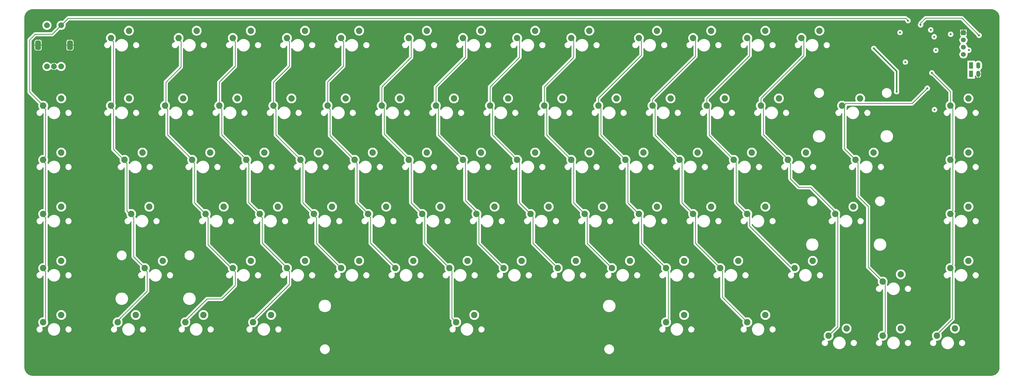
<source format=gtl>
G04*
G04 #@! TF.GenerationSoftware,Altium Limited,Altium Designer,25.6.2 (33)*
G04*
G04 Layer_Physical_Order=1*
G04 Layer_Color=255*
%FSLAX44Y44*%
%MOMM*%
G71*
G04*
G04 #@! TF.SameCoordinates,BA1FA69A-D19E-42E0-B421-8A8EBEBE1810*
G04*
G04*
G04 #@! TF.FilePolarity,Positive*
G04*
G01*
G75*
%ADD10C,0.2540*%
%ADD19C,0.5000*%
%ADD20C,2.2500*%
%ADD21C,2.0000*%
G04:AMPARAMS|DCode=22|XSize=3.3mm|YSize=2mm|CornerRadius=0.5mm|HoleSize=0mm|Usage=FLASHONLY|Rotation=90.000|XOffset=0mm|YOffset=0mm|HoleType=Round|Shape=RoundedRectangle|*
%AMROUNDEDRECTD22*
21,1,3.3000,1.0000,0,0,90.0*
21,1,2.3000,2.0000,0,0,90.0*
1,1,1.0000,0.5000,1.1500*
1,1,1.0000,0.5000,-1.1500*
1,1,1.0000,-0.5000,-1.1500*
1,1,1.0000,-0.5000,1.1500*
%
%ADD22ROUNDEDRECTD22*%
G04:AMPARAMS|DCode=23|XSize=1.7mm|YSize=1.7mm|CornerRadius=0.85mm|HoleSize=0mm|Usage=FLASHONLY|Rotation=0.000|XOffset=0mm|YOffset=0mm|HoleType=Round|Shape=RoundedRectangle|*
%AMROUNDEDRECTD23*
21,1,1.7000,0.0000,0,0,0.0*
21,1,0.0000,1.7000,0,0,0.0*
1,1,1.7000,0.0000,0.0000*
1,1,1.7000,0.0000,0.0000*
1,1,1.7000,0.0000,0.0000*
1,1,1.7000,0.0000,0.0000*
%
%ADD23ROUNDEDRECTD23*%
%ADD24R,1.7000X1.7000*%
%ADD25O,1.4000X2.2000*%
%ADD26R,1.4000X2.2000*%
%ADD27C,0.7000*%
G36*
X140000Y1460000D02*
X3510000Y1460000D01*
X3510000Y1460000D01*
X3510000Y1460000D01*
X3510002D01*
X3512771Y1459894D01*
X3515865Y1459487D01*
X3519664Y1458469D01*
X3523297Y1456964D01*
X3526703Y1454998D01*
X3529823Y1452604D01*
X3532604Y1449823D01*
X3534998Y1446703D01*
X3536964Y1443297D01*
X3538469Y1439664D01*
X3539487Y1435865D01*
X3540000Y1431966D01*
X3540000Y1430000D01*
Y200000D01*
X3540000Y200000D01*
Y198034D01*
X3539486Y194135D01*
X3538469Y190336D01*
X3536964Y186703D01*
X3534998Y183297D01*
X3532603Y180177D01*
X3529823Y177396D01*
X3526703Y175002D01*
X3523297Y173036D01*
X3519664Y171531D01*
X3515865Y170513D01*
X3511966Y170000D01*
X3510000D01*
X140000Y170000D01*
X138034Y170000D01*
X134135Y170513D01*
X130336Y171531D01*
X126703Y173036D01*
X123297Y175002D01*
X120177Y177396D01*
X117396Y180177D01*
X115002Y183297D01*
X113036Y186703D01*
X111531Y190336D01*
X110513Y194135D01*
X110000Y198034D01*
X110000Y200000D01*
Y1430000D01*
X110000Y1431966D01*
X110513Y1435865D01*
X111531Y1439664D01*
X113036Y1443297D01*
X115002Y1446703D01*
X117396Y1449823D01*
X120177Y1452604D01*
X123297Y1454998D01*
X126703Y1456964D01*
X130336Y1458469D01*
X134135Y1459487D01*
X138034Y1460000D01*
X140000Y1460000D01*
D02*
G37*
%LPC*%
G36*
X3210000Y1435333D02*
X263813D01*
X261915Y1435083D01*
X260146Y1434350D01*
X258627Y1433185D01*
X258627Y1433185D01*
X244226Y1418783D01*
X243979Y1418885D01*
X240888Y1419500D01*
X237737D01*
X234646Y1418885D01*
X231734Y1417679D01*
X229113Y1415928D01*
X226884Y1413699D01*
X225133Y1411079D01*
X223927Y1408167D01*
X223312Y1405076D01*
Y1401924D01*
X223927Y1398833D01*
X224029Y1398587D01*
X204775Y1379333D01*
X148000D01*
X148000Y1379333D01*
X146102Y1379083D01*
X144334Y1378350D01*
X142815Y1377185D01*
X142815Y1377185D01*
X122815Y1357185D01*
X121650Y1355666D01*
X120917Y1353898D01*
X120667Y1352000D01*
Y1168988D01*
X120917Y1167090D01*
X121650Y1165321D01*
X122815Y1163802D01*
X159973Y1126645D01*
X159625Y1125807D01*
X158962Y1122474D01*
Y1119076D01*
X159625Y1115743D01*
X160926Y1112604D01*
X162814Y1109779D01*
X163451Y1109142D01*
X162276Y1106074D01*
X161518Y1106033D01*
X158828Y1105153D01*
X156456Y1103608D01*
X154566Y1101501D01*
X153285Y1098977D01*
X152702Y1096207D01*
X152855Y1093381D01*
X153734Y1090690D01*
X155280Y1088319D01*
X157387Y1086429D01*
X159911Y1085148D01*
X162681Y1084564D01*
X165507Y1084717D01*
X168197Y1085597D01*
X170569Y1087142D01*
X172459Y1089249D01*
X173740Y1091773D01*
X174130Y1093626D01*
X174214Y1094024D01*
X177210Y1093712D01*
X177214Y1093641D01*
Y947525D01*
X174513D01*
X171181Y946862D01*
X168042Y945562D01*
X165216Y943674D01*
X162814Y941271D01*
X160926Y938446D01*
X159625Y935307D01*
X158962Y931974D01*
Y928576D01*
X159625Y925243D01*
X160926Y922104D01*
X162814Y919279D01*
X163451Y918642D01*
X162276Y915574D01*
X161518Y915533D01*
X158828Y914653D01*
X156456Y913108D01*
X154566Y911001D01*
X153285Y908477D01*
X152702Y905707D01*
X152855Y902880D01*
X153734Y900190D01*
X155280Y897819D01*
X157387Y895928D01*
X159911Y894648D01*
X162681Y894064D01*
X165507Y894217D01*
X168197Y895097D01*
X170569Y896642D01*
X172459Y898749D01*
X173740Y901273D01*
X174130Y903126D01*
X174214Y903524D01*
X177210Y903212D01*
X177214Y903141D01*
Y757025D01*
X174513D01*
X171181Y756362D01*
X168042Y755062D01*
X165216Y753174D01*
X162814Y750771D01*
X160926Y747946D01*
X159625Y744807D01*
X158962Y741474D01*
Y738076D01*
X159625Y734743D01*
X160926Y731604D01*
X162814Y728779D01*
X163451Y728142D01*
X162276Y725074D01*
X161518Y725033D01*
X158828Y724153D01*
X156456Y722608D01*
X154566Y720501D01*
X153285Y717977D01*
X152702Y715207D01*
X152855Y712381D01*
X153734Y709690D01*
X155280Y707319D01*
X157387Y705428D01*
X159911Y704148D01*
X162681Y703564D01*
X165507Y703717D01*
X168197Y704597D01*
X170569Y706142D01*
X172459Y708249D01*
X173740Y710773D01*
X174130Y712626D01*
X174214Y713024D01*
X177210Y712712D01*
X177214Y712641D01*
Y566525D01*
X174513D01*
X171181Y565862D01*
X168042Y564562D01*
X165216Y562674D01*
X162814Y560271D01*
X160926Y557446D01*
X159625Y554307D01*
X158962Y550974D01*
Y547576D01*
X159625Y544243D01*
X160926Y541104D01*
X162814Y538279D01*
X163451Y537642D01*
X162276Y534574D01*
X161518Y534533D01*
X158828Y533653D01*
X156456Y532108D01*
X154566Y530001D01*
X153285Y527477D01*
X152702Y524707D01*
X152855Y521880D01*
X153734Y519190D01*
X155280Y516819D01*
X157387Y514929D01*
X159911Y513648D01*
X162681Y513064D01*
X165507Y513217D01*
X168197Y514097D01*
X170569Y515642D01*
X172459Y517749D01*
X173740Y520273D01*
X174130Y522126D01*
X174214Y522524D01*
X177210Y522212D01*
X177214Y522141D01*
Y376025D01*
X174513D01*
X171181Y375362D01*
X168042Y374062D01*
X165216Y372174D01*
X162814Y369771D01*
X160926Y366946D01*
X159625Y363807D01*
X158962Y360474D01*
Y357076D01*
X159625Y353743D01*
X160926Y350604D01*
X162814Y347779D01*
X163451Y347142D01*
X162276Y344074D01*
X161518Y344033D01*
X158828Y343153D01*
X156456Y341608D01*
X154566Y339501D01*
X153285Y336977D01*
X152702Y334207D01*
X152855Y331381D01*
X153734Y328690D01*
X155280Y326319D01*
X157387Y324428D01*
X159911Y323148D01*
X162681Y322564D01*
X165507Y322717D01*
X168197Y323597D01*
X170569Y325142D01*
X172459Y327249D01*
X173740Y329773D01*
X174323Y332543D01*
X174170Y335369D01*
X173291Y338060D01*
X172804Y338806D01*
X174356Y341274D01*
X174613Y341525D01*
X177911D01*
X181244Y342188D01*
X184383Y343488D01*
X187209Y345376D01*
X189611Y347779D01*
X191499Y350604D01*
X192800Y353743D01*
X193463Y357076D01*
Y360474D01*
X192800Y363807D01*
X191513Y366913D01*
X191630Y367196D01*
X191879Y369093D01*
Y512864D01*
X194870Y513483D01*
X197271Y509890D01*
X200327Y506834D01*
X203920Y504433D01*
X207913Y502779D01*
X212152Y501936D01*
X216473D01*
X220712Y502779D01*
X224704Y504433D01*
X228298Y506834D01*
X231354Y509890D01*
X233755Y513483D01*
X235408Y517476D01*
X236252Y521714D01*
Y526036D01*
X235408Y530274D01*
X233755Y534267D01*
X231354Y537860D01*
X228298Y540916D01*
X224704Y543317D01*
X220712Y544971D01*
X216473Y545814D01*
X212152D01*
X207913Y544971D01*
X203920Y543317D01*
X200327Y540916D01*
X197271Y537860D01*
X194870Y534267D01*
X191879Y534885D01*
Y536311D01*
X191630Y538209D01*
X190897Y539977D01*
X190817Y540082D01*
X191499Y541104D01*
X192800Y544243D01*
X193463Y547576D01*
Y550974D01*
X192800Y554307D01*
X191513Y557413D01*
X191630Y557695D01*
X191879Y559593D01*
Y703364D01*
X194870Y703983D01*
X197271Y700390D01*
X200327Y697334D01*
X203920Y694933D01*
X207913Y693279D01*
X212152Y692436D01*
X216473D01*
X220712Y693279D01*
X224704Y694933D01*
X228298Y697334D01*
X231354Y700390D01*
X233755Y703983D01*
X235408Y707976D01*
X236252Y712214D01*
Y716536D01*
X235408Y720774D01*
X233755Y724767D01*
X231354Y728360D01*
X228298Y731416D01*
X224704Y733817D01*
X220712Y735471D01*
X216473Y736314D01*
X212152D01*
X207913Y735471D01*
X203920Y733817D01*
X200327Y731416D01*
X197271Y728360D01*
X194870Y724767D01*
X191879Y725386D01*
Y726811D01*
X191630Y728709D01*
X190897Y730478D01*
X190817Y730582D01*
X191499Y731604D01*
X192800Y734743D01*
X193463Y738076D01*
Y741474D01*
X192800Y744807D01*
X191513Y747913D01*
X191630Y748195D01*
X191879Y750093D01*
Y893865D01*
X194870Y894483D01*
X197271Y890890D01*
X200327Y887834D01*
X203920Y885433D01*
X207913Y883779D01*
X212152Y882936D01*
X216473D01*
X220712Y883779D01*
X224704Y885433D01*
X228298Y887834D01*
X231354Y890890D01*
X233755Y894483D01*
X235408Y898476D01*
X236252Y902714D01*
Y907036D01*
X235408Y911274D01*
X233755Y915267D01*
X231354Y918860D01*
X228298Y921916D01*
X224704Y924317D01*
X220712Y925971D01*
X216473Y926814D01*
X212152D01*
X207913Y925971D01*
X203920Y924317D01*
X200327Y921916D01*
X197271Y918860D01*
X194870Y915267D01*
X191879Y915885D01*
Y917311D01*
X191630Y919209D01*
X190897Y920977D01*
X190817Y921082D01*
X191499Y922104D01*
X192800Y925243D01*
X193463Y928576D01*
Y931974D01*
X192800Y935307D01*
X191499Y938446D01*
X190817Y939468D01*
X190897Y939573D01*
X191630Y941341D01*
X191879Y943239D01*
Y1084364D01*
X194870Y1084983D01*
X197271Y1081390D01*
X200327Y1078334D01*
X203920Y1075933D01*
X207913Y1074279D01*
X212152Y1073436D01*
X216473D01*
X220712Y1074279D01*
X224704Y1075933D01*
X228298Y1078334D01*
X231354Y1081390D01*
X233755Y1084983D01*
X235408Y1088976D01*
X236252Y1093214D01*
Y1097536D01*
X235408Y1101774D01*
X233755Y1105767D01*
X231354Y1109360D01*
X228298Y1112416D01*
X224704Y1114817D01*
X220712Y1116471D01*
X216473Y1117314D01*
X212152D01*
X207913Y1116471D01*
X203920Y1114817D01*
X200327Y1112416D01*
X197271Y1109360D01*
X194870Y1105767D01*
X191879Y1106385D01*
Y1107811D01*
X191630Y1109709D01*
X190897Y1111478D01*
X190817Y1111582D01*
X191499Y1112604D01*
X192800Y1115743D01*
X193463Y1119076D01*
Y1122474D01*
X192800Y1125807D01*
X191499Y1128946D01*
X189611Y1131771D01*
X187209Y1134174D01*
X184383Y1136062D01*
X181244Y1137362D01*
X177911Y1138025D01*
X174513D01*
X171181Y1137362D01*
X170343Y1137015D01*
X135333Y1172025D01*
Y1348963D01*
X151037Y1364667D01*
X207812D01*
X209710Y1364917D01*
X211479Y1365650D01*
X212997Y1366815D01*
X234399Y1388217D01*
X234646Y1388115D01*
X237737Y1387500D01*
X240888D01*
X243979Y1388115D01*
X246891Y1389321D01*
X249512Y1391072D01*
X251740Y1393301D01*
X253491Y1395921D01*
X254698Y1398833D01*
X255312Y1401924D01*
Y1405076D01*
X254698Y1408167D01*
X254596Y1408413D01*
X266850Y1420667D01*
X3206963D01*
X3208500Y1419130D01*
Y1418749D01*
X3209147Y1416333D01*
X3210398Y1414167D01*
X3212167Y1412398D01*
X3214333Y1411147D01*
X3216749Y1410500D01*
X3219251D01*
X3221667Y1411147D01*
X3223833Y1412398D01*
X3225602Y1414167D01*
X3226853Y1416333D01*
X3227500Y1418749D01*
Y1421251D01*
X3226853Y1423667D01*
X3225602Y1425833D01*
X3223833Y1427602D01*
X3221667Y1428853D01*
X3219251Y1429500D01*
X3218870D01*
X3215185Y1433185D01*
X3213666Y1434350D01*
X3211898Y1435083D01*
X3210000Y1435333D01*
D02*
G37*
G36*
X190888Y1419500D02*
X187737D01*
X184646Y1418885D01*
X181734Y1417679D01*
X179113Y1415928D01*
X176884Y1413699D01*
X175133Y1411079D01*
X173927Y1408167D01*
X173312Y1405076D01*
Y1401924D01*
X173927Y1398833D01*
X175133Y1395921D01*
X176884Y1393301D01*
X179113Y1391072D01*
X181734Y1389321D01*
X184646Y1388115D01*
X187737Y1387500D01*
X190888D01*
X193979Y1388115D01*
X196891Y1389321D01*
X199512Y1391072D01*
X201740Y1393301D01*
X203491Y1395921D01*
X204698Y1398833D01*
X205312Y1401924D01*
Y1405076D01*
X204698Y1408167D01*
X203491Y1411079D01*
X201740Y1413699D01*
X199512Y1415928D01*
X196891Y1417679D01*
X193979Y1418885D01*
X190888Y1419500D01*
D02*
G37*
G36*
X3424037Y1388123D02*
X3414267D01*
Y1378353D01*
X3424037D01*
Y1388123D01*
D02*
G37*
G36*
X3411727D02*
X3401957D01*
Y1378353D01*
X3411727D01*
Y1388123D01*
D02*
G37*
G36*
X3299279Y1396577D02*
X3296778D01*
X3294362Y1395930D01*
X3292195Y1394679D01*
X3290427Y1392910D01*
X3289176Y1390744D01*
X3288528Y1388328D01*
Y1385826D01*
X3289176Y1383410D01*
X3290427Y1381244D01*
X3292195Y1379475D01*
X3294362Y1378224D01*
X3296778Y1377577D01*
X3299279D01*
X3301695Y1378224D01*
X3303862Y1379475D01*
X3305630Y1381244D01*
X3306881Y1383410D01*
X3307528Y1385826D01*
Y1388328D01*
X3306881Y1390744D01*
X3305630Y1392910D01*
X3303862Y1394679D01*
X3301695Y1395930D01*
X3299279Y1396577D01*
D02*
G37*
G36*
X3191251Y1387500D02*
X3188749D01*
X3186333Y1386853D01*
X3184167Y1385602D01*
X3182398Y1383833D01*
X3181147Y1381667D01*
X3180500Y1379251D01*
Y1376749D01*
X3181147Y1374333D01*
X3182398Y1372167D01*
X3184167Y1370398D01*
X3186333Y1369147D01*
X3188749Y1368500D01*
X3191251D01*
X3193667Y1369147D01*
X3195833Y1370398D01*
X3197602Y1372167D01*
X3198853Y1374333D01*
X3199500Y1376749D01*
Y1379251D01*
X3198853Y1381667D01*
X3197602Y1383833D01*
X3195833Y1385602D01*
X3193667Y1386853D01*
X3191251Y1387500D01*
D02*
G37*
G36*
X2908412Y1401550D02*
X2905013D01*
X2901681Y1400887D01*
X2898542Y1399587D01*
X2895716Y1397699D01*
X2893314Y1395296D01*
X2891426Y1392471D01*
X2890125Y1389332D01*
X2889463Y1385999D01*
Y1382601D01*
X2890125Y1379268D01*
X2891426Y1376129D01*
X2893314Y1373304D01*
X2895716Y1370901D01*
X2898542Y1369013D01*
X2901681Y1367713D01*
X2905013Y1367050D01*
X2908412D01*
X2911744Y1367713D01*
X2914883Y1369013D01*
X2917709Y1370901D01*
X2920111Y1373304D01*
X2921999Y1376129D01*
X2923300Y1379268D01*
X2923962Y1382601D01*
Y1385999D01*
X2923300Y1389332D01*
X2921999Y1392471D01*
X2920111Y1395296D01*
X2917709Y1397699D01*
X2914883Y1399587D01*
X2911744Y1400887D01*
X2908412Y1401550D01*
D02*
G37*
G36*
X2717911D02*
X2714514D01*
X2711181Y1400887D01*
X2708042Y1399587D01*
X2705216Y1397699D01*
X2702814Y1395296D01*
X2700926Y1392471D01*
X2699626Y1389332D01*
X2698962Y1385999D01*
Y1382601D01*
X2699626Y1379268D01*
X2700926Y1376129D01*
X2702814Y1373304D01*
X2705216Y1370901D01*
X2708042Y1369013D01*
X2711181Y1367713D01*
X2714514Y1367050D01*
X2717911D01*
X2721244Y1367713D01*
X2724384Y1369013D01*
X2727209Y1370901D01*
X2729612Y1373304D01*
X2731499Y1376129D01*
X2732800Y1379268D01*
X2733463Y1382601D01*
Y1385999D01*
X2732800Y1389332D01*
X2731499Y1392471D01*
X2729612Y1395296D01*
X2727209Y1397699D01*
X2724384Y1399587D01*
X2721244Y1400887D01*
X2717911Y1401550D01*
D02*
G37*
G36*
X2527411D02*
X2524014D01*
X2520681Y1400887D01*
X2517542Y1399587D01*
X2514716Y1397699D01*
X2512314Y1395296D01*
X2510426Y1392471D01*
X2509125Y1389332D01*
X2508463Y1385999D01*
Y1382601D01*
X2509125Y1379268D01*
X2510426Y1376129D01*
X2512314Y1373304D01*
X2514716Y1370901D01*
X2517542Y1369013D01*
X2520681Y1367713D01*
X2524014Y1367050D01*
X2527411D01*
X2530744Y1367713D01*
X2533883Y1369013D01*
X2536709Y1370901D01*
X2539111Y1373304D01*
X2540999Y1376129D01*
X2542300Y1379268D01*
X2542962Y1382601D01*
Y1385999D01*
X2542300Y1389332D01*
X2540999Y1392471D01*
X2539111Y1395296D01*
X2536709Y1397699D01*
X2533883Y1399587D01*
X2530744Y1400887D01*
X2527411Y1401550D01*
D02*
G37*
G36*
X2336911D02*
X2333513D01*
X2330181Y1400887D01*
X2327042Y1399587D01*
X2324216Y1397699D01*
X2321814Y1395296D01*
X2319926Y1392471D01*
X2318625Y1389332D01*
X2317962Y1385999D01*
Y1382601D01*
X2318625Y1379268D01*
X2319926Y1376129D01*
X2321814Y1373304D01*
X2324216Y1370901D01*
X2327042Y1369013D01*
X2330181Y1367713D01*
X2333513Y1367050D01*
X2336911D01*
X2340244Y1367713D01*
X2343383Y1369013D01*
X2346209Y1370901D01*
X2348611Y1373304D01*
X2350499Y1376129D01*
X2351800Y1379268D01*
X2352462Y1382601D01*
Y1385999D01*
X2351800Y1389332D01*
X2350499Y1392471D01*
X2348611Y1395296D01*
X2346209Y1397699D01*
X2343383Y1399587D01*
X2340244Y1400887D01*
X2336911Y1401550D01*
D02*
G37*
G36*
X2098786D02*
X2095388D01*
X2092056Y1400887D01*
X2088917Y1399587D01*
X2086091Y1397699D01*
X2083689Y1395296D01*
X2081801Y1392471D01*
X2080500Y1389332D01*
X2079837Y1385999D01*
Y1382601D01*
X2080500Y1379268D01*
X2081801Y1376129D01*
X2083689Y1373304D01*
X2086091Y1370901D01*
X2088917Y1369013D01*
X2092056Y1367713D01*
X2095388Y1367050D01*
X2098786D01*
X2102119Y1367713D01*
X2105258Y1369013D01*
X2108084Y1370901D01*
X2110486Y1373304D01*
X2112374Y1376129D01*
X2113675Y1379268D01*
X2114337Y1382601D01*
Y1385999D01*
X2113675Y1389332D01*
X2112374Y1392471D01*
X2110486Y1395296D01*
X2108084Y1397699D01*
X2105258Y1399587D01*
X2102119Y1400887D01*
X2098786Y1401550D01*
D02*
G37*
G36*
X1908286D02*
X1904888D01*
X1901556Y1400887D01*
X1898417Y1399587D01*
X1895591Y1397699D01*
X1893189Y1395296D01*
X1891301Y1392471D01*
X1890000Y1389332D01*
X1889337Y1385999D01*
Y1382601D01*
X1890000Y1379268D01*
X1891301Y1376129D01*
X1893189Y1373304D01*
X1895591Y1370901D01*
X1898417Y1369013D01*
X1901556Y1367713D01*
X1904888Y1367050D01*
X1908286D01*
X1911619Y1367713D01*
X1914758Y1369013D01*
X1917584Y1370901D01*
X1919986Y1373304D01*
X1921874Y1376129D01*
X1923175Y1379268D01*
X1923837Y1382601D01*
Y1385999D01*
X1923175Y1389332D01*
X1921874Y1392471D01*
X1919986Y1395296D01*
X1917584Y1397699D01*
X1914758Y1399587D01*
X1911619Y1400887D01*
X1908286Y1401550D01*
D02*
G37*
G36*
X1717787D02*
X1714388D01*
X1711056Y1400887D01*
X1707917Y1399587D01*
X1705091Y1397699D01*
X1702689Y1395296D01*
X1700801Y1392471D01*
X1699500Y1389332D01*
X1698837Y1385999D01*
Y1382601D01*
X1699500Y1379268D01*
X1700801Y1376129D01*
X1702689Y1373304D01*
X1705091Y1370901D01*
X1707917Y1369013D01*
X1711056Y1367713D01*
X1714388Y1367050D01*
X1717787D01*
X1721119Y1367713D01*
X1724258Y1369013D01*
X1727084Y1370901D01*
X1729486Y1373304D01*
X1731374Y1376129D01*
X1732675Y1379268D01*
X1733338Y1382601D01*
Y1385999D01*
X1732675Y1389332D01*
X1731374Y1392471D01*
X1729486Y1395296D01*
X1727084Y1397699D01*
X1724258Y1399587D01*
X1721119Y1400887D01*
X1717787Y1401550D01*
D02*
G37*
G36*
X1527287D02*
X1523889D01*
X1520556Y1400887D01*
X1517417Y1399587D01*
X1514591Y1397699D01*
X1512189Y1395296D01*
X1510301Y1392471D01*
X1509000Y1389332D01*
X1508338Y1385999D01*
Y1382601D01*
X1509000Y1379268D01*
X1510301Y1376129D01*
X1512189Y1373304D01*
X1514591Y1370901D01*
X1517417Y1369013D01*
X1520556Y1367713D01*
X1523889Y1367050D01*
X1527287D01*
X1530619Y1367713D01*
X1533758Y1369013D01*
X1536584Y1370901D01*
X1538986Y1373304D01*
X1540874Y1376129D01*
X1542175Y1379268D01*
X1542838Y1382601D01*
Y1385999D01*
X1542175Y1389332D01*
X1540874Y1392471D01*
X1538986Y1395296D01*
X1536584Y1397699D01*
X1533758Y1399587D01*
X1530619Y1400887D01*
X1527287Y1401550D01*
D02*
G37*
G36*
X1289162D02*
X1285764D01*
X1282431Y1400887D01*
X1279292Y1399587D01*
X1276466Y1397699D01*
X1274064Y1395296D01*
X1272176Y1392471D01*
X1270875Y1389332D01*
X1270212Y1385999D01*
Y1382601D01*
X1270875Y1379268D01*
X1272176Y1376129D01*
X1274064Y1373304D01*
X1276466Y1370901D01*
X1279292Y1369013D01*
X1282431Y1367713D01*
X1285764Y1367050D01*
X1289162D01*
X1292494Y1367713D01*
X1295633Y1369013D01*
X1298459Y1370901D01*
X1300861Y1373304D01*
X1302749Y1376129D01*
X1304050Y1379268D01*
X1304713Y1382601D01*
Y1385999D01*
X1304050Y1389332D01*
X1302749Y1392471D01*
X1300861Y1395296D01*
X1298459Y1397699D01*
X1295633Y1399587D01*
X1292494Y1400887D01*
X1289162Y1401550D01*
D02*
G37*
G36*
X1098661D02*
X1095264D01*
X1091931Y1400887D01*
X1088792Y1399587D01*
X1085966Y1397699D01*
X1083564Y1395296D01*
X1081676Y1392471D01*
X1080375Y1389332D01*
X1079713Y1385999D01*
Y1382601D01*
X1080375Y1379268D01*
X1081676Y1376129D01*
X1083564Y1373304D01*
X1085966Y1370901D01*
X1088792Y1369013D01*
X1091931Y1367713D01*
X1095264Y1367050D01*
X1098661D01*
X1101994Y1367713D01*
X1105133Y1369013D01*
X1107959Y1370901D01*
X1110361Y1373304D01*
X1112249Y1376129D01*
X1113550Y1379268D01*
X1114212Y1382601D01*
Y1385999D01*
X1113550Y1389332D01*
X1112249Y1392471D01*
X1110361Y1395296D01*
X1107959Y1397699D01*
X1105133Y1399587D01*
X1101994Y1400887D01*
X1098661Y1401550D01*
D02*
G37*
G36*
X908161D02*
X904763D01*
X901431Y1400887D01*
X898292Y1399587D01*
X895466Y1397699D01*
X893064Y1395296D01*
X891176Y1392471D01*
X889875Y1389332D01*
X889212Y1385999D01*
Y1382601D01*
X889875Y1379268D01*
X891176Y1376129D01*
X893064Y1373304D01*
X895466Y1370901D01*
X898292Y1369013D01*
X901431Y1367713D01*
X904763Y1367050D01*
X908161D01*
X911494Y1367713D01*
X914633Y1369013D01*
X917459Y1370901D01*
X919861Y1373304D01*
X921749Y1376129D01*
X923050Y1379268D01*
X923712Y1382601D01*
Y1385999D01*
X923050Y1389332D01*
X921749Y1392471D01*
X919861Y1395296D01*
X917459Y1397699D01*
X914633Y1399587D01*
X911494Y1400887D01*
X908161Y1401550D01*
D02*
G37*
G36*
X717662D02*
X714264D01*
X710931Y1400887D01*
X707792Y1399587D01*
X704966Y1397699D01*
X702564Y1395296D01*
X700676Y1392471D01*
X699375Y1389332D01*
X698712Y1385999D01*
Y1382601D01*
X699375Y1379268D01*
X700676Y1376129D01*
X702564Y1373304D01*
X704966Y1370901D01*
X707792Y1369013D01*
X710931Y1367713D01*
X714264Y1367050D01*
X717662D01*
X720994Y1367713D01*
X724133Y1369013D01*
X726959Y1370901D01*
X729361Y1373304D01*
X731249Y1376129D01*
X732550Y1379268D01*
X733213Y1382601D01*
Y1385999D01*
X732550Y1389332D01*
X731249Y1392471D01*
X729361Y1395296D01*
X726959Y1397699D01*
X724133Y1399587D01*
X720994Y1400887D01*
X717662Y1401550D01*
D02*
G37*
G36*
X479537D02*
X476138D01*
X472806Y1400887D01*
X469667Y1399587D01*
X466841Y1397699D01*
X464439Y1395296D01*
X462551Y1392471D01*
X461250Y1389332D01*
X460588Y1385999D01*
Y1382601D01*
X461250Y1379268D01*
X462551Y1376129D01*
X464439Y1373304D01*
X466841Y1370901D01*
X469667Y1369013D01*
X472806Y1367713D01*
X476138Y1367050D01*
X479537D01*
X482869Y1367713D01*
X486008Y1369013D01*
X488834Y1370901D01*
X491236Y1373304D01*
X493124Y1376129D01*
X494425Y1379268D01*
X495088Y1382601D01*
Y1385999D01*
X494425Y1389332D01*
X493124Y1392471D01*
X491236Y1395296D01*
X488834Y1397699D01*
X486008Y1399587D01*
X482869Y1400887D01*
X479537Y1401550D01*
D02*
G37*
G36*
X3369251Y1381500D02*
X3366749D01*
X3364333Y1380853D01*
X3362167Y1379602D01*
X3360398Y1377833D01*
X3359147Y1375667D01*
X3358500Y1373251D01*
Y1370749D01*
X3359147Y1368333D01*
X3360398Y1366167D01*
X3362167Y1364398D01*
X3364333Y1363147D01*
X3366749Y1362500D01*
X3369251D01*
X3371667Y1363147D01*
X3373833Y1364398D01*
X3375602Y1366167D01*
X3376853Y1368333D01*
X3377500Y1370749D01*
Y1373251D01*
X3376853Y1375667D01*
X3375602Y1377833D01*
X3373833Y1379602D01*
X3371667Y1380853D01*
X3369251Y1381500D01*
D02*
G37*
G36*
X3280169Y1436082D02*
X3278271Y1435832D01*
X3276503Y1435099D01*
X3274984Y1433934D01*
X3257125Y1416075D01*
X3255959Y1414556D01*
X3255227Y1412787D01*
X3255000Y1411061D01*
X3254708Y1410769D01*
X3253457Y1408603D01*
X3252810Y1406187D01*
Y1403686D01*
X3253457Y1401270D01*
X3254708Y1399103D01*
X3256477Y1397334D01*
X3258643Y1396084D01*
X3261059Y1395436D01*
X3263560D01*
X3265977Y1396084D01*
X3268143Y1397334D01*
X3269911Y1399103D01*
X3271162Y1401270D01*
X3271810Y1403686D01*
Y1406187D01*
X3271162Y1408603D01*
X3270881Y1409091D01*
X3283206Y1421416D01*
X3404214D01*
X3458500Y1367130D01*
Y1366749D01*
X3459147Y1364333D01*
X3460398Y1362167D01*
X3462167Y1360398D01*
X3464333Y1359147D01*
X3466749Y1358500D01*
X3469251D01*
X3471667Y1359147D01*
X3473833Y1360398D01*
X3475602Y1362167D01*
X3476853Y1364333D01*
X3477500Y1366749D01*
Y1369251D01*
X3476853Y1371667D01*
X3475602Y1373833D01*
X3473833Y1375602D01*
X3471667Y1376853D01*
X3469251Y1377500D01*
X3468870D01*
X3412436Y1433934D01*
X3410918Y1435099D01*
X3409149Y1435832D01*
X3407251Y1436082D01*
X3280169D01*
X3280169Y1436082D01*
D02*
G37*
G36*
X3311185Y1372764D02*
X3308684D01*
X3306268Y1372117D01*
X3304102Y1370866D01*
X3302333Y1369098D01*
X3301082Y1366931D01*
X3300435Y1364515D01*
Y1362014D01*
X3301082Y1359598D01*
X3302333Y1357431D01*
X3304102Y1355663D01*
X3306268Y1354412D01*
X3308684Y1353764D01*
X3311185D01*
X3313602Y1354412D01*
X3315768Y1355663D01*
X3317537Y1357431D01*
X3318787Y1359598D01*
X3319435Y1362014D01*
Y1364515D01*
X3318787Y1366931D01*
X3317537Y1369098D01*
X3315768Y1370866D01*
X3313602Y1372117D01*
X3311185Y1372764D01*
D02*
G37*
G36*
X275312Y1352605D02*
X271583D01*
Y1334770D01*
X282918D01*
Y1345000D01*
X282658Y1346968D01*
X281899Y1348802D01*
X280690Y1350378D01*
X279115Y1351586D01*
X277281Y1352346D01*
X275312Y1352605D01*
D02*
G37*
G36*
X163312D02*
X159583D01*
Y1334770D01*
X170918D01*
Y1345000D01*
X170658Y1346968D01*
X169899Y1348802D01*
X168690Y1350378D01*
X167115Y1351586D01*
X165281Y1352346D01*
X163312Y1352605D01*
D02*
G37*
G36*
X269042D02*
X265312D01*
X263344Y1352346D01*
X261510Y1351586D01*
X259935Y1350378D01*
X258726Y1348802D01*
X257966Y1346968D01*
X257707Y1345000D01*
Y1334770D01*
X269042D01*
Y1352605D01*
D02*
G37*
G36*
X157043D02*
X153313D01*
X151344Y1352346D01*
X149510Y1351586D01*
X147935Y1350378D01*
X146726Y1348802D01*
X145967Y1346968D01*
X145707Y1345000D01*
Y1334770D01*
X157043D01*
Y1352605D01*
D02*
G37*
G36*
X2932944Y1344311D02*
X2930118Y1344158D01*
X2927428Y1343278D01*
X2925056Y1341733D01*
X2923166Y1339626D01*
X2921885Y1337102D01*
X2921302Y1334332D01*
X2921455Y1331505D01*
X2922334Y1328815D01*
X2923880Y1326444D01*
X2925987Y1324554D01*
X2928511Y1323273D01*
X2931281Y1322689D01*
X2934107Y1322842D01*
X2936797Y1323722D01*
X2939169Y1325267D01*
X2941059Y1327374D01*
X2942339Y1329898D01*
X2942923Y1332668D01*
X2942770Y1335495D01*
X2941891Y1338185D01*
X2940345Y1340556D01*
X2938239Y1342446D01*
X2935714Y1343727D01*
X2932944Y1344311D01*
D02*
G37*
G36*
X2742444D02*
X2739618Y1344158D01*
X2736927Y1343278D01*
X2734556Y1341733D01*
X2732666Y1339626D01*
X2731385Y1337102D01*
X2730802Y1334332D01*
X2730955Y1331505D01*
X2731834Y1328815D01*
X2733380Y1326444D01*
X2735486Y1324554D01*
X2738011Y1323273D01*
X2740781Y1322689D01*
X2743607Y1322842D01*
X2746297Y1323722D01*
X2748669Y1325267D01*
X2750559Y1327374D01*
X2751840Y1329898D01*
X2752423Y1332668D01*
X2752270Y1335495D01*
X2751391Y1338185D01*
X2749845Y1340556D01*
X2747738Y1342446D01*
X2745214Y1343727D01*
X2742444Y1344311D01*
D02*
G37*
G36*
X2551944D02*
X2549118Y1344158D01*
X2546428Y1343278D01*
X2544056Y1341733D01*
X2542166Y1339626D01*
X2540885Y1337102D01*
X2540302Y1334332D01*
X2540455Y1331505D01*
X2541334Y1328815D01*
X2542880Y1326444D01*
X2544987Y1324554D01*
X2547511Y1323273D01*
X2550281Y1322689D01*
X2553107Y1322842D01*
X2555797Y1323722D01*
X2558169Y1325267D01*
X2560059Y1327374D01*
X2561340Y1329898D01*
X2561923Y1332668D01*
X2561770Y1335495D01*
X2560891Y1338185D01*
X2559345Y1340556D01*
X2557238Y1342446D01*
X2554714Y1343727D01*
X2551944Y1344311D01*
D02*
G37*
G36*
X2361444D02*
X2358618Y1344158D01*
X2355928Y1343278D01*
X2353556Y1341733D01*
X2351666Y1339626D01*
X2350385Y1337102D01*
X2349802Y1334332D01*
X2349955Y1331505D01*
X2350834Y1328815D01*
X2352380Y1326444D01*
X2354487Y1324554D01*
X2357011Y1323273D01*
X2359781Y1322689D01*
X2362607Y1322842D01*
X2365297Y1323722D01*
X2367669Y1325267D01*
X2369559Y1327374D01*
X2370840Y1329898D01*
X2371423Y1332668D01*
X2371270Y1335495D01*
X2370391Y1338185D01*
X2368845Y1340556D01*
X2366738Y1342446D01*
X2364214Y1343727D01*
X2361444Y1344311D01*
D02*
G37*
G36*
X2123319D02*
X2120493Y1344158D01*
X2117803Y1343278D01*
X2115431Y1341733D01*
X2113541Y1339626D01*
X2112260Y1337102D01*
X2111677Y1334332D01*
X2111830Y1331505D01*
X2112709Y1328815D01*
X2114255Y1326444D01*
X2116362Y1324554D01*
X2118886Y1323273D01*
X2121656Y1322689D01*
X2124482Y1322842D01*
X2127172Y1323722D01*
X2129544Y1325267D01*
X2131434Y1327374D01*
X2132715Y1329898D01*
X2133298Y1332668D01*
X2133145Y1335495D01*
X2132266Y1338185D01*
X2130720Y1340556D01*
X2128613Y1342446D01*
X2126089Y1343727D01*
X2123319Y1344311D01*
D02*
G37*
G36*
X1932819D02*
X1929993Y1344158D01*
X1927303Y1343278D01*
X1924931Y1341733D01*
X1923041Y1339626D01*
X1921760Y1337102D01*
X1921177Y1334332D01*
X1921330Y1331505D01*
X1922209Y1328815D01*
X1923755Y1326444D01*
X1925862Y1324554D01*
X1928386Y1323273D01*
X1931156Y1322689D01*
X1933982Y1322842D01*
X1936672Y1323722D01*
X1939044Y1325267D01*
X1940934Y1327374D01*
X1942215Y1329898D01*
X1942798Y1332668D01*
X1942645Y1335495D01*
X1941766Y1338185D01*
X1940220Y1340556D01*
X1938113Y1342446D01*
X1935589Y1343727D01*
X1932819Y1344311D01*
D02*
G37*
G36*
X1742319D02*
X1739493Y1344158D01*
X1736803Y1343278D01*
X1734431Y1341733D01*
X1732541Y1339626D01*
X1731260Y1337102D01*
X1730677Y1334332D01*
X1730830Y1331505D01*
X1731709Y1328815D01*
X1733255Y1326444D01*
X1735362Y1324554D01*
X1737886Y1323273D01*
X1740656Y1322689D01*
X1743482Y1322842D01*
X1746172Y1323722D01*
X1748544Y1325267D01*
X1750434Y1327374D01*
X1751715Y1329898D01*
X1752298Y1332668D01*
X1752145Y1335495D01*
X1751266Y1338185D01*
X1749720Y1340556D01*
X1747613Y1342446D01*
X1745089Y1343727D01*
X1742319Y1344311D01*
D02*
G37*
G36*
X1551819D02*
X1548993Y1344158D01*
X1546303Y1343278D01*
X1543931Y1341733D01*
X1542041Y1339626D01*
X1540760Y1337102D01*
X1540177Y1334332D01*
X1540330Y1331505D01*
X1541209Y1328815D01*
X1542755Y1326444D01*
X1544862Y1324554D01*
X1547386Y1323273D01*
X1550156Y1322689D01*
X1552982Y1322842D01*
X1555672Y1323722D01*
X1558044Y1325267D01*
X1559934Y1327374D01*
X1561215Y1329898D01*
X1561798Y1332668D01*
X1561645Y1335495D01*
X1560766Y1338185D01*
X1559220Y1340556D01*
X1557113Y1342446D01*
X1554589Y1343727D01*
X1551819Y1344311D01*
D02*
G37*
G36*
X1313694D02*
X1310868Y1344158D01*
X1308178Y1343278D01*
X1305806Y1341733D01*
X1303916Y1339626D01*
X1302635Y1337102D01*
X1302052Y1334332D01*
X1302205Y1331505D01*
X1303084Y1328815D01*
X1304630Y1326444D01*
X1306737Y1324554D01*
X1309261Y1323273D01*
X1312031Y1322689D01*
X1314857Y1322842D01*
X1317547Y1323722D01*
X1319919Y1325267D01*
X1321809Y1327374D01*
X1323090Y1329898D01*
X1323673Y1332668D01*
X1323520Y1335495D01*
X1322641Y1338185D01*
X1321095Y1340556D01*
X1318988Y1342446D01*
X1316464Y1343727D01*
X1313694Y1344311D01*
D02*
G37*
G36*
X1123194D02*
X1120368Y1344158D01*
X1117678Y1343278D01*
X1115306Y1341733D01*
X1113416Y1339626D01*
X1112135Y1337102D01*
X1111552Y1334332D01*
X1111705Y1331505D01*
X1112584Y1328815D01*
X1114130Y1326444D01*
X1116237Y1324554D01*
X1118761Y1323273D01*
X1121531Y1322689D01*
X1124357Y1322842D01*
X1127047Y1323722D01*
X1129419Y1325267D01*
X1131309Y1327374D01*
X1132590Y1329898D01*
X1133173Y1332668D01*
X1133020Y1335495D01*
X1132141Y1338185D01*
X1130595Y1340556D01*
X1128488Y1342446D01*
X1125964Y1343727D01*
X1123194Y1344311D01*
D02*
G37*
G36*
X932694D02*
X929868Y1344158D01*
X927178Y1343278D01*
X924806Y1341733D01*
X922916Y1339626D01*
X921635Y1337102D01*
X921052Y1334332D01*
X921205Y1331505D01*
X922084Y1328815D01*
X923630Y1326444D01*
X925737Y1324554D01*
X928261Y1323273D01*
X931031Y1322689D01*
X933857Y1322842D01*
X936547Y1323722D01*
X938919Y1325267D01*
X940809Y1327374D01*
X942090Y1329898D01*
X942673Y1332668D01*
X942520Y1335495D01*
X941641Y1338185D01*
X940095Y1340556D01*
X937988Y1342446D01*
X935464Y1343727D01*
X932694Y1344311D01*
D02*
G37*
G36*
X742194D02*
X739368Y1344158D01*
X736678Y1343278D01*
X734306Y1341733D01*
X732416Y1339626D01*
X731135Y1337102D01*
X730552Y1334332D01*
X730705Y1331505D01*
X731584Y1328815D01*
X733130Y1326444D01*
X735237Y1324554D01*
X737761Y1323273D01*
X740531Y1322689D01*
X743357Y1322842D01*
X746047Y1323722D01*
X748419Y1325267D01*
X750309Y1327374D01*
X751590Y1329898D01*
X752173Y1332668D01*
X752020Y1335495D01*
X751141Y1338185D01*
X749595Y1340556D01*
X747488Y1342446D01*
X744964Y1343727D01*
X742194Y1344311D01*
D02*
G37*
G36*
X504069D02*
X501243Y1344158D01*
X498553Y1343278D01*
X496181Y1341733D01*
X494291Y1339626D01*
X493010Y1337102D01*
X492427Y1334332D01*
X492580Y1331505D01*
X493459Y1328815D01*
X495005Y1326444D01*
X497112Y1324554D01*
X499636Y1323273D01*
X502406Y1322689D01*
X505232Y1322842D01*
X507922Y1323722D01*
X510294Y1325267D01*
X512184Y1327374D01*
X513465Y1329898D01*
X514048Y1332668D01*
X513895Y1335495D01*
X513016Y1338185D01*
X511470Y1340556D01*
X509363Y1342446D01*
X506839Y1343727D01*
X504069Y1344311D01*
D02*
G37*
G36*
X282918Y1332230D02*
X271583D01*
Y1314395D01*
X275312D01*
X277281Y1314654D01*
X279115Y1315414D01*
X280690Y1316622D01*
X281899Y1318197D01*
X282658Y1320032D01*
X282918Y1322000D01*
Y1332230D01*
D02*
G37*
G36*
X269042D02*
X257707D01*
Y1322000D01*
X257966Y1320032D01*
X258726Y1318197D01*
X259935Y1316622D01*
X261510Y1315414D01*
X263344Y1314654D01*
X265312Y1314395D01*
X269042D01*
Y1332230D01*
D02*
G37*
G36*
X170918D02*
X159583D01*
Y1314395D01*
X163312D01*
X165281Y1314654D01*
X167115Y1315414D01*
X168690Y1316622D01*
X169899Y1318197D01*
X170658Y1320032D01*
X170918Y1322000D01*
Y1332230D01*
D02*
G37*
G36*
X157043D02*
X145707D01*
Y1322000D01*
X145967Y1320032D01*
X146726Y1318197D01*
X147935Y1316622D01*
X149510Y1315414D01*
X151344Y1314654D01*
X153313Y1314395D01*
X157043D01*
Y1332230D01*
D02*
G37*
G36*
X2844911Y1376150D02*
X2841513D01*
X2838181Y1375487D01*
X2835042Y1374187D01*
X2832216Y1372299D01*
X2829814Y1369896D01*
X2827926Y1367071D01*
X2826625Y1363932D01*
X2825963Y1360599D01*
Y1357201D01*
X2826625Y1353868D01*
X2827926Y1350729D01*
X2829814Y1347904D01*
X2830450Y1347267D01*
X2829276Y1344199D01*
X2828518Y1344158D01*
X2825828Y1343278D01*
X2823456Y1341733D01*
X2821566Y1339626D01*
X2820285Y1337102D01*
X2819702Y1334332D01*
X2819855Y1331505D01*
X2820734Y1328815D01*
X2822280Y1326444D01*
X2824387Y1324554D01*
X2826911Y1323273D01*
X2829680Y1322689D01*
X2832507Y1322842D01*
X2835197Y1323722D01*
X2837569Y1325267D01*
X2839459Y1327374D01*
X2840740Y1329898D01*
X2841138Y1331788D01*
X2841212Y1332139D01*
X2844211Y1331826D01*
X2844212Y1331808D01*
Y1300582D01*
X2695153Y1151523D01*
X2693987Y1150004D01*
X2693255Y1148235D01*
X2693005Y1146338D01*
Y1136409D01*
X2692167Y1136062D01*
X2689341Y1134174D01*
X2686938Y1131771D01*
X2685051Y1128946D01*
X2683750Y1125807D01*
X2683087Y1122474D01*
Y1119076D01*
X2683750Y1115743D01*
X2685051Y1112604D01*
X2686938Y1109779D01*
X2687575Y1109142D01*
X2686401Y1106074D01*
X2685643Y1106033D01*
X2682953Y1105153D01*
X2680581Y1103608D01*
X2678691Y1101501D01*
X2677410Y1098977D01*
X2676827Y1096207D01*
X2676980Y1093381D01*
X2677859Y1090690D01*
X2679405Y1088319D01*
X2681512Y1086429D01*
X2684036Y1085148D01*
X2686806Y1084564D01*
X2689632Y1084717D01*
X2692322Y1085597D01*
X2694694Y1087142D01*
X2696584Y1089249D01*
X2697865Y1091773D01*
X2698263Y1093661D01*
X2698337Y1094014D01*
X2701336Y1093702D01*
X2701337Y1093681D01*
Y1019330D01*
X2701587Y1017432D01*
X2702319Y1015664D01*
X2703484Y1014145D01*
X2779974Y937656D01*
X2779001Y935307D01*
X2778337Y931974D01*
Y928576D01*
X2779001Y925243D01*
X2780301Y922104D01*
X2782189Y919279D01*
X2782826Y918642D01*
X2781651Y915574D01*
X2780893Y915533D01*
X2778203Y914653D01*
X2775831Y913108D01*
X2773941Y911001D01*
X2772661Y908477D01*
X2772077Y905707D01*
X2772230Y902880D01*
X2773109Y900190D01*
X2774655Y897819D01*
X2776761Y895928D01*
X2779286Y894648D01*
X2782056Y894064D01*
X2784882Y894217D01*
X2787572Y895097D01*
X2789944Y896642D01*
X2791834Y898749D01*
X2793115Y901273D01*
X2793513Y903163D01*
X2793587Y903514D01*
X2796586Y903201D01*
X2796587Y903182D01*
Y863202D01*
X2796837Y861304D01*
X2797569Y859536D01*
X2798734Y858017D01*
X2828500Y828252D01*
X2830019Y827086D01*
X2831787Y826354D01*
X2833685Y826104D01*
X2872320D01*
X2948386Y750038D01*
X2946988Y747946D01*
X2945688Y744807D01*
X2945025Y741474D01*
Y738076D01*
X2945688Y734743D01*
X2946988Y731604D01*
X2948876Y728779D01*
X2949513Y728142D01*
X2948338Y725074D01*
X2947581Y725033D01*
X2944890Y724153D01*
X2942519Y722608D01*
X2940628Y720501D01*
X2939348Y717977D01*
X2938764Y715207D01*
X2938917Y712381D01*
X2939796Y709690D01*
X2941342Y707319D01*
X2943449Y705428D01*
X2945974Y704148D01*
X2948743Y703564D01*
X2951570Y703717D01*
X2954260Y704597D01*
X2956631Y706142D01*
X2958521Y708249D01*
X2959802Y710773D01*
X2960201Y712665D01*
X2960274Y713013D01*
X2963274Y712701D01*
X2963274Y712685D01*
Y346332D01*
X2944332Y327390D01*
X2943494Y327737D01*
X2940161Y328400D01*
X2936764D01*
X2933431Y327737D01*
X2930292Y326437D01*
X2927466Y324549D01*
X2925063Y322146D01*
X2923176Y319321D01*
X2921875Y316182D01*
X2921212Y312849D01*
Y309451D01*
X2921875Y306118D01*
X2923176Y302979D01*
X2925063Y300154D01*
X2925700Y299517D01*
X2924526Y296449D01*
X2923768Y296408D01*
X2921078Y295528D01*
X2918706Y293983D01*
X2916816Y291876D01*
X2915535Y289352D01*
X2914952Y286582D01*
X2915105Y283755D01*
X2915984Y281065D01*
X2917530Y278694D01*
X2919637Y276803D01*
X2922161Y275523D01*
X2924931Y274939D01*
X2927757Y275092D01*
X2930447Y275972D01*
X2932819Y277517D01*
X2934709Y279624D01*
X2935990Y282148D01*
X2936573Y284918D01*
X2936420Y287745D01*
X2935541Y290435D01*
X2935054Y291181D01*
X2936606Y293649D01*
X2936863Y293900D01*
X2940161D01*
X2943494Y294563D01*
X2946633Y295863D01*
X2949459Y297751D01*
X2951861Y300154D01*
X2953749Y302979D01*
X2955050Y306118D01*
X2955713Y309451D01*
Y312849D01*
X2955050Y316182D01*
X2954702Y317020D01*
X2975792Y338109D01*
X2975792Y338109D01*
X2976957Y339628D01*
X2977690Y341396D01*
X2977939Y343294D01*
Y703370D01*
X2980933Y703983D01*
X2983334Y700390D01*
X2986390Y697334D01*
X2989983Y694933D01*
X2993976Y693279D01*
X2998214Y692436D01*
X3002536D01*
X3006774Y693279D01*
X3010767Y694933D01*
X3014360Y697334D01*
X3017416Y700390D01*
X3019817Y703983D01*
X3021471Y707976D01*
X3022314Y712214D01*
Y716536D01*
X3021471Y720774D01*
X3019817Y724767D01*
X3017416Y728360D01*
X3014360Y731416D01*
X3010767Y733817D01*
X3006774Y735471D01*
X3002536Y736314D01*
X2998214D01*
X2993976Y735471D01*
X2989983Y733817D01*
X2986390Y731416D01*
X2983334Y728360D01*
X2980933Y724767D01*
X2977939Y725380D01*
Y732234D01*
X2977911Y732448D01*
X2978862Y734743D01*
X2979525Y738076D01*
Y741474D01*
X2978862Y744807D01*
X2977562Y747946D01*
X2975674Y750771D01*
X2973271Y753174D01*
X2970446Y755062D01*
X2969739Y755354D01*
X2968320Y756443D01*
X2966552Y757176D01*
X2964654Y757426D01*
X2961738D01*
X2880542Y838622D01*
X2879023Y839787D01*
X2877255Y840520D01*
X2875357Y840770D01*
X2836722D01*
X2811252Y866240D01*
Y893870D01*
X2814245Y894483D01*
X2816646Y890890D01*
X2819702Y887834D01*
X2823296Y885433D01*
X2827288Y883779D01*
X2831527Y882936D01*
X2835848D01*
X2840087Y883779D01*
X2844080Y885433D01*
X2847673Y887834D01*
X2850728Y890890D01*
X2853130Y894483D01*
X2854783Y898476D01*
X2855627Y902714D01*
Y907036D01*
X2854783Y911274D01*
X2853130Y915267D01*
X2850728Y918860D01*
X2847673Y921916D01*
X2844080Y924317D01*
X2840087Y925971D01*
X2835848Y926814D01*
X2831527D01*
X2827288Y925971D01*
X2823296Y924317D01*
X2819702Y921916D01*
X2816646Y918860D01*
X2814245Y915267D01*
X2811252Y915880D01*
Y917309D01*
X2811003Y919207D01*
X2810270Y920975D01*
X2810190Y921080D01*
X2810874Y922104D01*
X2812175Y925243D01*
X2812838Y928576D01*
Y931974D01*
X2812175Y935307D01*
X2810874Y938446D01*
X2808987Y941271D01*
X2806584Y943674D01*
X2803759Y945562D01*
X2800619Y946862D01*
X2797286Y947525D01*
X2793889D01*
X2791350Y947020D01*
X2716002Y1022368D01*
Y1084370D01*
X2718995Y1084983D01*
X2721396Y1081390D01*
X2724452Y1078334D01*
X2728045Y1075933D01*
X2732038Y1074279D01*
X2736277Y1073436D01*
X2740598D01*
X2744837Y1074279D01*
X2748830Y1075933D01*
X2752423Y1078334D01*
X2755479Y1081390D01*
X2757880Y1084983D01*
X2759533Y1088976D01*
X2760377Y1093214D01*
Y1097536D01*
X2759533Y1101774D01*
X2757880Y1105767D01*
X2755479Y1109360D01*
X2752423Y1112416D01*
X2748830Y1114817D01*
X2744837Y1116471D01*
X2740598Y1117314D01*
X2736277D01*
X2732038Y1116471D01*
X2728045Y1114817D01*
X2724452Y1112416D01*
X2721396Y1109360D01*
X2718995Y1105767D01*
X2716002Y1106380D01*
Y1113233D01*
X2715974Y1113448D01*
X2716925Y1115743D01*
X2717588Y1119076D01*
Y1122474D01*
X2716925Y1125807D01*
X2715624Y1128946D01*
X2713736Y1131771D01*
X2711334Y1134174D01*
X2708508Y1136062D01*
X2707670Y1136409D01*
Y1143300D01*
X2856729Y1292359D01*
X2857895Y1293878D01*
X2858627Y1295647D01*
X2858877Y1297545D01*
Y1322495D01*
X2861870Y1323108D01*
X2864272Y1319515D01*
X2867327Y1316459D01*
X2870920Y1314058D01*
X2874913Y1312404D01*
X2879152Y1311561D01*
X2883473D01*
X2887712Y1312404D01*
X2891704Y1314058D01*
X2895298Y1316459D01*
X2898354Y1319515D01*
X2900755Y1323108D01*
X2902408Y1327101D01*
X2903252Y1331339D01*
Y1335661D01*
X2902408Y1339899D01*
X2900755Y1343892D01*
X2898354Y1347485D01*
X2895298Y1350541D01*
X2891704Y1352942D01*
X2887712Y1354596D01*
X2883473Y1355439D01*
X2879152D01*
X2874913Y1354596D01*
X2870920Y1352942D01*
X2867327Y1350541D01*
X2864272Y1347485D01*
X2861870Y1343892D01*
X2858877Y1344505D01*
Y1351358D01*
X2858849Y1351573D01*
X2859799Y1353868D01*
X2860463Y1357201D01*
Y1360599D01*
X2859799Y1363932D01*
X2858499Y1367071D01*
X2856611Y1369896D01*
X2854209Y1372299D01*
X2851383Y1374187D01*
X2848244Y1375487D01*
X2844911Y1376150D01*
D02*
G37*
G36*
X2654412D02*
X2651013D01*
X2647681Y1375487D01*
X2644542Y1374187D01*
X2641716Y1372299D01*
X2639314Y1369896D01*
X2637426Y1367071D01*
X2636125Y1363932D01*
X2635463Y1360599D01*
Y1357201D01*
X2636125Y1353868D01*
X2637426Y1350729D01*
X2639314Y1347904D01*
X2639951Y1347267D01*
X2638776Y1344199D01*
X2638018Y1344158D01*
X2635327Y1343278D01*
X2632957Y1341733D01*
X2631066Y1339626D01*
X2629785Y1337102D01*
X2629202Y1334332D01*
X2629355Y1331505D01*
X2630234Y1328815D01*
X2631780Y1326444D01*
X2633887Y1324554D01*
X2636411Y1323273D01*
X2639181Y1322689D01*
X2642007Y1322842D01*
X2644697Y1323722D01*
X2647068Y1325267D01*
X2648959Y1327374D01*
X2650240Y1329898D01*
X2650637Y1331785D01*
X2650712Y1332139D01*
X2653711Y1331827D01*
X2653712Y1331805D01*
Y1300082D01*
X2504653Y1151022D01*
X2503487Y1149504D01*
X2502755Y1147735D01*
X2502505Y1145837D01*
Y1136409D01*
X2501667Y1136062D01*
X2498841Y1134174D01*
X2496439Y1131771D01*
X2494551Y1128946D01*
X2493250Y1125807D01*
X2492587Y1122474D01*
Y1119076D01*
X2493250Y1115743D01*
X2494551Y1112604D01*
X2496439Y1109779D01*
X2497076Y1109142D01*
X2495901Y1106074D01*
X2495143Y1106033D01*
X2492453Y1105153D01*
X2490081Y1103608D01*
X2488191Y1101501D01*
X2486910Y1098977D01*
X2486327Y1096207D01*
X2486480Y1093381D01*
X2487359Y1090690D01*
X2488905Y1088319D01*
X2491012Y1086429D01*
X2493536Y1085148D01*
X2496306Y1084564D01*
X2499132Y1084717D01*
X2501822Y1085597D01*
X2504194Y1087142D01*
X2506084Y1089249D01*
X2507365Y1091773D01*
X2507762Y1093658D01*
X2507837Y1094015D01*
X2510836Y1093702D01*
X2510837Y1093678D01*
Y1017193D01*
X2511087Y1015295D01*
X2511819Y1013526D01*
X2512985Y1012008D01*
X2588848Y936145D01*
X2588500Y935307D01*
X2587838Y931974D01*
Y928576D01*
X2588500Y925243D01*
X2589801Y922104D01*
X2591689Y919279D01*
X2592325Y918642D01*
X2591151Y915574D01*
X2590393Y915533D01*
X2587703Y914653D01*
X2585331Y913108D01*
X2583441Y911001D01*
X2582160Y908477D01*
X2581577Y905707D01*
X2581730Y902880D01*
X2582609Y900190D01*
X2584155Y897819D01*
X2586262Y895928D01*
X2588786Y894648D01*
X2591555Y894064D01*
X2594382Y894217D01*
X2597072Y895097D01*
X2599444Y896642D01*
X2601334Y898749D01*
X2602615Y901273D01*
X2603012Y903160D01*
X2603087Y903515D01*
X2606086Y903202D01*
X2606087Y903179D01*
Y779065D01*
X2606337Y777167D01*
X2607069Y775399D01*
X2608235Y773880D01*
X2636470Y745644D01*
X2636123Y744806D01*
X2635460Y741473D01*
Y738075D01*
X2636123Y734743D01*
X2637423Y731603D01*
X2639311Y728778D01*
X2639948Y728141D01*
X2638774Y725073D01*
X2638016Y725032D01*
X2635325Y724153D01*
X2632954Y722607D01*
X2631064Y720500D01*
X2629783Y717976D01*
X2629200Y715206D01*
X2629352Y712380D01*
X2630232Y709689D01*
X2631778Y707318D01*
X2633884Y705428D01*
X2636409Y704147D01*
X2639178Y703564D01*
X2642005Y703717D01*
X2644695Y704596D01*
X2647066Y706142D01*
X2648957Y708249D01*
X2650237Y710773D01*
X2650627Y712622D01*
X2650712Y713025D01*
X2653707Y712712D01*
X2653712Y712637D01*
Y696515D01*
X2653962Y694617D01*
X2654694Y692849D01*
X2655860Y691330D01*
X2800643Y546547D01*
X2800643Y546547D01*
X2802162Y545382D01*
X2802625Y545190D01*
X2802813Y544243D01*
X2804113Y541104D01*
X2806001Y538279D01*
X2806638Y537642D01*
X2805463Y534574D01*
X2804706Y534533D01*
X2802015Y533653D01*
X2799644Y532108D01*
X2797754Y530001D01*
X2796473Y527477D01*
X2795889Y524707D01*
X2796042Y521880D01*
X2796922Y519190D01*
X2798467Y516819D01*
X2800574Y514929D01*
X2803098Y513648D01*
X2805868Y513064D01*
X2808694Y513217D01*
X2811385Y514097D01*
X2813756Y515642D01*
X2815646Y517749D01*
X2816927Y520273D01*
X2817511Y523043D01*
X2817358Y525869D01*
X2816478Y528560D01*
X2815992Y529306D01*
X2817543Y531774D01*
X2817801Y532025D01*
X2821099D01*
X2824431Y532688D01*
X2827571Y533988D01*
X2830396Y535876D01*
X2832799Y538279D01*
X2834687Y541104D01*
X2835987Y544243D01*
X2836650Y547576D01*
Y550974D01*
X2835987Y554307D01*
X2834687Y557446D01*
X2832799Y560271D01*
X2830396Y562674D01*
X2827571Y564562D01*
X2824431Y565862D01*
X2821099Y566525D01*
X2817701D01*
X2814368Y565862D01*
X2811229Y564562D01*
X2808404Y562674D01*
X2806830Y561100D01*
X2668377Y699552D01*
Y703363D01*
X2671368Y703982D01*
X2673769Y700389D01*
X2676825Y697333D01*
X2680418Y694932D01*
X2684411Y693279D01*
X2688649Y692435D01*
X2692971D01*
X2697209Y693279D01*
X2701202Y694932D01*
X2704796Y697333D01*
X2707851Y700389D01*
X2710252Y703982D01*
X2711906Y707975D01*
X2712749Y712214D01*
Y716535D01*
X2711906Y720774D01*
X2710252Y724766D01*
X2707851Y728360D01*
X2704796Y731415D01*
X2701202Y733817D01*
X2697209Y735470D01*
X2692971Y736313D01*
X2688649D01*
X2684411Y735470D01*
X2680418Y733817D01*
X2676825Y731415D01*
X2673769Y728360D01*
X2671368Y724766D01*
X2668377Y725385D01*
Y732522D01*
X2669297Y734743D01*
X2669960Y738075D01*
Y741473D01*
X2669297Y744806D01*
X2667997Y747945D01*
X2666109Y750771D01*
X2663706Y753173D01*
X2660881Y755061D01*
X2657742Y756361D01*
X2654409Y757024D01*
X2651011D01*
X2647679Y756361D01*
X2646841Y756014D01*
X2620752Y782102D01*
Y893869D01*
X2623745Y894483D01*
X2626147Y890890D01*
X2629202Y887834D01*
X2632795Y885433D01*
X2636788Y883779D01*
X2641027Y882936D01*
X2645348D01*
X2649587Y883779D01*
X2653579Y885433D01*
X2657173Y887834D01*
X2660229Y890890D01*
X2662630Y894483D01*
X2664283Y898476D01*
X2665127Y902714D01*
Y907036D01*
X2664283Y911274D01*
X2662630Y915267D01*
X2660229Y918860D01*
X2657173Y921916D01*
X2653579Y924317D01*
X2649587Y925971D01*
X2645348Y926814D01*
X2641027D01*
X2636788Y925971D01*
X2632795Y924317D01*
X2629202Y921916D01*
X2626147Y918860D01*
X2623745Y915267D01*
X2620752Y915881D01*
Y922734D01*
X2620724Y922949D01*
X2621674Y925243D01*
X2622338Y928576D01*
Y931974D01*
X2621674Y935307D01*
X2620374Y938446D01*
X2618486Y941271D01*
X2616084Y943674D01*
X2613258Y945562D01*
X2610119Y946862D01*
X2606786Y947525D01*
X2603388D01*
X2600056Y946862D01*
X2599218Y946515D01*
X2525502Y1020230D01*
Y1084369D01*
X2528495Y1084983D01*
X2530896Y1081390D01*
X2533952Y1078334D01*
X2537545Y1075933D01*
X2541538Y1074279D01*
X2545777Y1073436D01*
X2550098D01*
X2554337Y1074279D01*
X2558329Y1075933D01*
X2561923Y1078334D01*
X2564979Y1081390D01*
X2567379Y1084983D01*
X2569034Y1088976D01*
X2569876Y1093214D01*
Y1097536D01*
X2569034Y1101774D01*
X2567379Y1105767D01*
X2564979Y1109360D01*
X2561923Y1112416D01*
X2558329Y1114817D01*
X2554337Y1116471D01*
X2550098Y1117314D01*
X2545777D01*
X2541538Y1116471D01*
X2537545Y1114817D01*
X2533952Y1112416D01*
X2530896Y1109360D01*
X2528495Y1105767D01*
X2525502Y1106381D01*
Y1113233D01*
X2525474Y1113449D01*
X2526425Y1115743D01*
X2527088Y1119076D01*
Y1122474D01*
X2526425Y1125807D01*
X2525124Y1128946D01*
X2523236Y1131771D01*
X2520834Y1134174D01*
X2518008Y1136062D01*
X2517170Y1136409D01*
Y1142800D01*
X2666230Y1291859D01*
X2666230Y1291860D01*
X2667395Y1293378D01*
X2668127Y1295147D01*
X2668377Y1297045D01*
X2668377Y1297045D01*
Y1322495D01*
X2671371Y1323108D01*
X2673771Y1319515D01*
X2676827Y1316459D01*
X2680421Y1314058D01*
X2684413Y1312404D01*
X2688652Y1311561D01*
X2692973D01*
X2697212Y1312404D01*
X2701205Y1314058D01*
X2704798Y1316459D01*
X2707854Y1319515D01*
X2710255Y1323108D01*
X2711908Y1327101D01*
X2712751Y1331339D01*
Y1335661D01*
X2711908Y1339899D01*
X2710255Y1343892D01*
X2707854Y1347485D01*
X2704798Y1350541D01*
X2701205Y1352942D01*
X2697212Y1354596D01*
X2692973Y1355439D01*
X2688652D01*
X2684413Y1354596D01*
X2680421Y1352942D01*
X2676827Y1350541D01*
X2673771Y1347485D01*
X2671371Y1343892D01*
X2668377Y1344505D01*
Y1351358D01*
X2668349Y1351573D01*
X2669300Y1353868D01*
X2669962Y1357201D01*
Y1360599D01*
X2669300Y1363932D01*
X2667999Y1367071D01*
X2666111Y1369896D01*
X2663709Y1372299D01*
X2660883Y1374187D01*
X2657744Y1375487D01*
X2654412Y1376150D01*
D02*
G37*
G36*
X2463911D02*
X2460513D01*
X2457181Y1375487D01*
X2454042Y1374187D01*
X2451216Y1372299D01*
X2448814Y1369896D01*
X2446926Y1367071D01*
X2445625Y1363932D01*
X2444962Y1360599D01*
Y1357201D01*
X2445625Y1353868D01*
X2446926Y1350729D01*
X2448814Y1347904D01*
X2449451Y1347267D01*
X2448276Y1344199D01*
X2447518Y1344158D01*
X2444828Y1343278D01*
X2442456Y1341733D01*
X2440566Y1339626D01*
X2439285Y1337102D01*
X2438702Y1334332D01*
X2438855Y1331505D01*
X2439734Y1328815D01*
X2441280Y1326444D01*
X2443387Y1324554D01*
X2445911Y1323273D01*
X2448681Y1322689D01*
X2451507Y1322842D01*
X2454197Y1323722D01*
X2456569Y1325267D01*
X2458459Y1327374D01*
X2459740Y1329898D01*
X2460137Y1331783D01*
X2460212Y1332140D01*
X2463211Y1331828D01*
X2463212Y1331802D01*
Y1297582D01*
X2314153Y1148522D01*
X2312987Y1147004D01*
X2312255Y1145235D01*
X2312005Y1143337D01*
Y1136409D01*
X2311167Y1136062D01*
X2308341Y1134174D01*
X2305939Y1131771D01*
X2304051Y1128946D01*
X2302750Y1125807D01*
X2302088Y1122474D01*
Y1119076D01*
X2302750Y1115743D01*
X2304051Y1112604D01*
X2305939Y1109779D01*
X2306575Y1109142D01*
X2305401Y1106074D01*
X2304643Y1106033D01*
X2301953Y1105153D01*
X2299581Y1103608D01*
X2297691Y1101501D01*
X2296410Y1098977D01*
X2295827Y1096207D01*
X2295980Y1093381D01*
X2296859Y1090690D01*
X2298405Y1088319D01*
X2300512Y1086429D01*
X2303036Y1085148D01*
X2305806Y1084564D01*
X2308632Y1084717D01*
X2311322Y1085597D01*
X2313694Y1087142D01*
X2315584Y1089249D01*
X2316865Y1091773D01*
X2317261Y1093656D01*
X2317337Y1094016D01*
X2320336Y1093703D01*
X2320337Y1093675D01*
Y1017193D01*
X2320587Y1015295D01*
X2321320Y1013526D01*
X2322485Y1012008D01*
X2398348Y936145D01*
X2398000Y935307D01*
X2397337Y931974D01*
Y928576D01*
X2398000Y925243D01*
X2399301Y922104D01*
X2401189Y919279D01*
X2401826Y918642D01*
X2400651Y915574D01*
X2399893Y915533D01*
X2397203Y914653D01*
X2394831Y913108D01*
X2392941Y911001D01*
X2391660Y908477D01*
X2391077Y905707D01*
X2391230Y902880D01*
X2392109Y900190D01*
X2393655Y897819D01*
X2395762Y895928D01*
X2398286Y894648D01*
X2401056Y894064D01*
X2403882Y894217D01*
X2406572Y895097D01*
X2408944Y896642D01*
X2410834Y898749D01*
X2412115Y901273D01*
X2412512Y903157D01*
X2412587Y903515D01*
X2415586Y903203D01*
X2415587Y903176D01*
Y779068D01*
X2415837Y777170D01*
X2416570Y775401D01*
X2417735Y773883D01*
X2445973Y745645D01*
X2445625Y744807D01*
X2444962Y741474D01*
Y738076D01*
X2445625Y734743D01*
X2446926Y731604D01*
X2448814Y728779D01*
X2449451Y728142D01*
X2448276Y725074D01*
X2447518Y725033D01*
X2444828Y724153D01*
X2442456Y722608D01*
X2440566Y720501D01*
X2439285Y717977D01*
X2438702Y715207D01*
X2438855Y712381D01*
X2439734Y709690D01*
X2441280Y707319D01*
X2443387Y705428D01*
X2445911Y704148D01*
X2448681Y703564D01*
X2451507Y703717D01*
X2454197Y704597D01*
X2456569Y706142D01*
X2458459Y708249D01*
X2459740Y710773D01*
X2460137Y712658D01*
X2460212Y713015D01*
X2463211Y712703D01*
X2463212Y712677D01*
Y636193D01*
X2463462Y634295D01*
X2464194Y632526D01*
X2465360Y631008D01*
X2541223Y555145D01*
X2540875Y554307D01*
X2540213Y550974D01*
Y547576D01*
X2540875Y544243D01*
X2542176Y541104D01*
X2544064Y538279D01*
X2544700Y537642D01*
X2543526Y534574D01*
X2542768Y534533D01*
X2540078Y533653D01*
X2537706Y532108D01*
X2535816Y530001D01*
X2534535Y527477D01*
X2533952Y524707D01*
X2534105Y521880D01*
X2534984Y519190D01*
X2536530Y516819D01*
X2538637Y514929D01*
X2541161Y513648D01*
X2543931Y513064D01*
X2546757Y513217D01*
X2549447Y514097D01*
X2551819Y515642D01*
X2553709Y517749D01*
X2557274Y518146D01*
X2557762Y517791D01*
Y446393D01*
X2558012Y444495D01*
X2558745Y442726D01*
X2559910Y441208D01*
X2636472Y364645D01*
X2636125Y363807D01*
X2635463Y360474D01*
Y357076D01*
X2636125Y353743D01*
X2637426Y350604D01*
X2639314Y347779D01*
X2639951Y347142D01*
X2638776Y344074D01*
X2638018Y344033D01*
X2635327Y343153D01*
X2632957Y341608D01*
X2631066Y339501D01*
X2629785Y336977D01*
X2629202Y334207D01*
X2629355Y331381D01*
X2630234Y328690D01*
X2631780Y326319D01*
X2633887Y324428D01*
X2636411Y323148D01*
X2639181Y322564D01*
X2642007Y322717D01*
X2644697Y323597D01*
X2647068Y325142D01*
X2648959Y327249D01*
X2650240Y329773D01*
X2650823Y332543D01*
X2650670Y335369D01*
X2649791Y338060D01*
X2649305Y338806D01*
X2650856Y341274D01*
X2651113Y341525D01*
X2654412D01*
X2657744Y342188D01*
X2660883Y343488D01*
X2663709Y345376D01*
X2666111Y347779D01*
X2667999Y350604D01*
X2669300Y353743D01*
X2669962Y357076D01*
Y360474D01*
X2669300Y363807D01*
X2667999Y366946D01*
X2666111Y369771D01*
X2663709Y372174D01*
X2660883Y374062D01*
X2657744Y375362D01*
X2654412Y376025D01*
X2651013D01*
X2647681Y375362D01*
X2646843Y375015D01*
X2572428Y449430D01*
Y514559D01*
X2575428Y515156D01*
X2576120Y513483D01*
X2578521Y509890D01*
X2581577Y506834D01*
X2585171Y504433D01*
X2589163Y502779D01*
X2593402Y501936D01*
X2597723D01*
X2601962Y502779D01*
X2605955Y504433D01*
X2609548Y506834D01*
X2612603Y509890D01*
X2615005Y513483D01*
X2616658Y517476D01*
X2617502Y521714D01*
Y526036D01*
X2616658Y530274D01*
X2615005Y534267D01*
X2612603Y537860D01*
X2609548Y540916D01*
X2605955Y543317D01*
X2601962Y544971D01*
X2597723Y545814D01*
X2593402D01*
X2589163Y544971D01*
X2585171Y543317D01*
X2581577Y540916D01*
X2578521Y537860D01*
X2576120Y534267D01*
X2575428Y532594D01*
X2572428Y533191D01*
Y537807D01*
X2572428Y537807D01*
X2572178Y539705D01*
X2572039Y540041D01*
X2572749Y541104D01*
X2574050Y544243D01*
X2574713Y547576D01*
Y550974D01*
X2574050Y554307D01*
X2572749Y557446D01*
X2570862Y560271D01*
X2568459Y562674D01*
X2565634Y564562D01*
X2562494Y565862D01*
X2559162Y566525D01*
X2555764D01*
X2552431Y565862D01*
X2551593Y565515D01*
X2477878Y639230D01*
Y703369D01*
X2480870Y703983D01*
X2483271Y700390D01*
X2486327Y697334D01*
X2489921Y694933D01*
X2493913Y693279D01*
X2498152Y692436D01*
X2502473D01*
X2506712Y693279D01*
X2510704Y694933D01*
X2514298Y697334D01*
X2517354Y700390D01*
X2519755Y703983D01*
X2521408Y707976D01*
X2522251Y712214D01*
Y716536D01*
X2521408Y720774D01*
X2519755Y724767D01*
X2517354Y728360D01*
X2514298Y731416D01*
X2510704Y733817D01*
X2506712Y735471D01*
X2502473Y736314D01*
X2498152D01*
X2493913Y735471D01*
X2489921Y733817D01*
X2486327Y731416D01*
X2483271Y728360D01*
X2480870Y724767D01*
X2477878Y725381D01*
Y732234D01*
X2477849Y732449D01*
X2478800Y734743D01*
X2479462Y738076D01*
Y741474D01*
X2478800Y744807D01*
X2477499Y747946D01*
X2475611Y750771D01*
X2473209Y753174D01*
X2470383Y755062D01*
X2467244Y756362D01*
X2463911Y757025D01*
X2460513D01*
X2457181Y756362D01*
X2456343Y756015D01*
X2430253Y782105D01*
Y893869D01*
X2433245Y894483D01*
X2435646Y890890D01*
X2438702Y887834D01*
X2442296Y885433D01*
X2446288Y883779D01*
X2450527Y882936D01*
X2454848D01*
X2459087Y883779D01*
X2463080Y885433D01*
X2466673Y887834D01*
X2469729Y890890D01*
X2472130Y894483D01*
X2473783Y898476D01*
X2474626Y902714D01*
Y907036D01*
X2473783Y911274D01*
X2472130Y915267D01*
X2469729Y918860D01*
X2466673Y921916D01*
X2463080Y924317D01*
X2459087Y925971D01*
X2454848Y926814D01*
X2450527D01*
X2446288Y925971D01*
X2442296Y924317D01*
X2438702Y921916D01*
X2435646Y918860D01*
X2433245Y915267D01*
X2430253Y915881D01*
Y922734D01*
X2430224Y922949D01*
X2431175Y925243D01*
X2431837Y928576D01*
Y931974D01*
X2431175Y935307D01*
X2429874Y938446D01*
X2427986Y941271D01*
X2425584Y943674D01*
X2422758Y945562D01*
X2419619Y946862D01*
X2416286Y947525D01*
X2412888D01*
X2409556Y946862D01*
X2408718Y946515D01*
X2335003Y1020230D01*
Y1084369D01*
X2337995Y1084983D01*
X2340396Y1081390D01*
X2343452Y1078334D01*
X2347045Y1075933D01*
X2351038Y1074279D01*
X2355277Y1073436D01*
X2359598D01*
X2363837Y1074279D01*
X2367829Y1075933D01*
X2371423Y1078334D01*
X2374479Y1081390D01*
X2376880Y1084983D01*
X2378533Y1088976D01*
X2379377Y1093214D01*
Y1097536D01*
X2378533Y1101774D01*
X2376880Y1105767D01*
X2374479Y1109360D01*
X2371423Y1112416D01*
X2367829Y1114817D01*
X2363837Y1116471D01*
X2359598Y1117314D01*
X2355277D01*
X2351038Y1116471D01*
X2347045Y1114817D01*
X2343452Y1112416D01*
X2340396Y1109360D01*
X2337995Y1105767D01*
X2335003Y1106381D01*
Y1113233D01*
X2334974Y1113449D01*
X2335925Y1115743D01*
X2336588Y1119076D01*
Y1122474D01*
X2335925Y1125807D01*
X2334624Y1128946D01*
X2332736Y1131771D01*
X2330334Y1134174D01*
X2327508Y1136062D01*
X2326670Y1136409D01*
Y1140300D01*
X2475730Y1289360D01*
X2476895Y1290878D01*
X2477628Y1292647D01*
X2477878Y1294545D01*
Y1322494D01*
X2480870Y1323108D01*
X2483271Y1319515D01*
X2486327Y1316459D01*
X2489921Y1314058D01*
X2493913Y1312404D01*
X2498152Y1311561D01*
X2502473D01*
X2506712Y1312404D01*
X2510704Y1314058D01*
X2514298Y1316459D01*
X2517354Y1319515D01*
X2519755Y1323108D01*
X2521408Y1327101D01*
X2522251Y1331339D01*
Y1335661D01*
X2521408Y1339899D01*
X2519755Y1343892D01*
X2517354Y1347485D01*
X2514298Y1350541D01*
X2510704Y1352942D01*
X2506712Y1354596D01*
X2502473Y1355439D01*
X2498152D01*
X2493913Y1354596D01*
X2489921Y1352942D01*
X2486327Y1350541D01*
X2483271Y1347485D01*
X2480870Y1343892D01*
X2477878Y1344506D01*
Y1351358D01*
X2477849Y1351574D01*
X2478800Y1353868D01*
X2479462Y1357201D01*
Y1360599D01*
X2478800Y1363932D01*
X2477499Y1367071D01*
X2475611Y1369896D01*
X2473209Y1372299D01*
X2470383Y1374187D01*
X2467244Y1375487D01*
X2463911Y1376150D01*
D02*
G37*
G36*
X2273412D02*
X2270013D01*
X2266681Y1375487D01*
X2263542Y1374187D01*
X2260716Y1372299D01*
X2258314Y1369896D01*
X2256426Y1367071D01*
X2255125Y1363932D01*
X2254462Y1360599D01*
Y1357201D01*
X2255125Y1353868D01*
X2256426Y1350729D01*
X2258314Y1347904D01*
X2258951Y1347267D01*
X2257776Y1344199D01*
X2257018Y1344158D01*
X2254328Y1343278D01*
X2251956Y1341733D01*
X2250066Y1339626D01*
X2248785Y1337102D01*
X2248202Y1334332D01*
X2248355Y1331505D01*
X2249234Y1328815D01*
X2250780Y1326444D01*
X2252887Y1324554D01*
X2255411Y1323273D01*
X2258181Y1322689D01*
X2261007Y1322842D01*
X2263697Y1323722D01*
X2266069Y1325267D01*
X2267959Y1327374D01*
X2269240Y1329898D01*
X2269667Y1331928D01*
X2272667Y1331615D01*
Y1301037D01*
X2123652Y1152022D01*
X2122487Y1150504D01*
X2121755Y1148735D01*
X2121505Y1146837D01*
Y1136409D01*
X2120667Y1136062D01*
X2117841Y1134174D01*
X2115439Y1131771D01*
X2113551Y1128946D01*
X2112250Y1125807D01*
X2111588Y1122474D01*
Y1119076D01*
X2112250Y1115743D01*
X2113551Y1112604D01*
X2115439Y1109779D01*
X2116075Y1109142D01*
X2114901Y1106074D01*
X2114143Y1106033D01*
X2111453Y1105153D01*
X2109081Y1103608D01*
X2107191Y1101501D01*
X2105910Y1098977D01*
X2105327Y1096207D01*
X2105480Y1093381D01*
X2106359Y1090690D01*
X2107905Y1088319D01*
X2110012Y1086429D01*
X2112536Y1085148D01*
X2115306Y1084564D01*
X2118132Y1084717D01*
X2120822Y1085597D01*
X2123194Y1087142D01*
X2125084Y1089249D01*
X2126365Y1091773D01*
X2126761Y1093653D01*
X2126837Y1094017D01*
X2129836Y1093704D01*
X2129837Y1093672D01*
Y1017192D01*
X2130087Y1015295D01*
X2130820Y1013526D01*
X2131985Y1012007D01*
X2207848Y936145D01*
X2207500Y935307D01*
X2206837Y931974D01*
Y928576D01*
X2207500Y925243D01*
X2208801Y922104D01*
X2210689Y919279D01*
X2211326Y918642D01*
X2210151Y915574D01*
X2209393Y915533D01*
X2206703Y914653D01*
X2204331Y913108D01*
X2202441Y911001D01*
X2201160Y908477D01*
X2200577Y905707D01*
X2200730Y902880D01*
X2201609Y900190D01*
X2203155Y897819D01*
X2205262Y895928D01*
X2207786Y894648D01*
X2210556Y894064D01*
X2213382Y894217D01*
X2216072Y895097D01*
X2218444Y896642D01*
X2220334Y898749D01*
X2221615Y901273D01*
X2222011Y903155D01*
X2222087Y903516D01*
X2225086Y903204D01*
X2225087Y903173D01*
Y779068D01*
X2225337Y777170D01*
X2226070Y775401D01*
X2227235Y773883D01*
X2255473Y745645D01*
X2255125Y744807D01*
X2254462Y741474D01*
Y738076D01*
X2255125Y734743D01*
X2256426Y731604D01*
X2258314Y728779D01*
X2258951Y728142D01*
X2257776Y725074D01*
X2257018Y725033D01*
X2254328Y724153D01*
X2251956Y722608D01*
X2250066Y720501D01*
X2248785Y717977D01*
X2248202Y715207D01*
X2248355Y712381D01*
X2249234Y709690D01*
X2250780Y707319D01*
X2252887Y705428D01*
X2255411Y704148D01*
X2258181Y703564D01*
X2261007Y703717D01*
X2263697Y704597D01*
X2266069Y706142D01*
X2267959Y708249D01*
X2269240Y710773D01*
X2269636Y712655D01*
X2269712Y713016D01*
X2272711Y712704D01*
X2272712Y712674D01*
Y636193D01*
X2272962Y634295D01*
X2273695Y632526D01*
X2274860Y631007D01*
X2350723Y555145D01*
X2350375Y554307D01*
X2349713Y550974D01*
Y547576D01*
X2350375Y544243D01*
X2351676Y541104D01*
X2353564Y538279D01*
X2354200Y537642D01*
X2353026Y534574D01*
X2352268Y534533D01*
X2349578Y533653D01*
X2347206Y532108D01*
X2345316Y530001D01*
X2344035Y527477D01*
X2343452Y524707D01*
X2343605Y521880D01*
X2344484Y519190D01*
X2346030Y516819D01*
X2348137Y514929D01*
X2350661Y513648D01*
X2353431Y513064D01*
X2356257Y513217D01*
X2358947Y514097D01*
X2361319Y515642D01*
X2363209Y517749D01*
X2366774Y518146D01*
X2367262Y517791D01*
Y376025D01*
X2365264D01*
X2361931Y375362D01*
X2358792Y374062D01*
X2355966Y372174D01*
X2353564Y369771D01*
X2351676Y366946D01*
X2350375Y363807D01*
X2349713Y360474D01*
Y357076D01*
X2350375Y353743D01*
X2351676Y350604D01*
X2353564Y347779D01*
X2354200Y347142D01*
X2353026Y344074D01*
X2352268Y344033D01*
X2349578Y343153D01*
X2347206Y341608D01*
X2345316Y339501D01*
X2344035Y336977D01*
X2343452Y334207D01*
X2343605Y331381D01*
X2344484Y328690D01*
X2346030Y326319D01*
X2348137Y324428D01*
X2350661Y323148D01*
X2353431Y322564D01*
X2356257Y322717D01*
X2358947Y323597D01*
X2361319Y325142D01*
X2363209Y327249D01*
X2364490Y329773D01*
X2365073Y332543D01*
X2364920Y335369D01*
X2364041Y338060D01*
X2363554Y338806D01*
X2365106Y341274D01*
X2365363Y341525D01*
X2368661D01*
X2371994Y342188D01*
X2375133Y343488D01*
X2377959Y345376D01*
X2380361Y347779D01*
X2382249Y350604D01*
X2383550Y353743D01*
X2384212Y357076D01*
Y360474D01*
X2383550Y363807D01*
X2382249Y366946D01*
X2381539Y368009D01*
X2381678Y368345D01*
X2381928Y370243D01*
X2381928Y370243D01*
Y514559D01*
X2384928Y515156D01*
X2385620Y513483D01*
X2388021Y509890D01*
X2391077Y506834D01*
X2394671Y504433D01*
X2398663Y502779D01*
X2402902Y501936D01*
X2407223D01*
X2411462Y502779D01*
X2415455Y504433D01*
X2419048Y506834D01*
X2422104Y509890D01*
X2424505Y513483D01*
X2426158Y517476D01*
X2427001Y521714D01*
Y526036D01*
X2426158Y530274D01*
X2424505Y534267D01*
X2422104Y537860D01*
X2419048Y540916D01*
X2415455Y543317D01*
X2411462Y544971D01*
X2407223Y545814D01*
X2402902D01*
X2398663Y544971D01*
X2394671Y543317D01*
X2391077Y540916D01*
X2388021Y537860D01*
X2385620Y534267D01*
X2384928Y532594D01*
X2381928Y533191D01*
Y537807D01*
X2381928Y537807D01*
X2381678Y539705D01*
X2381539Y540041D01*
X2382249Y541104D01*
X2383550Y544243D01*
X2384212Y547576D01*
Y550974D01*
X2383550Y554307D01*
X2382249Y557446D01*
X2380361Y560271D01*
X2377959Y562674D01*
X2375133Y564562D01*
X2371994Y565862D01*
X2368661Y566525D01*
X2365264D01*
X2361931Y565862D01*
X2361093Y565515D01*
X2287378Y639230D01*
Y703369D01*
X2290370Y703983D01*
X2292771Y700390D01*
X2295827Y697334D01*
X2299420Y694933D01*
X2303413Y693279D01*
X2307652Y692436D01*
X2311973D01*
X2316212Y693279D01*
X2320204Y694933D01*
X2323798Y697334D01*
X2326854Y700390D01*
X2329255Y703983D01*
X2330908Y707976D01*
X2331752Y712214D01*
Y716536D01*
X2330908Y720774D01*
X2329255Y724767D01*
X2326854Y728360D01*
X2323798Y731416D01*
X2320204Y733817D01*
X2316212Y735471D01*
X2311973Y736314D01*
X2307652D01*
X2303413Y735471D01*
X2299420Y733817D01*
X2295827Y731416D01*
X2292771Y728360D01*
X2290370Y724767D01*
X2287378Y725381D01*
Y732234D01*
X2287349Y732449D01*
X2288300Y734743D01*
X2288963Y738076D01*
Y741474D01*
X2288300Y744807D01*
X2286999Y747946D01*
X2285111Y750771D01*
X2282709Y753174D01*
X2279883Y755062D01*
X2276744Y756362D01*
X2273412Y757025D01*
X2270013D01*
X2266681Y756362D01*
X2265843Y756015D01*
X2239753Y782105D01*
Y893869D01*
X2242745Y894483D01*
X2245146Y890890D01*
X2248202Y887834D01*
X2251796Y885433D01*
X2255788Y883779D01*
X2260027Y882936D01*
X2264348D01*
X2268587Y883779D01*
X2272579Y885433D01*
X2276173Y887834D01*
X2279229Y890890D01*
X2281630Y894483D01*
X2283283Y898476D01*
X2284126Y902714D01*
Y907036D01*
X2283283Y911274D01*
X2281630Y915267D01*
X2279229Y918860D01*
X2276173Y921916D01*
X2272579Y924317D01*
X2268587Y925971D01*
X2264348Y926814D01*
X2260027D01*
X2255788Y925971D01*
X2251796Y924317D01*
X2248202Y921916D01*
X2245146Y918860D01*
X2242745Y915267D01*
X2239753Y915881D01*
Y922734D01*
X2239724Y922949D01*
X2240675Y925243D01*
X2241337Y928576D01*
Y931974D01*
X2240675Y935307D01*
X2239374Y938446D01*
X2237486Y941271D01*
X2235084Y943674D01*
X2232258Y945562D01*
X2229119Y946862D01*
X2225786Y947525D01*
X2222388D01*
X2219056Y946862D01*
X2218218Y946515D01*
X2144503Y1020230D01*
Y1084368D01*
X2147495Y1084983D01*
X2149896Y1081390D01*
X2152952Y1078334D01*
X2156546Y1075933D01*
X2160538Y1074279D01*
X2164777Y1073436D01*
X2169098D01*
X2173337Y1074279D01*
X2177330Y1075933D01*
X2180923Y1078334D01*
X2183979Y1081390D01*
X2186380Y1084983D01*
X2188033Y1088976D01*
X2188876Y1093214D01*
Y1097536D01*
X2188033Y1101774D01*
X2186380Y1105767D01*
X2183979Y1109360D01*
X2180923Y1112416D01*
X2177330Y1114817D01*
X2173337Y1116471D01*
X2169098Y1117314D01*
X2164777D01*
X2160538Y1116471D01*
X2156546Y1114817D01*
X2152952Y1112416D01*
X2149896Y1109360D01*
X2147495Y1105767D01*
X2144503Y1106382D01*
Y1113233D01*
X2144474Y1113449D01*
X2145425Y1115743D01*
X2146087Y1119076D01*
Y1122474D01*
X2145425Y1125807D01*
X2144124Y1128946D01*
X2142236Y1131771D01*
X2139834Y1134174D01*
X2137008Y1136062D01*
X2136170Y1136409D01*
Y1143800D01*
X2285185Y1292815D01*
X2286350Y1294334D01*
X2287083Y1296102D01*
X2287333Y1298000D01*
X2287333Y1298000D01*
Y1322602D01*
X2290333Y1323199D01*
X2290370Y1323108D01*
X2292771Y1319515D01*
X2295827Y1316459D01*
X2299420Y1314058D01*
X2303413Y1312404D01*
X2307652Y1311561D01*
X2311973D01*
X2316212Y1312404D01*
X2320204Y1314058D01*
X2323798Y1316459D01*
X2326854Y1319515D01*
X2329255Y1323108D01*
X2330908Y1327101D01*
X2331752Y1331339D01*
Y1335661D01*
X2330908Y1339899D01*
X2329255Y1343892D01*
X2326854Y1347485D01*
X2323798Y1350541D01*
X2320204Y1352942D01*
X2316212Y1354596D01*
X2311973Y1355439D01*
X2307652D01*
X2303413Y1354596D01*
X2299420Y1352942D01*
X2295827Y1350541D01*
X2292771Y1347485D01*
X2290370Y1343892D01*
X2290333Y1343801D01*
X2287333Y1344398D01*
Y1347993D01*
X2287333Y1347994D01*
X2287083Y1349892D01*
X2286837Y1350486D01*
X2286999Y1350729D01*
X2288300Y1353868D01*
X2288963Y1357201D01*
Y1360599D01*
X2288300Y1363932D01*
X2286999Y1367071D01*
X2285111Y1369896D01*
X2282709Y1372299D01*
X2279883Y1374187D01*
X2276744Y1375487D01*
X2273412Y1376150D01*
D02*
G37*
G36*
X2035287D02*
X2031888D01*
X2028556Y1375487D01*
X2025417Y1374187D01*
X2022591Y1372299D01*
X2020189Y1369896D01*
X2018301Y1367071D01*
X2017000Y1363932D01*
X2016337Y1360599D01*
Y1357201D01*
X2017000Y1353868D01*
X2018301Y1350729D01*
X2020189Y1347904D01*
X2020826Y1347267D01*
X2019651Y1344199D01*
X2018893Y1344158D01*
X2016203Y1343278D01*
X2013831Y1341733D01*
X2011941Y1339626D01*
X2010660Y1337102D01*
X2010077Y1334332D01*
X2010230Y1331505D01*
X2011109Y1328815D01*
X2012655Y1326444D01*
X2014762Y1324554D01*
X2017286Y1323273D01*
X2020056Y1322689D01*
X2022882Y1322842D01*
X2025572Y1323722D01*
X2027944Y1325267D01*
X2029834Y1327374D01*
X2031115Y1329898D01*
X2031510Y1331777D01*
X2031588Y1332142D01*
X2034586Y1331829D01*
X2034587Y1331796D01*
Y1293596D01*
X1933152Y1192161D01*
X1931987Y1190642D01*
X1931255Y1188874D01*
X1931005Y1186976D01*
Y1136409D01*
X1930167Y1136062D01*
X1927341Y1134174D01*
X1924939Y1131771D01*
X1923051Y1128946D01*
X1921750Y1125807D01*
X1921087Y1122474D01*
Y1119076D01*
X1921750Y1115743D01*
X1923051Y1112604D01*
X1924939Y1109779D01*
X1925576Y1109142D01*
X1924401Y1106074D01*
X1923643Y1106033D01*
X1920953Y1105153D01*
X1918581Y1103608D01*
X1916691Y1101501D01*
X1915410Y1098977D01*
X1914827Y1096207D01*
X1914980Y1093381D01*
X1915859Y1090690D01*
X1917405Y1088319D01*
X1919512Y1086429D01*
X1922036Y1085148D01*
X1924806Y1084564D01*
X1927632Y1084717D01*
X1930322Y1085597D01*
X1932694Y1087142D01*
X1934584Y1089249D01*
X1935865Y1091773D01*
X1936260Y1093650D01*
X1936338Y1094017D01*
X1939336Y1093705D01*
X1939337Y1093669D01*
Y1017192D01*
X1939587Y1015294D01*
X1940320Y1013526D01*
X1941485Y1012007D01*
X2017348Y936145D01*
X2017000Y935307D01*
X2016337Y931974D01*
Y928576D01*
X2017000Y925243D01*
X2018301Y922104D01*
X2020189Y919279D01*
X2020826Y918642D01*
X2019651Y915574D01*
X2018893Y915533D01*
X2016203Y914653D01*
X2013831Y913108D01*
X2011941Y911001D01*
X2010660Y908477D01*
X2010077Y905707D01*
X2010230Y902880D01*
X2011109Y900190D01*
X2012655Y897819D01*
X2014762Y895928D01*
X2017286Y894648D01*
X2020056Y894064D01*
X2022882Y894217D01*
X2025572Y895097D01*
X2027944Y896642D01*
X2029834Y898749D01*
X2031115Y901273D01*
X2031510Y903152D01*
X2031588Y903517D01*
X2034586Y903204D01*
X2034587Y903170D01*
Y779067D01*
X2034837Y777169D01*
X2035570Y775401D01*
X2036735Y773882D01*
X2064973Y745645D01*
X2064625Y744807D01*
X2063963Y741474D01*
Y738076D01*
X2064625Y734743D01*
X2065926Y731604D01*
X2067814Y728779D01*
X2068450Y728142D01*
X2067276Y725074D01*
X2066518Y725033D01*
X2063828Y724153D01*
X2061456Y722608D01*
X2059566Y720501D01*
X2058285Y717977D01*
X2057702Y715207D01*
X2057855Y712381D01*
X2058734Y709690D01*
X2060280Y707319D01*
X2062387Y705428D01*
X2064911Y704148D01*
X2067681Y703564D01*
X2070507Y703717D01*
X2073197Y704597D01*
X2075569Y706142D01*
X2077459Y708249D01*
X2078740Y710773D01*
X2079136Y712652D01*
X2079212Y713017D01*
X2082211Y712704D01*
X2082212Y712671D01*
Y636192D01*
X2082462Y634295D01*
X2083195Y632526D01*
X2084360Y631007D01*
X2160223Y555145D01*
X2159875Y554307D01*
X2159212Y550974D01*
Y547576D01*
X2159875Y544243D01*
X2161176Y541104D01*
X2163064Y538279D01*
X2163701Y537642D01*
X2162526Y534574D01*
X2161768Y534533D01*
X2159078Y533653D01*
X2156706Y532108D01*
X2154816Y530001D01*
X2153535Y527477D01*
X2152952Y524707D01*
X2153105Y521880D01*
X2153984Y519190D01*
X2155530Y516819D01*
X2157637Y514929D01*
X2160161Y513648D01*
X2162931Y513064D01*
X2165757Y513217D01*
X2168447Y514097D01*
X2170819Y515642D01*
X2172709Y517749D01*
X2173990Y520273D01*
X2174573Y523043D01*
X2174420Y525869D01*
X2173541Y528560D01*
X2173054Y529306D01*
X2174606Y531774D01*
X2174863Y532025D01*
X2178161D01*
X2181494Y532688D01*
X2184633Y533988D01*
X2187459Y535876D01*
X2189861Y538279D01*
X2191749Y541104D01*
X2193050Y544243D01*
X2193712Y547576D01*
Y550974D01*
X2193050Y554307D01*
X2191749Y557446D01*
X2189861Y560271D01*
X2187459Y562674D01*
X2184633Y564562D01*
X2181494Y565862D01*
X2178161Y566525D01*
X2174763D01*
X2171431Y565862D01*
X2170593Y565515D01*
X2096878Y639230D01*
Y703368D01*
X2099870Y703983D01*
X2102271Y700390D01*
X2105327Y697334D01*
X2108920Y694933D01*
X2112913Y693279D01*
X2117152Y692436D01*
X2121473D01*
X2125712Y693279D01*
X2129704Y694933D01*
X2133298Y697334D01*
X2136354Y700390D01*
X2138755Y703983D01*
X2140408Y707976D01*
X2141252Y712214D01*
Y716536D01*
X2140408Y720774D01*
X2138755Y724767D01*
X2136354Y728360D01*
X2133298Y731416D01*
X2129704Y733817D01*
X2125712Y735471D01*
X2121473Y736314D01*
X2117152D01*
X2112913Y735471D01*
X2108920Y733817D01*
X2105327Y731416D01*
X2102271Y728360D01*
X2099870Y724767D01*
X2096878Y725382D01*
Y732234D01*
X2096850Y732449D01*
X2097800Y734743D01*
X2098463Y738076D01*
Y741474D01*
X2097800Y744807D01*
X2096499Y747946D01*
X2094611Y750771D01*
X2092209Y753174D01*
X2089383Y755062D01*
X2086244Y756362D01*
X2082912Y757025D01*
X2079514D01*
X2076181Y756362D01*
X2075343Y756015D01*
X2049253Y782105D01*
Y893868D01*
X2052245Y894483D01*
X2054646Y890890D01*
X2057702Y887834D01*
X2061295Y885433D01*
X2065288Y883779D01*
X2069527Y882936D01*
X2073848D01*
X2078087Y883779D01*
X2082079Y885433D01*
X2085673Y887834D01*
X2088729Y890890D01*
X2091130Y894483D01*
X2092783Y898476D01*
X2093627Y902714D01*
Y907036D01*
X2092783Y911274D01*
X2091130Y915267D01*
X2088729Y918860D01*
X2085673Y921916D01*
X2082079Y924317D01*
X2078087Y925971D01*
X2073848Y926814D01*
X2069527D01*
X2065288Y925971D01*
X2061295Y924317D01*
X2057702Y921916D01*
X2054646Y918860D01*
X2052245Y915267D01*
X2049253Y915882D01*
Y922734D01*
X2049225Y922950D01*
X2050175Y925243D01*
X2050838Y928576D01*
Y931974D01*
X2050175Y935307D01*
X2048874Y938446D01*
X2046986Y941271D01*
X2044584Y943674D01*
X2041758Y945562D01*
X2038619Y946862D01*
X2035287Y947525D01*
X2031888D01*
X2028556Y946862D01*
X2027718Y946515D01*
X1954003Y1020230D01*
Y1084368D01*
X1956995Y1084983D01*
X1959396Y1081390D01*
X1962452Y1078334D01*
X1966046Y1075933D01*
X1970038Y1074279D01*
X1974277Y1073436D01*
X1978598D01*
X1982837Y1074279D01*
X1986830Y1075933D01*
X1990423Y1078334D01*
X1993479Y1081390D01*
X1995880Y1084983D01*
X1997533Y1088976D01*
X1998376Y1093214D01*
Y1097536D01*
X1997533Y1101774D01*
X1995880Y1105767D01*
X1993479Y1109360D01*
X1990423Y1112416D01*
X1986830Y1114817D01*
X1982837Y1116471D01*
X1978598Y1117314D01*
X1974277D01*
X1970038Y1116471D01*
X1966046Y1114817D01*
X1962452Y1112416D01*
X1959396Y1109360D01*
X1956995Y1105767D01*
X1954003Y1106382D01*
Y1113233D01*
X1953974Y1113450D01*
X1954925Y1115743D01*
X1955587Y1119076D01*
Y1122474D01*
X1954925Y1125807D01*
X1953624Y1128946D01*
X1951736Y1131771D01*
X1949334Y1134174D01*
X1946508Y1136062D01*
X1945670Y1136409D01*
Y1183939D01*
X2047105Y1285373D01*
X2047105Y1285374D01*
X2048271Y1286892D01*
X2049003Y1288661D01*
X2049253Y1290558D01*
X2049253Y1290559D01*
Y1322493D01*
X2052245Y1323108D01*
X2054646Y1319515D01*
X2057702Y1316459D01*
X2061295Y1314058D01*
X2065288Y1312404D01*
X2069527Y1311561D01*
X2073848D01*
X2078087Y1312404D01*
X2082079Y1314058D01*
X2085673Y1316459D01*
X2088729Y1319515D01*
X2091130Y1323108D01*
X2092783Y1327101D01*
X2093627Y1331339D01*
Y1335661D01*
X2092783Y1339899D01*
X2091130Y1343892D01*
X2088729Y1347485D01*
X2085673Y1350541D01*
X2082079Y1352942D01*
X2078087Y1354596D01*
X2073848Y1355439D01*
X2069527D01*
X2065288Y1354596D01*
X2061295Y1352942D01*
X2057702Y1350541D01*
X2054646Y1347485D01*
X2052245Y1343892D01*
X2049253Y1344507D01*
Y1351358D01*
X2049224Y1351575D01*
X2050175Y1353868D01*
X2050838Y1357201D01*
Y1360599D01*
X2050175Y1363932D01*
X2048874Y1367071D01*
X2046986Y1369896D01*
X2044584Y1372299D01*
X2041758Y1374187D01*
X2038619Y1375487D01*
X2035287Y1376150D01*
D02*
G37*
G36*
X1844787D02*
X1841389D01*
X1838056Y1375487D01*
X1834917Y1374187D01*
X1832091Y1372299D01*
X1829689Y1369896D01*
X1827801Y1367071D01*
X1826500Y1363932D01*
X1825838Y1360599D01*
Y1357201D01*
X1826500Y1353868D01*
X1827801Y1350729D01*
X1829689Y1347904D01*
X1830325Y1347267D01*
X1829151Y1344199D01*
X1828393Y1344158D01*
X1825703Y1343278D01*
X1823331Y1341733D01*
X1821441Y1339626D01*
X1820160Y1337102D01*
X1819577Y1334332D01*
X1819730Y1331505D01*
X1820609Y1328815D01*
X1822155Y1326444D01*
X1824262Y1324554D01*
X1826786Y1323273D01*
X1829556Y1322689D01*
X1832382Y1322842D01*
X1835072Y1323722D01*
X1837444Y1325267D01*
X1839334Y1327374D01*
X1840615Y1329898D01*
X1841010Y1331774D01*
X1841088Y1332143D01*
X1844086Y1331830D01*
X1844088Y1331792D01*
Y1293596D01*
X1742652Y1192161D01*
X1741487Y1190642D01*
X1740755Y1188874D01*
X1740505Y1186976D01*
Y1136409D01*
X1739667Y1136062D01*
X1736841Y1134174D01*
X1734439Y1131771D01*
X1732551Y1128946D01*
X1731250Y1125807D01*
X1730587Y1122474D01*
Y1119076D01*
X1731250Y1115743D01*
X1732551Y1112604D01*
X1734439Y1109779D01*
X1735076Y1109142D01*
X1733901Y1106074D01*
X1733143Y1106033D01*
X1730453Y1105153D01*
X1728081Y1103608D01*
X1726191Y1101501D01*
X1724910Y1098977D01*
X1724327Y1096207D01*
X1724480Y1093381D01*
X1725359Y1090690D01*
X1726905Y1088319D01*
X1729012Y1086429D01*
X1731536Y1085148D01*
X1734306Y1084564D01*
X1737132Y1084717D01*
X1739822Y1085597D01*
X1742194Y1087142D01*
X1744084Y1089249D01*
X1745365Y1091773D01*
X1745760Y1093648D01*
X1745838Y1094018D01*
X1748836Y1093706D01*
X1748838Y1093666D01*
Y1017192D01*
X1749088Y1015294D01*
X1749820Y1013526D01*
X1750985Y1012007D01*
X1826848Y936145D01*
X1826500Y935307D01*
X1825838Y931974D01*
Y928576D01*
X1826500Y925243D01*
X1827801Y922104D01*
X1829689Y919279D01*
X1830325Y918642D01*
X1829151Y915574D01*
X1828393Y915533D01*
X1825703Y914653D01*
X1823331Y913108D01*
X1821441Y911001D01*
X1820160Y908477D01*
X1819577Y905707D01*
X1819730Y902880D01*
X1820609Y900190D01*
X1822155Y897819D01*
X1824262Y895928D01*
X1826786Y894648D01*
X1829556Y894064D01*
X1832382Y894217D01*
X1835072Y895097D01*
X1837444Y896642D01*
X1839334Y898749D01*
X1840615Y901273D01*
X1841010Y903149D01*
X1841088Y903518D01*
X1844086Y903205D01*
X1844088Y903167D01*
Y779067D01*
X1844337Y777169D01*
X1845070Y775401D01*
X1846235Y773882D01*
X1874473Y745645D01*
X1874125Y744807D01*
X1873463Y741474D01*
Y738076D01*
X1874125Y734743D01*
X1875426Y731604D01*
X1877314Y728779D01*
X1877950Y728142D01*
X1876776Y725074D01*
X1876018Y725033D01*
X1873328Y724153D01*
X1870956Y722608D01*
X1869066Y720501D01*
X1867785Y717977D01*
X1867202Y715207D01*
X1867355Y712381D01*
X1868234Y709690D01*
X1869780Y707319D01*
X1871887Y705428D01*
X1874411Y704148D01*
X1877181Y703564D01*
X1880007Y703717D01*
X1882697Y704597D01*
X1885069Y706142D01*
X1886959Y708249D01*
X1888240Y710773D01*
X1888635Y712650D01*
X1888713Y713018D01*
X1891711Y712705D01*
X1891712Y712668D01*
Y636192D01*
X1891962Y634294D01*
X1892695Y632526D01*
X1893860Y631007D01*
X1969723Y555145D01*
X1969375Y554307D01*
X1968712Y550974D01*
Y547576D01*
X1969375Y544243D01*
X1970676Y541104D01*
X1972564Y538279D01*
X1973201Y537642D01*
X1972026Y534574D01*
X1971268Y534533D01*
X1968578Y533653D01*
X1966206Y532108D01*
X1964316Y530001D01*
X1963035Y527477D01*
X1962452Y524707D01*
X1962605Y521880D01*
X1963484Y519190D01*
X1965030Y516819D01*
X1967137Y514929D01*
X1969661Y513648D01*
X1972431Y513064D01*
X1975257Y513217D01*
X1977947Y514097D01*
X1980319Y515642D01*
X1982209Y517749D01*
X1983490Y520273D01*
X1984073Y523043D01*
X1983920Y525869D01*
X1983041Y528560D01*
X1982554Y529306D01*
X1984106Y531774D01*
X1984363Y532025D01*
X1987661D01*
X1990994Y532688D01*
X1994133Y533988D01*
X1996959Y535876D01*
X1999361Y538279D01*
X2001249Y541104D01*
X2002550Y544243D01*
X2003212Y547576D01*
Y550974D01*
X2002550Y554307D01*
X2001249Y557446D01*
X1999361Y560271D01*
X1996959Y562674D01*
X1994133Y564562D01*
X1990994Y565862D01*
X1987661Y566525D01*
X1984263D01*
X1980931Y565862D01*
X1980093Y565515D01*
X1906378Y639230D01*
Y703368D01*
X1909370Y703983D01*
X1911771Y700390D01*
X1914827Y697334D01*
X1918421Y694933D01*
X1922413Y693279D01*
X1926652Y692436D01*
X1930973D01*
X1935212Y693279D01*
X1939205Y694933D01*
X1942798Y697334D01*
X1945854Y700390D01*
X1948255Y703983D01*
X1949908Y707976D01*
X1950751Y712214D01*
Y716536D01*
X1949908Y720774D01*
X1948255Y724767D01*
X1945854Y728360D01*
X1942798Y731416D01*
X1939205Y733817D01*
X1935212Y735471D01*
X1930973Y736314D01*
X1926652D01*
X1922413Y735471D01*
X1918421Y733817D01*
X1914827Y731416D01*
X1911771Y728360D01*
X1909370Y724767D01*
X1906378Y725382D01*
Y732234D01*
X1906350Y732450D01*
X1907300Y734743D01*
X1907962Y738076D01*
Y741474D01*
X1907300Y744807D01*
X1905999Y747946D01*
X1904111Y750771D01*
X1901709Y753174D01*
X1898883Y755062D01*
X1895744Y756362D01*
X1892411Y757025D01*
X1889014D01*
X1885681Y756362D01*
X1884843Y756015D01*
X1858753Y782104D01*
Y893868D01*
X1861745Y894483D01*
X1864146Y890890D01*
X1867202Y887834D01*
X1870795Y885433D01*
X1874788Y883779D01*
X1879027Y882936D01*
X1883348D01*
X1887587Y883779D01*
X1891579Y885433D01*
X1895173Y887834D01*
X1898229Y890890D01*
X1900630Y894483D01*
X1902283Y898476D01*
X1903127Y902714D01*
Y907036D01*
X1902283Y911274D01*
X1900630Y915267D01*
X1898229Y918860D01*
X1895173Y921916D01*
X1891579Y924317D01*
X1887587Y925971D01*
X1883348Y926814D01*
X1879027D01*
X1874788Y925971D01*
X1870795Y924317D01*
X1867202Y921916D01*
X1864146Y918860D01*
X1861745Y915267D01*
X1858753Y915882D01*
Y922734D01*
X1858725Y922950D01*
X1859675Y925243D01*
X1860338Y928576D01*
Y931974D01*
X1859675Y935307D01*
X1858374Y938446D01*
X1856486Y941271D01*
X1854084Y943674D01*
X1851258Y945562D01*
X1848119Y946862D01*
X1844787Y947525D01*
X1841389D01*
X1838056Y946862D01*
X1837218Y946515D01*
X1763503Y1020229D01*
Y1084368D01*
X1766495Y1084983D01*
X1768896Y1081390D01*
X1771952Y1078334D01*
X1775546Y1075933D01*
X1779538Y1074279D01*
X1783777Y1073436D01*
X1788098D01*
X1792337Y1074279D01*
X1796329Y1075933D01*
X1799923Y1078334D01*
X1802979Y1081390D01*
X1805380Y1084983D01*
X1807033Y1088976D01*
X1807876Y1093214D01*
Y1097536D01*
X1807033Y1101774D01*
X1805380Y1105767D01*
X1802979Y1109360D01*
X1799923Y1112416D01*
X1796329Y1114817D01*
X1792337Y1116471D01*
X1788098Y1117314D01*
X1783777D01*
X1779538Y1116471D01*
X1775546Y1114817D01*
X1771952Y1112416D01*
X1768896Y1109360D01*
X1766495Y1105767D01*
X1763503Y1106382D01*
Y1113233D01*
X1763475Y1113450D01*
X1764425Y1115743D01*
X1765087Y1119076D01*
Y1122474D01*
X1764425Y1125807D01*
X1763124Y1128946D01*
X1761236Y1131771D01*
X1758834Y1134174D01*
X1756008Y1136062D01*
X1755170Y1136409D01*
Y1183938D01*
X1856605Y1285374D01*
X1856605Y1285374D01*
X1857771Y1286892D01*
X1858503Y1288661D01*
X1858753Y1290559D01*
Y1322493D01*
X1861745Y1323108D01*
X1864146Y1319515D01*
X1867202Y1316459D01*
X1870795Y1314058D01*
X1874788Y1312404D01*
X1879027Y1311561D01*
X1883348D01*
X1887587Y1312404D01*
X1891579Y1314058D01*
X1895173Y1316459D01*
X1898229Y1319515D01*
X1900630Y1323108D01*
X1902283Y1327101D01*
X1903127Y1331339D01*
Y1335661D01*
X1902283Y1339899D01*
X1900630Y1343892D01*
X1898229Y1347485D01*
X1895173Y1350541D01*
X1891579Y1352942D01*
X1887587Y1354596D01*
X1883348Y1355439D01*
X1879027D01*
X1874788Y1354596D01*
X1870795Y1352942D01*
X1867202Y1350541D01*
X1864146Y1347485D01*
X1861745Y1343892D01*
X1858753Y1344507D01*
Y1351358D01*
X1858725Y1351575D01*
X1859675Y1353868D01*
X1860338Y1357201D01*
Y1360599D01*
X1859675Y1363932D01*
X1858374Y1367071D01*
X1856486Y1369896D01*
X1854084Y1372299D01*
X1851258Y1374187D01*
X1848119Y1375487D01*
X1844787Y1376150D01*
D02*
G37*
G36*
X1654286D02*
X1650889D01*
X1647556Y1375487D01*
X1644417Y1374187D01*
X1641591Y1372299D01*
X1639189Y1369896D01*
X1637301Y1367071D01*
X1636000Y1363932D01*
X1635338Y1360599D01*
Y1357201D01*
X1636000Y1353868D01*
X1637301Y1350729D01*
X1639189Y1347904D01*
X1639825Y1347267D01*
X1638651Y1344199D01*
X1637893Y1344158D01*
X1635203Y1343278D01*
X1632831Y1341733D01*
X1630941Y1339626D01*
X1629660Y1337102D01*
X1629077Y1334332D01*
X1629230Y1331505D01*
X1630109Y1328815D01*
X1631655Y1326444D01*
X1633762Y1324554D01*
X1636286Y1323273D01*
X1639056Y1322689D01*
X1641882Y1322842D01*
X1644572Y1323722D01*
X1646944Y1325267D01*
X1648834Y1327374D01*
X1650115Y1329898D01*
X1650509Y1331772D01*
X1650588Y1332144D01*
X1653586Y1331831D01*
X1653588Y1331789D01*
Y1293596D01*
X1552153Y1192161D01*
X1550987Y1190642D01*
X1550255Y1188874D01*
X1550005Y1186976D01*
Y1136409D01*
X1549167Y1136062D01*
X1546341Y1134174D01*
X1543939Y1131771D01*
X1542051Y1128946D01*
X1540750Y1125807D01*
X1540087Y1122474D01*
Y1119076D01*
X1540750Y1115743D01*
X1542051Y1112604D01*
X1543939Y1109779D01*
X1544576Y1109142D01*
X1543401Y1106074D01*
X1542643Y1106033D01*
X1539953Y1105153D01*
X1537581Y1103608D01*
X1535691Y1101501D01*
X1534410Y1098977D01*
X1533827Y1096207D01*
X1533980Y1093381D01*
X1534859Y1090690D01*
X1536405Y1088319D01*
X1538512Y1086429D01*
X1541036Y1085148D01*
X1543806Y1084564D01*
X1546632Y1084717D01*
X1549322Y1085597D01*
X1551694Y1087142D01*
X1553584Y1089249D01*
X1554865Y1091773D01*
X1555259Y1093645D01*
X1555338Y1094019D01*
X1558336Y1093706D01*
X1558338Y1093663D01*
Y1017192D01*
X1558588Y1015294D01*
X1559320Y1013526D01*
X1560486Y1012007D01*
X1636348Y936145D01*
X1636000Y935307D01*
X1635338Y931974D01*
Y928576D01*
X1636000Y925243D01*
X1637301Y922104D01*
X1639189Y919279D01*
X1639825Y918642D01*
X1638651Y915574D01*
X1637893Y915533D01*
X1635203Y914653D01*
X1632831Y913108D01*
X1630941Y911001D01*
X1629660Y908477D01*
X1629077Y905707D01*
X1629230Y902880D01*
X1630109Y900190D01*
X1631655Y897819D01*
X1633762Y895928D01*
X1636286Y894648D01*
X1639056Y894064D01*
X1641882Y894217D01*
X1644572Y895097D01*
X1646944Y896642D01*
X1648834Y898749D01*
X1650115Y901273D01*
X1650509Y903147D01*
X1650588Y903519D01*
X1653586Y903206D01*
X1653588Y903164D01*
Y787080D01*
X1653838Y785182D01*
X1654570Y783413D01*
X1655735Y781895D01*
X1686836Y750794D01*
X1686814Y750771D01*
X1684926Y747946D01*
X1683625Y744807D01*
X1682962Y741474D01*
Y738076D01*
X1683625Y734743D01*
X1684926Y731604D01*
X1686814Y728779D01*
X1687451Y728142D01*
X1686276Y725074D01*
X1685518Y725033D01*
X1682828Y724153D01*
X1680456Y722608D01*
X1678566Y720501D01*
X1677285Y717977D01*
X1676702Y715207D01*
X1676855Y712381D01*
X1677734Y709690D01*
X1679280Y707319D01*
X1681387Y705428D01*
X1683911Y704148D01*
X1686681Y703564D01*
X1689507Y703717D01*
X1692197Y704597D01*
X1694569Y706142D01*
X1696459Y708249D01*
X1697740Y710773D01*
X1698134Y712647D01*
X1698213Y713018D01*
X1701211Y712706D01*
X1701213Y712665D01*
Y636192D01*
X1701463Y634294D01*
X1702195Y632526D01*
X1703360Y631007D01*
X1779223Y555145D01*
X1778875Y554307D01*
X1778212Y550974D01*
Y547576D01*
X1778875Y544243D01*
X1780176Y541104D01*
X1782064Y538279D01*
X1782701Y537642D01*
X1781526Y534574D01*
X1780768Y534533D01*
X1778078Y533653D01*
X1775706Y532108D01*
X1773816Y530001D01*
X1772535Y527477D01*
X1771952Y524707D01*
X1772105Y521880D01*
X1772984Y519190D01*
X1774530Y516819D01*
X1776637Y514929D01*
X1779161Y513648D01*
X1781931Y513064D01*
X1784757Y513217D01*
X1787447Y514097D01*
X1789819Y515642D01*
X1791709Y517749D01*
X1792990Y520273D01*
X1793573Y523043D01*
X1793420Y525869D01*
X1792541Y528560D01*
X1792054Y529306D01*
X1793606Y531774D01*
X1793863Y532025D01*
X1797162D01*
X1800494Y532688D01*
X1803633Y533988D01*
X1806459Y535876D01*
X1808861Y538279D01*
X1810749Y541104D01*
X1812050Y544243D01*
X1812713Y547576D01*
Y550974D01*
X1812050Y554307D01*
X1810749Y557446D01*
X1808861Y560271D01*
X1806459Y562674D01*
X1803633Y564562D01*
X1800494Y565862D01*
X1797162Y566525D01*
X1793763D01*
X1790431Y565862D01*
X1789593Y565515D01*
X1715878Y639229D01*
Y703367D01*
X1718870Y703983D01*
X1721271Y700390D01*
X1724327Y697334D01*
X1727921Y694933D01*
X1731913Y693279D01*
X1736152Y692436D01*
X1740473D01*
X1744712Y693279D01*
X1748705Y694933D01*
X1752298Y697334D01*
X1755354Y700390D01*
X1757755Y703983D01*
X1759408Y707976D01*
X1760251Y712214D01*
Y716536D01*
X1759408Y720774D01*
X1757755Y724767D01*
X1755354Y728360D01*
X1752298Y731416D01*
X1748705Y733817D01*
X1744712Y735471D01*
X1740473Y736314D01*
X1736152D01*
X1731913Y735471D01*
X1727921Y733817D01*
X1724327Y731416D01*
X1721271Y728360D01*
X1718870Y724767D01*
X1715878Y725383D01*
Y732234D01*
X1715850Y732450D01*
X1716800Y734743D01*
X1717462Y738076D01*
Y741474D01*
X1716800Y744807D01*
X1715499Y747946D01*
X1713611Y750771D01*
X1711209Y753174D01*
X1708383Y755062D01*
X1705244Y756362D01*
X1701911Y757025D01*
X1701345D01*
X1668253Y790117D01*
Y893867D01*
X1671245Y894483D01*
X1673646Y890890D01*
X1676702Y887834D01*
X1680296Y885433D01*
X1684288Y883779D01*
X1688527Y882936D01*
X1692848D01*
X1697087Y883779D01*
X1701080Y885433D01*
X1704673Y887834D01*
X1707729Y890890D01*
X1710130Y894483D01*
X1711783Y898476D01*
X1712626Y902714D01*
Y907036D01*
X1711783Y911274D01*
X1710130Y915267D01*
X1707729Y918860D01*
X1704673Y921916D01*
X1701080Y924317D01*
X1697087Y925971D01*
X1692848Y926814D01*
X1688527D01*
X1684288Y925971D01*
X1680296Y924317D01*
X1676702Y921916D01*
X1673646Y918860D01*
X1671245Y915267D01*
X1668253Y915882D01*
Y922734D01*
X1668225Y922950D01*
X1669175Y925243D01*
X1669837Y928576D01*
Y931974D01*
X1669175Y935307D01*
X1667874Y938446D01*
X1665986Y941271D01*
X1663584Y943674D01*
X1660758Y945562D01*
X1657619Y946862D01*
X1654286Y947525D01*
X1650889D01*
X1647556Y946862D01*
X1646718Y946515D01*
X1573003Y1020229D01*
Y1084367D01*
X1575995Y1084983D01*
X1578396Y1081390D01*
X1581452Y1078334D01*
X1585045Y1075933D01*
X1589038Y1074279D01*
X1593277Y1073436D01*
X1597598D01*
X1601837Y1074279D01*
X1605829Y1075933D01*
X1609423Y1078334D01*
X1612479Y1081390D01*
X1614880Y1084983D01*
X1616533Y1088976D01*
X1617377Y1093214D01*
Y1097536D01*
X1616533Y1101774D01*
X1614880Y1105767D01*
X1612479Y1109360D01*
X1609423Y1112416D01*
X1605829Y1114817D01*
X1601837Y1116471D01*
X1597598Y1117314D01*
X1593277D01*
X1589038Y1116471D01*
X1585045Y1114817D01*
X1581452Y1112416D01*
X1578396Y1109360D01*
X1575995Y1105767D01*
X1573003Y1106383D01*
Y1113233D01*
X1572975Y1113450D01*
X1573925Y1115743D01*
X1574588Y1119076D01*
Y1122474D01*
X1573925Y1125807D01*
X1572624Y1128946D01*
X1570736Y1131771D01*
X1568334Y1134174D01*
X1565508Y1136062D01*
X1564670Y1136409D01*
Y1183938D01*
X1666105Y1285374D01*
X1667271Y1286892D01*
X1668003Y1288661D01*
X1668253Y1290559D01*
X1668253Y1290559D01*
Y1322493D01*
X1671245Y1323108D01*
X1673646Y1319515D01*
X1676702Y1316459D01*
X1680296Y1314058D01*
X1684288Y1312404D01*
X1688527Y1311561D01*
X1692848D01*
X1697087Y1312404D01*
X1701080Y1314058D01*
X1704673Y1316459D01*
X1707729Y1319515D01*
X1710130Y1323108D01*
X1711783Y1327101D01*
X1712626Y1331339D01*
Y1335661D01*
X1711783Y1339899D01*
X1710130Y1343892D01*
X1707729Y1347485D01*
X1704673Y1350541D01*
X1701080Y1352942D01*
X1697087Y1354596D01*
X1692848Y1355439D01*
X1688527D01*
X1684288Y1354596D01*
X1680296Y1352942D01*
X1676702Y1350541D01*
X1673646Y1347485D01*
X1671245Y1343892D01*
X1668253Y1344507D01*
Y1351358D01*
X1668225Y1351575D01*
X1669175Y1353868D01*
X1669837Y1357201D01*
Y1360599D01*
X1669175Y1363932D01*
X1667874Y1367071D01*
X1665986Y1369896D01*
X1663584Y1372299D01*
X1660758Y1374187D01*
X1657619Y1375487D01*
X1654286Y1376150D01*
D02*
G37*
G36*
X1463786D02*
X1460388D01*
X1457056Y1375487D01*
X1453917Y1374187D01*
X1451091Y1372299D01*
X1448689Y1369896D01*
X1446801Y1367071D01*
X1445500Y1363932D01*
X1444837Y1360599D01*
Y1357201D01*
X1445500Y1353868D01*
X1446801Y1350729D01*
X1448689Y1347904D01*
X1449326Y1347267D01*
X1448151Y1344199D01*
X1447393Y1344158D01*
X1444703Y1343278D01*
X1442331Y1341733D01*
X1440441Y1339626D01*
X1439160Y1337102D01*
X1438577Y1334332D01*
X1438730Y1331505D01*
X1439609Y1328815D01*
X1441155Y1326444D01*
X1443262Y1324554D01*
X1445786Y1323273D01*
X1448556Y1322689D01*
X1451382Y1322842D01*
X1454072Y1323722D01*
X1456444Y1325267D01*
X1458334Y1327374D01*
X1459615Y1329898D01*
X1460009Y1331769D01*
X1460088Y1332144D01*
X1463086Y1331832D01*
X1463088Y1331787D01*
Y1293596D01*
X1361653Y1192161D01*
X1360487Y1190642D01*
X1359755Y1188874D01*
X1359505Y1186976D01*
Y1136409D01*
X1358667Y1136062D01*
X1355841Y1134174D01*
X1353439Y1131771D01*
X1351551Y1128946D01*
X1350250Y1125807D01*
X1349588Y1122474D01*
Y1119076D01*
X1350250Y1115743D01*
X1351551Y1112604D01*
X1353439Y1109779D01*
X1354075Y1109142D01*
X1352901Y1106074D01*
X1352143Y1106033D01*
X1349453Y1105153D01*
X1347081Y1103608D01*
X1345191Y1101501D01*
X1343910Y1098977D01*
X1343327Y1096207D01*
X1343480Y1093381D01*
X1344359Y1090690D01*
X1345905Y1088319D01*
X1348012Y1086429D01*
X1350536Y1085148D01*
X1353306Y1084564D01*
X1356132Y1084717D01*
X1358822Y1085597D01*
X1361194Y1087142D01*
X1363084Y1089249D01*
X1364365Y1091773D01*
X1364758Y1093642D01*
X1364838Y1094020D01*
X1367836Y1093707D01*
X1367838Y1093660D01*
Y1020829D01*
X1368088Y1018931D01*
X1368820Y1017163D01*
X1369986Y1015644D01*
X1446954Y938676D01*
X1446801Y938446D01*
X1445500Y935307D01*
X1444837Y931974D01*
Y928576D01*
X1445500Y925243D01*
X1446801Y922104D01*
X1448689Y919279D01*
X1449326Y918642D01*
X1448151Y915574D01*
X1447393Y915533D01*
X1444703Y914653D01*
X1442331Y913108D01*
X1440441Y911001D01*
X1439160Y908477D01*
X1438577Y905707D01*
X1438730Y902880D01*
X1439609Y900190D01*
X1441155Y897819D01*
X1443262Y895928D01*
X1445786Y894648D01*
X1448556Y894064D01*
X1451382Y894217D01*
X1454072Y895097D01*
X1456444Y896642D01*
X1458334Y898749D01*
X1459615Y901273D01*
X1460009Y903144D01*
X1460088Y903519D01*
X1463086Y903207D01*
X1463088Y903162D01*
Y779067D01*
X1463338Y777169D01*
X1464070Y775400D01*
X1465236Y773882D01*
X1493473Y745645D01*
X1493125Y744807D01*
X1492462Y741474D01*
Y738076D01*
X1493125Y734743D01*
X1494426Y731604D01*
X1496314Y728779D01*
X1496951Y728142D01*
X1495776Y725074D01*
X1495018Y725033D01*
X1492328Y724153D01*
X1489956Y722608D01*
X1488066Y720501D01*
X1486785Y717977D01*
X1486202Y715207D01*
X1486355Y712381D01*
X1487234Y709690D01*
X1488780Y707319D01*
X1490887Y705428D01*
X1493411Y704148D01*
X1496181Y703564D01*
X1499007Y703717D01*
X1501697Y704597D01*
X1504069Y706142D01*
X1505959Y708249D01*
X1507240Y710773D01*
X1507634Y712644D01*
X1507713Y713019D01*
X1510711Y712707D01*
X1510713Y712662D01*
Y636192D01*
X1510963Y634294D01*
X1511695Y632525D01*
X1512861Y631007D01*
X1588723Y555145D01*
X1588375Y554307D01*
X1587713Y550974D01*
Y547576D01*
X1588375Y544243D01*
X1589676Y541104D01*
X1591564Y538279D01*
X1592200Y537642D01*
X1591026Y534574D01*
X1590268Y534533D01*
X1587578Y533653D01*
X1585206Y532108D01*
X1583316Y530001D01*
X1582035Y527477D01*
X1581452Y524707D01*
X1581605Y521880D01*
X1582484Y519190D01*
X1584030Y516819D01*
X1586137Y514929D01*
X1588661Y513648D01*
X1591431Y513064D01*
X1594257Y513217D01*
X1596947Y514097D01*
X1599319Y515642D01*
X1601209Y517749D01*
X1602490Y520273D01*
X1602884Y522146D01*
X1602963Y522519D01*
X1605961Y522206D01*
X1605963Y522164D01*
Y374254D01*
X1606213Y372357D01*
X1606945Y370588D01*
X1608111Y369069D01*
X1612535Y364645D01*
X1612188Y363807D01*
X1611525Y360474D01*
Y357076D01*
X1612188Y353743D01*
X1613488Y350604D01*
X1615376Y347779D01*
X1616013Y347142D01*
X1614838Y344074D01*
X1614081Y344033D01*
X1611390Y343153D01*
X1609019Y341608D01*
X1607128Y339501D01*
X1605848Y336977D01*
X1605264Y334207D01*
X1605417Y331381D01*
X1606297Y328690D01*
X1607842Y326319D01*
X1609949Y324428D01*
X1612473Y323148D01*
X1615243Y322564D01*
X1618069Y322717D01*
X1620760Y323597D01*
X1623131Y325142D01*
X1625022Y327249D01*
X1626302Y329773D01*
X1626886Y332543D01*
X1626733Y335369D01*
X1625853Y338060D01*
X1625367Y338806D01*
X1626918Y341274D01*
X1627176Y341525D01*
X1630474D01*
X1633807Y342188D01*
X1636946Y343488D01*
X1639771Y345376D01*
X1642174Y347779D01*
X1644062Y350604D01*
X1645362Y353743D01*
X1646025Y357076D01*
Y360474D01*
X1645362Y363807D01*
X1644062Y366946D01*
X1642174Y369771D01*
X1639771Y372174D01*
X1636946Y374062D01*
X1633807Y375362D01*
X1630474Y376025D01*
X1627076D01*
X1623743Y375362D01*
X1622905Y375015D01*
X1620628Y377292D01*
Y512867D01*
X1623620Y513483D01*
X1626021Y509890D01*
X1629077Y506834D01*
X1632670Y504433D01*
X1636663Y502779D01*
X1640902Y501936D01*
X1645223D01*
X1649462Y502779D01*
X1653454Y504433D01*
X1657048Y506834D01*
X1660104Y509890D01*
X1662505Y513483D01*
X1664158Y517476D01*
X1665002Y521714D01*
Y526036D01*
X1664158Y530274D01*
X1662505Y534267D01*
X1660104Y537860D01*
X1657048Y540916D01*
X1653454Y543317D01*
X1649462Y544971D01*
X1645223Y545814D01*
X1640902D01*
X1636663Y544971D01*
X1632670Y543317D01*
X1629077Y540916D01*
X1626021Y537860D01*
X1623620Y534267D01*
X1620628Y534883D01*
Y541734D01*
X1620600Y541950D01*
X1621550Y544243D01*
X1622213Y547576D01*
Y550974D01*
X1621550Y554307D01*
X1620249Y557446D01*
X1618361Y560271D01*
X1615959Y562674D01*
X1613133Y564562D01*
X1609994Y565862D01*
X1606662Y566525D01*
X1603264D01*
X1599931Y565862D01*
X1599093Y565515D01*
X1525378Y639229D01*
Y703367D01*
X1528370Y703983D01*
X1530771Y700390D01*
X1533827Y697334D01*
X1537421Y694933D01*
X1541413Y693279D01*
X1545652Y692436D01*
X1549973D01*
X1554212Y693279D01*
X1558204Y694933D01*
X1561798Y697334D01*
X1564854Y700390D01*
X1567255Y703983D01*
X1568908Y707976D01*
X1569751Y712214D01*
Y716536D01*
X1568908Y720774D01*
X1567255Y724767D01*
X1564854Y728360D01*
X1561798Y731416D01*
X1558204Y733817D01*
X1554212Y735471D01*
X1549973Y736314D01*
X1545652D01*
X1541413Y735471D01*
X1537421Y733817D01*
X1533827Y731416D01*
X1530771Y728360D01*
X1528370Y724767D01*
X1525378Y725383D01*
Y732234D01*
X1525350Y732450D01*
X1526300Y734743D01*
X1526962Y738076D01*
Y741474D01*
X1526300Y744807D01*
X1524999Y747946D01*
X1523111Y750771D01*
X1520709Y753174D01*
X1517883Y755062D01*
X1514744Y756362D01*
X1511411Y757025D01*
X1508013D01*
X1504681Y756362D01*
X1503843Y756015D01*
X1477753Y782104D01*
Y893867D01*
X1480745Y894483D01*
X1483146Y890890D01*
X1486202Y887834D01*
X1489796Y885433D01*
X1493788Y883779D01*
X1498027Y882936D01*
X1502348D01*
X1506587Y883779D01*
X1510580Y885433D01*
X1514173Y887834D01*
X1517229Y890890D01*
X1519630Y894483D01*
X1521283Y898476D01*
X1522126Y902714D01*
Y907036D01*
X1521283Y911274D01*
X1519630Y915267D01*
X1517229Y918860D01*
X1514173Y921916D01*
X1510580Y924317D01*
X1506587Y925971D01*
X1502348Y926814D01*
X1498027D01*
X1493788Y925971D01*
X1489796Y924317D01*
X1486202Y921916D01*
X1483146Y918860D01*
X1480745Y915267D01*
X1477753Y915883D01*
Y922734D01*
X1477725Y922950D01*
X1478675Y925243D01*
X1479337Y928576D01*
Y931974D01*
X1478675Y935307D01*
X1477374Y938446D01*
X1475486Y941271D01*
X1473084Y943674D01*
X1470258Y945562D01*
X1467119Y946862D01*
X1463786Y947525D01*
X1460388D01*
X1459101Y947269D01*
X1382504Y1023867D01*
Y1084367D01*
X1385495Y1084983D01*
X1387896Y1081390D01*
X1390952Y1078334D01*
X1394545Y1075933D01*
X1398538Y1074279D01*
X1402777Y1073436D01*
X1407098D01*
X1411337Y1074279D01*
X1415329Y1075933D01*
X1418923Y1078334D01*
X1421979Y1081390D01*
X1424380Y1084983D01*
X1426033Y1088976D01*
X1426877Y1093214D01*
Y1097536D01*
X1426033Y1101774D01*
X1424380Y1105767D01*
X1421979Y1109360D01*
X1418923Y1112416D01*
X1415329Y1114817D01*
X1411337Y1116471D01*
X1407098Y1117314D01*
X1402777D01*
X1398538Y1116471D01*
X1394545Y1114817D01*
X1390952Y1112416D01*
X1387896Y1109360D01*
X1385495Y1105767D01*
X1382504Y1106383D01*
Y1113233D01*
X1382475Y1113451D01*
X1383425Y1115743D01*
X1384088Y1119076D01*
Y1122474D01*
X1383425Y1125807D01*
X1382124Y1128946D01*
X1380236Y1131771D01*
X1377834Y1134174D01*
X1375008Y1136062D01*
X1374170Y1136409D01*
Y1183938D01*
X1475606Y1285374D01*
X1475606Y1285374D01*
X1476771Y1286892D01*
X1477504Y1288661D01*
X1477753Y1290559D01*
Y1322492D01*
X1480745Y1323108D01*
X1483146Y1319515D01*
X1486202Y1316459D01*
X1489796Y1314058D01*
X1493788Y1312404D01*
X1498027Y1311561D01*
X1502348D01*
X1506587Y1312404D01*
X1510580Y1314058D01*
X1514173Y1316459D01*
X1517229Y1319515D01*
X1519630Y1323108D01*
X1521283Y1327101D01*
X1522126Y1331339D01*
Y1335661D01*
X1521283Y1339899D01*
X1519630Y1343892D01*
X1517229Y1347485D01*
X1514173Y1350541D01*
X1510580Y1352942D01*
X1506587Y1354596D01*
X1502348Y1355439D01*
X1498027D01*
X1493788Y1354596D01*
X1489796Y1352942D01*
X1486202Y1350541D01*
X1483146Y1347485D01*
X1480745Y1343892D01*
X1477753Y1344508D01*
Y1351358D01*
X1477725Y1351575D01*
X1478675Y1353868D01*
X1479337Y1357201D01*
Y1360599D01*
X1478675Y1363932D01*
X1477374Y1367071D01*
X1475486Y1369896D01*
X1473084Y1372299D01*
X1470258Y1374187D01*
X1467119Y1375487D01*
X1463786Y1376150D01*
D02*
G37*
G36*
X1225661D02*
X1222263D01*
X1218931Y1375487D01*
X1215792Y1374187D01*
X1212966Y1372299D01*
X1210564Y1369896D01*
X1208676Y1367071D01*
X1207375Y1363932D01*
X1206712Y1360599D01*
Y1357201D01*
X1207375Y1353868D01*
X1208676Y1350729D01*
X1210564Y1347904D01*
X1211200Y1347267D01*
X1210026Y1344199D01*
X1209268Y1344158D01*
X1206578Y1343278D01*
X1204206Y1341733D01*
X1202316Y1339626D01*
X1201035Y1337102D01*
X1200452Y1334332D01*
X1200605Y1331505D01*
X1201484Y1328815D01*
X1203030Y1326444D01*
X1205137Y1324554D01*
X1207661Y1323273D01*
X1210431Y1322689D01*
X1213257Y1322842D01*
X1215947Y1323722D01*
X1218319Y1325267D01*
X1220209Y1327374D01*
X1221490Y1329898D01*
X1221883Y1331766D01*
X1221963Y1332145D01*
X1224961Y1331833D01*
X1224963Y1331783D01*
Y1263333D01*
X1171152Y1209522D01*
X1169987Y1208004D01*
X1169255Y1206235D01*
X1169005Y1204337D01*
Y1136409D01*
X1168167Y1136062D01*
X1165341Y1134174D01*
X1162939Y1131771D01*
X1161051Y1128946D01*
X1159750Y1125807D01*
X1159088Y1122474D01*
Y1119076D01*
X1159750Y1115743D01*
X1161051Y1112604D01*
X1162939Y1109779D01*
X1163576Y1109142D01*
X1162401Y1106074D01*
X1161643Y1106033D01*
X1158953Y1105153D01*
X1156581Y1103608D01*
X1154691Y1101501D01*
X1153410Y1098977D01*
X1152827Y1096207D01*
X1152980Y1093381D01*
X1153859Y1090690D01*
X1155405Y1088319D01*
X1157512Y1086429D01*
X1160036Y1085148D01*
X1162806Y1084564D01*
X1165632Y1084717D01*
X1168322Y1085597D01*
X1170694Y1087142D01*
X1172584Y1089249D01*
X1173865Y1091773D01*
X1174258Y1093640D01*
X1174338Y1094020D01*
X1177336Y1093708D01*
X1177338Y1093657D01*
Y1015603D01*
X1177588Y1013706D01*
X1178321Y1011937D01*
X1179486Y1010418D01*
X1254934Y934971D01*
X1254337Y931974D01*
Y928576D01*
X1255000Y925243D01*
X1256301Y922104D01*
X1258189Y919279D01*
X1258826Y918642D01*
X1257651Y915574D01*
X1256893Y915533D01*
X1254203Y914653D01*
X1251831Y913108D01*
X1249941Y911001D01*
X1248660Y908477D01*
X1248077Y905707D01*
X1248230Y902880D01*
X1249109Y900190D01*
X1250655Y897819D01*
X1252762Y895928D01*
X1255286Y894648D01*
X1258056Y894064D01*
X1260882Y894217D01*
X1263572Y895097D01*
X1265944Y896642D01*
X1267834Y898749D01*
X1269115Y901273D01*
X1269508Y903141D01*
X1269588Y903520D01*
X1272586Y903208D01*
X1272588Y903158D01*
Y779859D01*
X1272838Y777961D01*
X1273570Y776192D01*
X1274736Y774674D01*
X1303205Y746205D01*
X1302625Y744807D01*
X1301962Y741474D01*
Y738076D01*
X1302625Y734743D01*
X1303926Y731604D01*
X1305814Y728779D01*
X1306451Y728142D01*
X1305276Y725074D01*
X1304518Y725033D01*
X1301828Y724153D01*
X1299456Y722608D01*
X1297566Y720501D01*
X1296285Y717977D01*
X1295702Y715207D01*
X1295855Y712381D01*
X1296734Y709690D01*
X1298280Y707319D01*
X1300387Y705428D01*
X1302911Y704148D01*
X1305681Y703564D01*
X1308507Y703717D01*
X1311197Y704597D01*
X1313569Y706142D01*
X1315459Y708249D01*
X1316740Y710773D01*
X1317133Y712642D01*
X1317213Y713020D01*
X1320211Y712707D01*
X1320213Y712659D01*
Y636984D01*
X1320463Y635086D01*
X1321195Y633317D01*
X1322361Y631799D01*
X1398455Y555705D01*
X1397875Y554307D01*
X1397213Y550974D01*
Y547576D01*
X1397875Y544243D01*
X1399176Y541104D01*
X1401064Y538279D01*
X1401700Y537642D01*
X1400526Y534574D01*
X1399768Y534533D01*
X1397078Y533653D01*
X1394706Y532108D01*
X1392816Y530001D01*
X1391535Y527477D01*
X1390952Y524707D01*
X1391105Y521880D01*
X1391984Y519190D01*
X1393530Y516819D01*
X1395637Y514929D01*
X1398161Y513648D01*
X1400931Y513064D01*
X1403757Y513217D01*
X1406447Y514097D01*
X1408819Y515642D01*
X1410709Y517749D01*
X1411990Y520273D01*
X1412573Y523043D01*
X1412420Y525869D01*
X1411541Y528560D01*
X1411054Y529306D01*
X1412606Y531774D01*
X1412863Y532025D01*
X1416161D01*
X1419494Y532688D01*
X1422633Y533988D01*
X1425459Y535876D01*
X1427861Y538279D01*
X1429749Y541104D01*
X1431050Y544243D01*
X1431712Y547576D01*
Y550974D01*
X1431050Y554307D01*
X1429749Y557446D01*
X1427861Y560271D01*
X1425459Y562674D01*
X1422633Y564562D01*
X1419494Y565862D01*
X1416161Y566525D01*
X1412764D01*
X1409431Y565862D01*
X1409153Y565747D01*
X1334879Y640021D01*
Y703367D01*
X1337870Y703983D01*
X1340271Y700390D01*
X1343327Y697334D01*
X1346920Y694933D01*
X1350913Y693279D01*
X1355152Y692436D01*
X1359473D01*
X1363712Y693279D01*
X1367704Y694933D01*
X1371298Y697334D01*
X1374354Y700390D01*
X1376755Y703983D01*
X1378408Y707976D01*
X1379252Y712214D01*
Y716536D01*
X1378408Y720774D01*
X1376755Y724767D01*
X1374354Y728360D01*
X1371298Y731416D01*
X1367704Y733817D01*
X1363712Y735471D01*
X1359473Y736314D01*
X1355152D01*
X1350913Y735471D01*
X1346920Y733817D01*
X1343327Y731416D01*
X1340271Y728360D01*
X1337870Y724767D01*
X1334879Y725383D01*
Y726810D01*
X1334879Y726810D01*
X1334629Y728708D01*
X1333896Y730477D01*
X1333816Y730581D01*
X1334499Y731604D01*
X1335800Y734743D01*
X1336463Y738076D01*
Y741474D01*
X1335800Y744807D01*
X1334499Y747946D01*
X1332611Y750771D01*
X1330209Y753174D01*
X1327383Y755062D01*
X1324244Y756362D01*
X1320912Y757025D01*
X1317513D01*
X1314181Y756362D01*
X1313903Y756247D01*
X1287254Y782896D01*
Y893867D01*
X1290245Y894483D01*
X1292646Y890890D01*
X1295702Y887834D01*
X1299296Y885433D01*
X1303288Y883779D01*
X1307527Y882936D01*
X1311848D01*
X1316087Y883779D01*
X1320079Y885433D01*
X1323673Y887834D01*
X1326729Y890890D01*
X1329130Y894483D01*
X1330783Y898476D01*
X1331626Y902714D01*
Y907036D01*
X1330783Y911274D01*
X1329130Y915267D01*
X1326729Y918860D01*
X1323673Y921916D01*
X1320079Y924317D01*
X1316087Y925971D01*
X1311848Y926814D01*
X1307527D01*
X1303288Y925971D01*
X1299296Y924317D01*
X1295702Y921916D01*
X1292646Y918860D01*
X1290245Y915267D01*
X1287254Y915883D01*
Y917310D01*
X1287004Y919208D01*
X1286271Y920977D01*
X1286191Y921081D01*
X1286874Y922104D01*
X1288175Y925243D01*
X1288837Y928576D01*
Y931974D01*
X1288175Y935307D01*
X1286874Y938446D01*
X1284986Y941271D01*
X1282584Y943674D01*
X1279758Y945562D01*
X1276619Y946862D01*
X1273287Y947525D01*
X1269889D01*
X1266556Y946862D01*
X1264595Y946050D01*
X1192004Y1018641D01*
Y1084367D01*
X1194995Y1084983D01*
X1197396Y1081390D01*
X1200452Y1078334D01*
X1204045Y1075933D01*
X1208038Y1074279D01*
X1212277Y1073436D01*
X1216598D01*
X1220837Y1074279D01*
X1224829Y1075933D01*
X1228423Y1078334D01*
X1231479Y1081390D01*
X1233880Y1084983D01*
X1235533Y1088976D01*
X1236376Y1093214D01*
Y1097536D01*
X1235533Y1101774D01*
X1233880Y1105767D01*
X1231479Y1109360D01*
X1228423Y1112416D01*
X1224829Y1114817D01*
X1220837Y1116471D01*
X1216598Y1117314D01*
X1212277D01*
X1208038Y1116471D01*
X1204045Y1114817D01*
X1200452Y1112416D01*
X1197396Y1109360D01*
X1194995Y1105767D01*
X1192004Y1106384D01*
Y1107810D01*
X1192004Y1107810D01*
X1191754Y1109708D01*
X1191021Y1111477D01*
X1190941Y1111581D01*
X1191624Y1112604D01*
X1192925Y1115743D01*
X1193587Y1119076D01*
Y1122474D01*
X1192925Y1125807D01*
X1191624Y1128946D01*
X1189736Y1131771D01*
X1187334Y1134174D01*
X1184508Y1136062D01*
X1183670Y1136409D01*
Y1201300D01*
X1237481Y1255111D01*
X1237481Y1255111D01*
X1238646Y1256629D01*
X1239379Y1258398D01*
X1239629Y1260296D01*
Y1322492D01*
X1242620Y1323108D01*
X1245021Y1319515D01*
X1248077Y1316459D01*
X1251671Y1314058D01*
X1255663Y1312404D01*
X1259902Y1311561D01*
X1264223D01*
X1268462Y1312404D01*
X1272455Y1314058D01*
X1276048Y1316459D01*
X1279104Y1319515D01*
X1281505Y1323108D01*
X1283158Y1327101D01*
X1284001Y1331339D01*
Y1335661D01*
X1283158Y1339899D01*
X1281505Y1343892D01*
X1279104Y1347485D01*
X1276048Y1350541D01*
X1272455Y1352942D01*
X1268462Y1354596D01*
X1264223Y1355439D01*
X1259902D01*
X1255663Y1354596D01*
X1251671Y1352942D01*
X1248077Y1350541D01*
X1245021Y1347485D01*
X1242620Y1343892D01*
X1239629Y1344508D01*
Y1345935D01*
X1239629Y1345935D01*
X1239379Y1347833D01*
X1238646Y1349602D01*
X1238566Y1349706D01*
X1239249Y1350729D01*
X1240550Y1353868D01*
X1241212Y1357201D01*
Y1360599D01*
X1240550Y1363932D01*
X1239249Y1367071D01*
X1237361Y1369896D01*
X1234959Y1372299D01*
X1232133Y1374187D01*
X1228994Y1375487D01*
X1225661Y1376150D01*
D02*
G37*
G36*
X1035162D02*
X1031764D01*
X1028431Y1375487D01*
X1025292Y1374187D01*
X1022466Y1372299D01*
X1020064Y1369896D01*
X1018176Y1367071D01*
X1016875Y1363932D01*
X1016212Y1360599D01*
Y1357201D01*
X1016875Y1353868D01*
X1018176Y1350729D01*
X1020064Y1347904D01*
X1020701Y1347267D01*
X1019526Y1344199D01*
X1018768Y1344158D01*
X1016078Y1343278D01*
X1013706Y1341733D01*
X1011816Y1339626D01*
X1010535Y1337102D01*
X1009952Y1334332D01*
X1010105Y1331505D01*
X1010984Y1328815D01*
X1012530Y1326444D01*
X1014637Y1324554D01*
X1017161Y1323273D01*
X1019931Y1322689D01*
X1022757Y1322842D01*
X1025447Y1323722D01*
X1027819Y1325267D01*
X1029709Y1327374D01*
X1030990Y1329898D01*
X1031383Y1331763D01*
X1031463Y1332146D01*
X1034461Y1331834D01*
X1034463Y1331780D01*
Y1262833D01*
X980652Y1209023D01*
X979487Y1207504D01*
X978755Y1205735D01*
X978505Y1203838D01*
Y1136409D01*
X977667Y1136062D01*
X974841Y1134174D01*
X972439Y1131771D01*
X970551Y1128946D01*
X969250Y1125807D01*
X968587Y1122474D01*
Y1119076D01*
X969250Y1115743D01*
X970551Y1112604D01*
X972439Y1109779D01*
X973075Y1109142D01*
X971901Y1106074D01*
X971143Y1106033D01*
X968453Y1105153D01*
X966081Y1103608D01*
X964191Y1101501D01*
X962910Y1098977D01*
X962327Y1096207D01*
X962480Y1093381D01*
X963359Y1090690D01*
X964905Y1088319D01*
X967012Y1086429D01*
X969536Y1085148D01*
X972306Y1084564D01*
X975132Y1084717D01*
X977822Y1085597D01*
X980194Y1087142D01*
X982084Y1089249D01*
X983365Y1091773D01*
X983757Y1093637D01*
X983838Y1094021D01*
X986836Y1093709D01*
X986838Y1093654D01*
Y1017983D01*
X987088Y1016086D01*
X987821Y1014317D01*
X988986Y1012798D01*
X1065080Y936705D01*
X1064500Y935307D01*
X1063838Y931974D01*
Y928576D01*
X1064500Y925243D01*
X1065801Y922104D01*
X1067689Y919279D01*
X1068326Y918642D01*
X1067151Y915574D01*
X1066393Y915533D01*
X1063703Y914653D01*
X1061331Y913108D01*
X1059441Y911001D01*
X1058160Y908477D01*
X1057577Y905707D01*
X1057730Y902880D01*
X1058609Y900190D01*
X1060155Y897819D01*
X1062262Y895928D01*
X1064786Y894648D01*
X1067556Y894064D01*
X1070382Y894217D01*
X1073072Y895097D01*
X1075444Y896642D01*
X1077334Y898749D01*
X1078615Y901273D01*
X1079008Y903138D01*
X1079088Y903521D01*
X1082086Y903208D01*
X1082088Y903156D01*
Y779066D01*
X1082338Y777169D01*
X1083071Y775400D01*
X1084236Y773882D01*
X1112473Y745645D01*
X1112125Y744807D01*
X1111462Y741474D01*
Y738076D01*
X1112125Y734743D01*
X1113426Y731604D01*
X1115314Y728779D01*
X1115950Y728142D01*
X1114776Y725074D01*
X1114018Y725033D01*
X1111328Y724153D01*
X1108956Y722608D01*
X1107066Y720501D01*
X1105785Y717977D01*
X1105202Y715207D01*
X1105355Y712381D01*
X1106234Y709690D01*
X1107780Y707319D01*
X1109887Y705428D01*
X1112411Y704148D01*
X1115181Y703564D01*
X1118007Y703717D01*
X1120697Y704597D01*
X1123069Y706142D01*
X1124959Y708249D01*
X1126240Y710773D01*
X1126633Y712639D01*
X1126713Y713020D01*
X1129711Y712708D01*
X1129713Y712656D01*
Y636192D01*
X1129963Y634294D01*
X1130696Y632525D01*
X1131861Y631007D01*
X1207723Y555145D01*
X1207375Y554307D01*
X1206712Y550974D01*
Y547576D01*
X1207375Y544243D01*
X1208676Y541104D01*
X1210564Y538279D01*
X1211200Y537642D01*
X1210026Y534574D01*
X1209268Y534533D01*
X1206578Y533653D01*
X1204206Y532108D01*
X1202316Y530001D01*
X1201035Y527477D01*
X1200452Y524707D01*
X1200605Y521880D01*
X1201484Y519190D01*
X1203030Y516819D01*
X1205137Y514929D01*
X1207661Y513648D01*
X1210431Y513064D01*
X1213257Y513217D01*
X1215947Y514097D01*
X1218319Y515642D01*
X1220209Y517749D01*
X1221490Y520273D01*
X1222073Y523043D01*
X1221920Y525869D01*
X1221041Y528560D01*
X1220554Y529306D01*
X1222106Y531774D01*
X1222363Y532025D01*
X1225661D01*
X1228994Y532688D01*
X1232133Y533988D01*
X1234959Y535876D01*
X1237361Y538279D01*
X1239249Y541104D01*
X1240550Y544243D01*
X1241212Y547576D01*
Y550974D01*
X1240550Y554307D01*
X1239249Y557446D01*
X1237361Y560271D01*
X1234959Y562674D01*
X1232133Y564562D01*
X1228994Y565862D01*
X1225661Y566525D01*
X1222263D01*
X1218931Y565862D01*
X1218093Y565515D01*
X1144379Y639229D01*
Y703366D01*
X1147370Y703983D01*
X1149771Y700390D01*
X1152827Y697334D01*
X1156421Y694933D01*
X1160413Y693279D01*
X1164652Y692436D01*
X1168973D01*
X1173212Y693279D01*
X1177205Y694933D01*
X1180798Y697334D01*
X1183854Y700390D01*
X1186255Y703983D01*
X1187908Y707976D01*
X1188752Y712214D01*
Y716536D01*
X1187908Y720774D01*
X1186255Y724767D01*
X1183854Y728360D01*
X1180798Y731416D01*
X1177205Y733817D01*
X1173212Y735471D01*
X1168973Y736314D01*
X1164652D01*
X1160413Y735471D01*
X1156421Y733817D01*
X1152827Y731416D01*
X1149771Y728360D01*
X1147370Y724767D01*
X1144379Y725384D01*
Y726810D01*
X1144129Y728708D01*
X1143396Y730477D01*
X1143316Y730581D01*
X1143999Y731604D01*
X1145300Y734743D01*
X1145963Y738076D01*
Y741474D01*
X1145300Y744807D01*
X1143999Y747946D01*
X1142111Y750771D01*
X1139709Y753174D01*
X1136883Y755062D01*
X1133744Y756362D01*
X1130412Y757025D01*
X1127013D01*
X1123681Y756362D01*
X1122843Y756015D01*
X1096754Y782104D01*
Y893866D01*
X1099745Y894483D01*
X1102146Y890890D01*
X1105202Y887834D01*
X1108795Y885433D01*
X1112788Y883779D01*
X1117027Y882936D01*
X1121348D01*
X1125587Y883779D01*
X1129579Y885433D01*
X1133173Y887834D01*
X1136229Y890890D01*
X1138630Y894483D01*
X1140283Y898476D01*
X1141126Y902714D01*
Y907036D01*
X1140283Y911274D01*
X1138630Y915267D01*
X1136229Y918860D01*
X1133173Y921916D01*
X1129579Y924317D01*
X1125587Y925971D01*
X1121348Y926814D01*
X1117027D01*
X1112788Y925971D01*
X1108795Y924317D01*
X1105202Y921916D01*
X1102146Y918860D01*
X1099745Y915267D01*
X1096754Y915884D01*
Y917310D01*
X1096754Y917310D01*
X1096504Y919208D01*
X1095771Y920977D01*
X1095691Y921081D01*
X1096374Y922104D01*
X1097675Y925243D01*
X1098337Y928576D01*
Y931974D01*
X1097675Y935307D01*
X1096374Y938446D01*
X1094486Y941271D01*
X1092084Y943674D01*
X1089258Y945562D01*
X1086119Y946862D01*
X1082786Y947525D01*
X1079389D01*
X1076056Y946862D01*
X1075778Y946747D01*
X1001504Y1021021D01*
Y1084366D01*
X1004495Y1084983D01*
X1006896Y1081390D01*
X1009952Y1078334D01*
X1013546Y1075933D01*
X1017538Y1074279D01*
X1021777Y1073436D01*
X1026098D01*
X1030337Y1074279D01*
X1034330Y1075933D01*
X1037923Y1078334D01*
X1040979Y1081390D01*
X1043380Y1084983D01*
X1045033Y1088976D01*
X1045876Y1093214D01*
Y1097536D01*
X1045033Y1101774D01*
X1043380Y1105767D01*
X1040979Y1109360D01*
X1037923Y1112416D01*
X1034330Y1114817D01*
X1030337Y1116471D01*
X1026098Y1117314D01*
X1021777D01*
X1017538Y1116471D01*
X1013546Y1114817D01*
X1009952Y1112416D01*
X1006896Y1109360D01*
X1004495Y1105767D01*
X1001504Y1106384D01*
Y1107811D01*
X1001254Y1109708D01*
X1000521Y1111477D01*
X1000441Y1111582D01*
X1001124Y1112604D01*
X1002425Y1115743D01*
X1003087Y1119076D01*
Y1122474D01*
X1002425Y1125807D01*
X1001124Y1128946D01*
X999236Y1131771D01*
X996834Y1134174D01*
X994008Y1136062D01*
X993170Y1136409D01*
Y1200800D01*
X1046981Y1254611D01*
X1048146Y1256130D01*
X1048879Y1257898D01*
X1049129Y1259796D01*
Y1322491D01*
X1052120Y1323108D01*
X1054521Y1319515D01*
X1057577Y1316459D01*
X1061171Y1314058D01*
X1065163Y1312404D01*
X1069402Y1311561D01*
X1073723D01*
X1077962Y1312404D01*
X1081954Y1314058D01*
X1085548Y1316459D01*
X1088604Y1319515D01*
X1091005Y1323108D01*
X1092658Y1327101D01*
X1093502Y1331339D01*
Y1335661D01*
X1092658Y1339899D01*
X1091005Y1343892D01*
X1088604Y1347485D01*
X1085548Y1350541D01*
X1081954Y1352942D01*
X1077962Y1354596D01*
X1073723Y1355439D01*
X1069402D01*
X1065163Y1354596D01*
X1061171Y1352942D01*
X1057577Y1350541D01*
X1054521Y1347485D01*
X1052120Y1343892D01*
X1049129Y1344509D01*
Y1345935D01*
X1049129Y1345936D01*
X1048879Y1347833D01*
X1048146Y1349602D01*
X1048066Y1349707D01*
X1048749Y1350729D01*
X1050050Y1353868D01*
X1050713Y1357201D01*
Y1360599D01*
X1050050Y1363932D01*
X1048749Y1367071D01*
X1046861Y1369896D01*
X1044459Y1372299D01*
X1041633Y1374187D01*
X1038494Y1375487D01*
X1035162Y1376150D01*
D02*
G37*
G36*
X844661D02*
X841264D01*
X837931Y1375487D01*
X834792Y1374187D01*
X831966Y1372299D01*
X829564Y1369896D01*
X827676Y1367071D01*
X826375Y1363932D01*
X825713Y1360599D01*
Y1357201D01*
X826375Y1353868D01*
X827676Y1350729D01*
X829564Y1347904D01*
X830201Y1347267D01*
X829026Y1344199D01*
X828268Y1344158D01*
X825578Y1343278D01*
X823206Y1341733D01*
X821316Y1339626D01*
X820035Y1337102D01*
X819452Y1334332D01*
X819605Y1331505D01*
X820484Y1328815D01*
X822030Y1326444D01*
X824137Y1324554D01*
X826661Y1323273D01*
X829431Y1322689D01*
X832257Y1322842D01*
X834947Y1323722D01*
X837319Y1325267D01*
X839209Y1327374D01*
X840490Y1329898D01*
X840882Y1331760D01*
X840964Y1332147D01*
X843961Y1331834D01*
X843963Y1331777D01*
Y1262334D01*
X790153Y1208523D01*
X788987Y1207004D01*
X788255Y1205235D01*
X788005Y1203337D01*
Y1136409D01*
X787167Y1136062D01*
X784341Y1134174D01*
X781939Y1131771D01*
X780051Y1128946D01*
X778750Y1125807D01*
X778087Y1122474D01*
Y1119076D01*
X778750Y1115743D01*
X780051Y1112604D01*
X781939Y1109779D01*
X782576Y1109142D01*
X781401Y1106074D01*
X780643Y1106033D01*
X777953Y1105153D01*
X775581Y1103608D01*
X773691Y1101501D01*
X772410Y1098977D01*
X771827Y1096207D01*
X771980Y1093381D01*
X772859Y1090690D01*
X774405Y1088319D01*
X776512Y1086429D01*
X779036Y1085148D01*
X781806Y1084564D01*
X784632Y1084717D01*
X787322Y1085597D01*
X789694Y1087142D01*
X791584Y1089249D01*
X792865Y1091773D01*
X793257Y1093635D01*
X793338Y1094022D01*
X796336Y1093709D01*
X796339Y1093651D01*
Y1017983D01*
X796588Y1016086D01*
X797321Y1014317D01*
X798486Y1012798D01*
X874580Y936705D01*
X874000Y935307D01*
X873337Y931974D01*
Y928576D01*
X874000Y925243D01*
X875301Y922104D01*
X877189Y919279D01*
X877825Y918642D01*
X876651Y915574D01*
X875893Y915533D01*
X873203Y914653D01*
X870831Y913108D01*
X868941Y911001D01*
X867660Y908477D01*
X867077Y905707D01*
X867230Y902880D01*
X868109Y900190D01*
X869655Y897819D01*
X871762Y895928D01*
X874286Y894648D01*
X877056Y894064D01*
X879882Y894217D01*
X882572Y895097D01*
X884944Y896642D01*
X886834Y898749D01*
X888115Y901273D01*
X888507Y903136D01*
X888588Y903521D01*
X891586Y903209D01*
X891588Y903153D01*
Y779859D01*
X891838Y777961D01*
X892571Y776192D01*
X893736Y774674D01*
X922205Y746205D01*
X921625Y744807D01*
X920963Y741474D01*
Y738076D01*
X921625Y734743D01*
X922926Y731604D01*
X924814Y728779D01*
X925451Y728142D01*
X924276Y725074D01*
X923518Y725033D01*
X920828Y724153D01*
X918456Y722608D01*
X916566Y720501D01*
X915285Y717977D01*
X914702Y715207D01*
X914855Y712381D01*
X915734Y709690D01*
X917280Y707319D01*
X919387Y705428D01*
X921911Y704148D01*
X924681Y703564D01*
X927507Y703717D01*
X930197Y704597D01*
X932569Y706142D01*
X934459Y708249D01*
X935740Y710773D01*
X936132Y712636D01*
X936213Y713021D01*
X939211Y712709D01*
X939213Y712653D01*
Y636984D01*
X939463Y635086D01*
X940196Y633317D01*
X941361Y631799D01*
X1017455Y555705D01*
X1016875Y554307D01*
X1016212Y550974D01*
Y547576D01*
X1016875Y544243D01*
X1018176Y541104D01*
X1020064Y538279D01*
X1020701Y537642D01*
X1019526Y534574D01*
X1018768Y534533D01*
X1016078Y533653D01*
X1013706Y532108D01*
X1011816Y530001D01*
X1010535Y527477D01*
X1009952Y524707D01*
X1010105Y521880D01*
X1010984Y519190D01*
X1012530Y516819D01*
X1014637Y514929D01*
X1017161Y513648D01*
X1019931Y513064D01*
X1022757Y513217D01*
X1025447Y514097D01*
X1027819Y515642D01*
X1029709Y517749D01*
X1030990Y520273D01*
X1031383Y522138D01*
X1031463Y522521D01*
X1034461Y522209D01*
X1034463Y522155D01*
Y494833D01*
X915655Y376025D01*
X912701D01*
X909368Y375362D01*
X906229Y374062D01*
X903404Y372174D01*
X901001Y369771D01*
X899113Y366946D01*
X897813Y363807D01*
X897150Y360474D01*
Y357076D01*
X897813Y353743D01*
X899113Y350604D01*
X901001Y347779D01*
X901638Y347142D01*
X900463Y344074D01*
X899706Y344033D01*
X897015Y343153D01*
X894644Y341608D01*
X892754Y339501D01*
X891473Y336977D01*
X890889Y334207D01*
X891042Y331381D01*
X891922Y328690D01*
X893467Y326319D01*
X895574Y324428D01*
X898098Y323148D01*
X900868Y322564D01*
X903695Y322717D01*
X906385Y323597D01*
X908756Y325142D01*
X910647Y327249D01*
X911927Y329773D01*
X912511Y332543D01*
X912358Y335369D01*
X911478Y338060D01*
X910992Y338806D01*
X912543Y341274D01*
X912801Y341525D01*
X916099D01*
X919432Y342188D01*
X922571Y343488D01*
X925396Y345376D01*
X927799Y347779D01*
X929687Y350604D01*
X930987Y353743D01*
X931650Y357076D01*
Y360474D01*
X930987Y363807D01*
X929687Y366946D01*
X928737Y368367D01*
X1046981Y486611D01*
X1046981Y486611D01*
X1048146Y488130D01*
X1048879Y489898D01*
X1049129Y491796D01*
Y512866D01*
X1052120Y513483D01*
X1054521Y509890D01*
X1057577Y506834D01*
X1061171Y504433D01*
X1065163Y502779D01*
X1069402Y501936D01*
X1073723D01*
X1077962Y502779D01*
X1081954Y504433D01*
X1085548Y506834D01*
X1088604Y509890D01*
X1091005Y513483D01*
X1092658Y517476D01*
X1093502Y521714D01*
Y526036D01*
X1092658Y530274D01*
X1091005Y534267D01*
X1088604Y537860D01*
X1085548Y540916D01*
X1081954Y543317D01*
X1077962Y544971D01*
X1073723Y545814D01*
X1069402D01*
X1065163Y544971D01*
X1061171Y543317D01*
X1057577Y540916D01*
X1054521Y537860D01*
X1052120Y534267D01*
X1049129Y534884D01*
Y536310D01*
X1049129Y536311D01*
X1048879Y538208D01*
X1048146Y539977D01*
X1048066Y540081D01*
X1048749Y541104D01*
X1050050Y544243D01*
X1050713Y547576D01*
Y550974D01*
X1050050Y554307D01*
X1048749Y557446D01*
X1046861Y560271D01*
X1044459Y562674D01*
X1041633Y564562D01*
X1038494Y565862D01*
X1035162Y566525D01*
X1031764D01*
X1028431Y565862D01*
X1028153Y565747D01*
X953879Y640021D01*
Y703366D01*
X956870Y703983D01*
X959271Y700390D01*
X962327Y697334D01*
X965920Y694933D01*
X969913Y693279D01*
X974152Y692436D01*
X978473D01*
X982712Y693279D01*
X986704Y694933D01*
X990298Y697334D01*
X993354Y700390D01*
X995755Y703983D01*
X997408Y707976D01*
X998251Y712214D01*
Y716536D01*
X997408Y720774D01*
X995755Y724767D01*
X993354Y728360D01*
X990298Y731416D01*
X986704Y733817D01*
X982712Y735471D01*
X978473Y736314D01*
X974152D01*
X969913Y735471D01*
X965920Y733817D01*
X962327Y731416D01*
X959271Y728360D01*
X956870Y724767D01*
X953879Y725384D01*
Y726811D01*
X953629Y728708D01*
X952896Y730477D01*
X952816Y730582D01*
X953499Y731604D01*
X954800Y734743D01*
X955462Y738076D01*
Y741474D01*
X954800Y744807D01*
X953499Y747946D01*
X951611Y750771D01*
X949209Y753174D01*
X946383Y755062D01*
X943244Y756362D01*
X939911Y757025D01*
X936514D01*
X933181Y756362D01*
X932903Y756247D01*
X906254Y782896D01*
Y893866D01*
X909245Y894483D01*
X911646Y890890D01*
X914702Y887834D01*
X918296Y885433D01*
X922288Y883779D01*
X926527Y882936D01*
X930848D01*
X935087Y883779D01*
X939080Y885433D01*
X942673Y887834D01*
X945729Y890890D01*
X948130Y894483D01*
X949783Y898476D01*
X950627Y902714D01*
Y907036D01*
X949783Y911274D01*
X948130Y915267D01*
X945729Y918860D01*
X942673Y921916D01*
X939080Y924317D01*
X935087Y925971D01*
X930848Y926814D01*
X926527D01*
X922288Y925971D01*
X918296Y924317D01*
X914702Y921916D01*
X911646Y918860D01*
X909245Y915267D01*
X906254Y915884D01*
Y917311D01*
X906004Y919208D01*
X905271Y920977D01*
X905191Y921082D01*
X905874Y922104D01*
X907175Y925243D01*
X907838Y928576D01*
Y931974D01*
X907175Y935307D01*
X905874Y938446D01*
X903986Y941271D01*
X901584Y943674D01*
X898758Y945562D01*
X895619Y946862D01*
X892287Y947525D01*
X888888D01*
X885556Y946862D01*
X885278Y946747D01*
X811004Y1021021D01*
Y1084366D01*
X813995Y1084983D01*
X816396Y1081390D01*
X819452Y1078334D01*
X823046Y1075933D01*
X827038Y1074279D01*
X831277Y1073436D01*
X835598D01*
X839837Y1074279D01*
X843829Y1075933D01*
X847423Y1078334D01*
X850479Y1081390D01*
X852880Y1084983D01*
X854533Y1088976D01*
X855377Y1093214D01*
Y1097536D01*
X854533Y1101774D01*
X852880Y1105767D01*
X850479Y1109360D01*
X847423Y1112416D01*
X843829Y1114817D01*
X839837Y1116471D01*
X835598Y1117314D01*
X831277D01*
X827038Y1116471D01*
X823046Y1114817D01*
X819452Y1112416D01*
X816396Y1109360D01*
X813995Y1105767D01*
X811004Y1106384D01*
Y1107810D01*
X811004Y1107811D01*
X810754Y1109708D01*
X810022Y1111477D01*
X809941Y1111582D01*
X810624Y1112604D01*
X811925Y1115743D01*
X812588Y1119076D01*
Y1122474D01*
X811925Y1125807D01*
X810624Y1128946D01*
X808736Y1131771D01*
X806334Y1134174D01*
X803508Y1136062D01*
X802670Y1136409D01*
Y1200300D01*
X856481Y1254111D01*
X856481Y1254111D01*
X857646Y1255630D01*
X858379Y1257398D01*
X858629Y1259296D01*
X858629Y1259296D01*
Y1322491D01*
X861620Y1323108D01*
X864021Y1319515D01*
X867077Y1316459D01*
X870670Y1314058D01*
X874663Y1312404D01*
X878902Y1311561D01*
X883223D01*
X887462Y1312404D01*
X891454Y1314058D01*
X895048Y1316459D01*
X898104Y1319515D01*
X900505Y1323108D01*
X902158Y1327101D01*
X903001Y1331339D01*
Y1335661D01*
X902158Y1339899D01*
X900505Y1343892D01*
X898104Y1347485D01*
X895048Y1350541D01*
X891454Y1352942D01*
X887462Y1354596D01*
X883223Y1355439D01*
X878902D01*
X874663Y1354596D01*
X870670Y1352942D01*
X867077Y1350541D01*
X864021Y1347485D01*
X861620Y1343892D01*
X858629Y1344509D01*
Y1345936D01*
X858379Y1347834D01*
X857646Y1349602D01*
X857566Y1349707D01*
X858249Y1350729D01*
X859550Y1353868D01*
X860212Y1357201D01*
Y1360599D01*
X859550Y1363932D01*
X858249Y1367071D01*
X856361Y1369896D01*
X853959Y1372299D01*
X851133Y1374187D01*
X847994Y1375487D01*
X844661Y1376150D01*
D02*
G37*
G36*
X654162D02*
X650763D01*
X647431Y1375487D01*
X644292Y1374187D01*
X641466Y1372299D01*
X639064Y1369896D01*
X637176Y1367071D01*
X635875Y1363932D01*
X635213Y1360599D01*
Y1357201D01*
X635875Y1353868D01*
X637176Y1350729D01*
X639064Y1347904D01*
X639701Y1347267D01*
X638526Y1344199D01*
X637768Y1344158D01*
X635078Y1343278D01*
X632706Y1341733D01*
X630816Y1339626D01*
X629535Y1337102D01*
X628952Y1334332D01*
X629105Y1331505D01*
X629984Y1328815D01*
X631530Y1326444D01*
X633637Y1324554D01*
X636161Y1323273D01*
X638931Y1322689D01*
X641757Y1322842D01*
X644447Y1323722D01*
X646819Y1325267D01*
X648709Y1327374D01*
X649990Y1329898D01*
X650381Y1331758D01*
X650464Y1332147D01*
X653460Y1331835D01*
X653464Y1331774D01*
Y1259834D01*
X602033Y1208403D01*
X600868Y1206885D01*
X600135Y1205116D01*
X599885Y1203218D01*
Y1137378D01*
X599806Y1137362D01*
X596667Y1136062D01*
X593841Y1134174D01*
X591439Y1131771D01*
X589551Y1128946D01*
X588250Y1125807D01*
X587588Y1122474D01*
Y1119076D01*
X588250Y1115743D01*
X589551Y1112604D01*
X591439Y1109779D01*
X592076Y1109142D01*
X590901Y1106074D01*
X590143Y1106033D01*
X587453Y1105153D01*
X585081Y1103608D01*
X583191Y1101501D01*
X581910Y1098977D01*
X581327Y1096207D01*
X581480Y1093381D01*
X582359Y1090690D01*
X583905Y1088319D01*
X586012Y1086429D01*
X588536Y1085148D01*
X591306Y1084564D01*
X594132Y1084717D01*
X596822Y1085597D01*
X599194Y1087142D01*
X601084Y1089249D01*
X602365Y1091773D01*
X602756Y1093632D01*
X602839Y1094023D01*
X605835Y1093710D01*
X605839Y1093648D01*
Y1017983D01*
X606088Y1016086D01*
X606821Y1014317D01*
X607986Y1012798D01*
X684080Y936705D01*
X683500Y935307D01*
X682838Y931974D01*
Y928576D01*
X683500Y925243D01*
X684801Y922104D01*
X686689Y919279D01*
X687326Y918642D01*
X686151Y915574D01*
X685393Y915533D01*
X682703Y914653D01*
X680331Y913108D01*
X678441Y911001D01*
X677160Y908477D01*
X676577Y905707D01*
X676730Y902880D01*
X677609Y900190D01*
X679155Y897819D01*
X681262Y895928D01*
X683786Y894648D01*
X686556Y894064D01*
X689382Y894217D01*
X692072Y895097D01*
X694444Y896642D01*
X696334Y898749D01*
X697615Y901273D01*
X698007Y903133D01*
X698089Y903522D01*
X701085Y903210D01*
X701089Y903149D01*
Y779066D01*
X701338Y777168D01*
X702071Y775400D01*
X703236Y773881D01*
X731473Y745645D01*
X731125Y744807D01*
X730462Y741474D01*
Y738076D01*
X731125Y734743D01*
X732426Y731604D01*
X734314Y728779D01*
X734950Y728142D01*
X733776Y725074D01*
X733018Y725033D01*
X730328Y724153D01*
X727956Y722608D01*
X726066Y720501D01*
X724785Y717977D01*
X724202Y715207D01*
X724355Y712381D01*
X725234Y709690D01*
X726780Y707319D01*
X728887Y705428D01*
X731411Y704148D01*
X734181Y703564D01*
X737007Y703717D01*
X739697Y704597D01*
X742069Y706142D01*
X743959Y708249D01*
X745240Y710773D01*
X745632Y712634D01*
X745714Y713022D01*
X748710Y712710D01*
X748714Y712650D01*
Y631031D01*
X748963Y629133D01*
X749696Y627364D01*
X750861Y625846D01*
X825716Y550991D01*
X825713Y550974D01*
Y547576D01*
X826375Y544243D01*
X827676Y541104D01*
X829564Y538279D01*
X830201Y537642D01*
X829026Y534574D01*
X828268Y534533D01*
X825578Y533653D01*
X823206Y532108D01*
X821316Y530001D01*
X820035Y527477D01*
X819452Y524707D01*
X819605Y521880D01*
X820484Y519190D01*
X822030Y516819D01*
X824137Y514929D01*
X826661Y513648D01*
X829431Y513064D01*
X832257Y513217D01*
X834947Y514097D01*
X837319Y515642D01*
X839209Y517749D01*
X840490Y520273D01*
X840882Y522135D01*
X840964Y522522D01*
X843961Y522209D01*
X843963Y522152D01*
Y491193D01*
X800634Y447864D01*
X752531D01*
X752531Y447864D01*
X750633Y447614D01*
X748865Y446881D01*
X747346Y445716D01*
X747346Y445716D01*
X677655Y376025D01*
X674576D01*
X671243Y375362D01*
X668104Y374062D01*
X665279Y372174D01*
X662876Y369771D01*
X660988Y366946D01*
X659688Y363807D01*
X659025Y360474D01*
Y357076D01*
X659688Y353743D01*
X660988Y350604D01*
X662876Y347779D01*
X663513Y347142D01*
X662338Y344074D01*
X661581Y344033D01*
X658890Y343153D01*
X656519Y341608D01*
X654629Y339501D01*
X653348Y336977D01*
X652764Y334207D01*
X652917Y331381D01*
X653797Y328690D01*
X655342Y326319D01*
X657449Y324428D01*
X659973Y323148D01*
X662743Y322564D01*
X665570Y322717D01*
X668260Y323597D01*
X670631Y325142D01*
X672522Y327249D01*
X673802Y329773D01*
X674386Y332543D01*
X674233Y335369D01*
X673353Y338060D01*
X672867Y338806D01*
X674418Y341274D01*
X674676Y341525D01*
X677974D01*
X681307Y342188D01*
X684446Y343488D01*
X687271Y345376D01*
X689674Y347779D01*
X691562Y350604D01*
X692862Y353743D01*
X693525Y357076D01*
Y360474D01*
X692862Y363807D01*
X691562Y366946D01*
X690662Y368292D01*
X755568Y433198D01*
X803671D01*
X805569Y433448D01*
X807338Y434180D01*
X808856Y435346D01*
X856481Y482971D01*
X857646Y484490D01*
X858379Y486258D01*
X858629Y488156D01*
Y512866D01*
X861620Y513483D01*
X864021Y509890D01*
X867077Y506834D01*
X870670Y504433D01*
X874663Y502779D01*
X878902Y501936D01*
X883223D01*
X887462Y502779D01*
X891454Y504433D01*
X895048Y506834D01*
X898104Y509890D01*
X900505Y513483D01*
X902158Y517476D01*
X903001Y521714D01*
Y526036D01*
X902158Y530274D01*
X900505Y534267D01*
X898104Y537860D01*
X895048Y540916D01*
X891454Y543317D01*
X887462Y544971D01*
X883223Y545814D01*
X878902D01*
X874663Y544971D01*
X870670Y543317D01*
X867077Y540916D01*
X864021Y537860D01*
X861620Y534267D01*
X858629Y534884D01*
Y536311D01*
X858379Y538209D01*
X857646Y539977D01*
X857566Y540082D01*
X858249Y541104D01*
X859550Y544243D01*
X860212Y547576D01*
Y550974D01*
X859550Y554307D01*
X858249Y557446D01*
X856361Y560271D01*
X853959Y562674D01*
X851133Y564562D01*
X847994Y565862D01*
X844661Y566525D01*
X841264D01*
X837931Y565862D01*
X834792Y564562D01*
X833649Y563798D01*
X763379Y634068D01*
Y703366D01*
X766370Y703983D01*
X768771Y700390D01*
X771827Y697334D01*
X775421Y694933D01*
X779413Y693279D01*
X783652Y692436D01*
X787973D01*
X792212Y693279D01*
X796205Y694933D01*
X799798Y697334D01*
X802854Y700390D01*
X805255Y703983D01*
X806908Y707976D01*
X807751Y712214D01*
Y716536D01*
X806908Y720774D01*
X805255Y724767D01*
X802854Y728360D01*
X799798Y731416D01*
X796205Y733817D01*
X792212Y735471D01*
X787973Y736314D01*
X783652D01*
X779413Y735471D01*
X775421Y733817D01*
X771827Y731416D01*
X768771Y728360D01*
X766370Y724767D01*
X763379Y725384D01*
Y726811D01*
X763129Y728709D01*
X762397Y730477D01*
X762316Y730582D01*
X762999Y731604D01*
X764300Y734743D01*
X764962Y738076D01*
Y741474D01*
X764300Y744807D01*
X762999Y747946D01*
X761111Y750771D01*
X758709Y753174D01*
X755883Y755062D01*
X752744Y756362D01*
X749411Y757025D01*
X746013D01*
X742681Y756362D01*
X741843Y756015D01*
X715754Y782104D01*
Y893866D01*
X718745Y894483D01*
X721146Y890890D01*
X724202Y887834D01*
X727795Y885433D01*
X731788Y883779D01*
X736027Y882936D01*
X740348D01*
X744587Y883779D01*
X748579Y885433D01*
X752173Y887834D01*
X755229Y890890D01*
X757630Y894483D01*
X759283Y898476D01*
X760126Y902714D01*
Y907036D01*
X759283Y911274D01*
X757630Y915267D01*
X755229Y918860D01*
X752173Y921916D01*
X748579Y924317D01*
X744587Y925971D01*
X740348Y926814D01*
X736027D01*
X731788Y925971D01*
X727795Y924317D01*
X724202Y921916D01*
X721146Y918860D01*
X718745Y915267D01*
X715754Y915884D01*
Y917311D01*
X715504Y919209D01*
X714772Y920977D01*
X714691Y921082D01*
X715374Y922104D01*
X716675Y925243D01*
X717337Y928576D01*
Y931974D01*
X716675Y935307D01*
X715374Y938446D01*
X713486Y941271D01*
X711084Y943674D01*
X708258Y945562D01*
X705119Y946862D01*
X701786Y947525D01*
X698389D01*
X695056Y946862D01*
X694778Y946747D01*
X620504Y1021021D01*
Y1084365D01*
X623495Y1084983D01*
X625896Y1081390D01*
X628952Y1078334D01*
X632546Y1075933D01*
X636538Y1074279D01*
X640777Y1073436D01*
X645098D01*
X649337Y1074279D01*
X653329Y1075933D01*
X656923Y1078334D01*
X659979Y1081390D01*
X662380Y1084983D01*
X664033Y1088976D01*
X664876Y1093214D01*
Y1097536D01*
X664033Y1101774D01*
X662380Y1105767D01*
X659979Y1109360D01*
X656923Y1112416D01*
X653329Y1114817D01*
X649337Y1116471D01*
X645098Y1117314D01*
X640777D01*
X636538Y1116471D01*
X632546Y1114817D01*
X628952Y1112416D01*
X625896Y1109360D01*
X623495Y1105767D01*
X620504Y1106385D01*
Y1107811D01*
X620504Y1107811D01*
X620254Y1109709D01*
X619522Y1111477D01*
X619441Y1111582D01*
X620124Y1112604D01*
X621425Y1115743D01*
X622088Y1119076D01*
Y1122474D01*
X621425Y1125807D01*
X620124Y1128946D01*
X618236Y1131771D01*
X615834Y1134174D01*
X614551Y1135031D01*
Y1200181D01*
X665981Y1251611D01*
X667147Y1253130D01*
X667879Y1254899D01*
X668129Y1256796D01*
X668129Y1256796D01*
Y1322490D01*
X671120Y1323108D01*
X673521Y1319515D01*
X676577Y1316459D01*
X680171Y1314058D01*
X684163Y1312404D01*
X688402Y1311561D01*
X692723D01*
X696962Y1312404D01*
X700955Y1314058D01*
X704548Y1316459D01*
X707604Y1319515D01*
X710005Y1323108D01*
X711658Y1327101D01*
X712502Y1331339D01*
Y1335661D01*
X711658Y1339899D01*
X710005Y1343892D01*
X707604Y1347485D01*
X704548Y1350541D01*
X700955Y1352942D01*
X696962Y1354596D01*
X692723Y1355439D01*
X688402D01*
X684163Y1354596D01*
X680171Y1352942D01*
X676577Y1350541D01*
X673521Y1347485D01*
X671120Y1343892D01*
X668129Y1344510D01*
Y1345936D01*
X668129Y1345936D01*
X667879Y1347834D01*
X667147Y1349602D01*
X667066Y1349707D01*
X667749Y1350729D01*
X669050Y1353868D01*
X669713Y1357201D01*
Y1360599D01*
X669050Y1363932D01*
X667749Y1367071D01*
X665861Y1369896D01*
X663459Y1372299D01*
X660633Y1374187D01*
X657494Y1375487D01*
X654162Y1376150D01*
D02*
G37*
G36*
X416036D02*
X412639D01*
X409306Y1375487D01*
X406167Y1374187D01*
X403341Y1372299D01*
X400939Y1369896D01*
X399051Y1367071D01*
X397750Y1363932D01*
X397088Y1360599D01*
Y1357201D01*
X397750Y1353868D01*
X399051Y1350729D01*
X400939Y1347904D01*
X401576Y1347267D01*
X400401Y1344199D01*
X399643Y1344158D01*
X396953Y1343278D01*
X394581Y1341733D01*
X392691Y1339626D01*
X391410Y1337102D01*
X390827Y1334332D01*
X390980Y1331505D01*
X391859Y1328815D01*
X393405Y1326444D01*
X395512Y1324554D01*
X398036Y1323273D01*
X400806Y1322689D01*
X403632Y1322842D01*
X406322Y1323722D01*
X408694Y1325267D01*
X410584Y1327374D01*
X411865Y1329898D01*
X412256Y1331754D01*
X412339Y1332148D01*
X415335Y1331836D01*
X415339Y1331770D01*
Y1138025D01*
X412639D01*
X409306Y1137362D01*
X406167Y1136062D01*
X403341Y1134174D01*
X400939Y1131771D01*
X399051Y1128946D01*
X397750Y1125807D01*
X397088Y1122474D01*
Y1119076D01*
X397750Y1115743D01*
X399051Y1112604D01*
X400939Y1109779D01*
X401576Y1109142D01*
X400401Y1106074D01*
X399643Y1106033D01*
X396953Y1105153D01*
X394581Y1103608D01*
X392691Y1101501D01*
X391410Y1098977D01*
X390827Y1096207D01*
X390980Y1093381D01*
X391859Y1090690D01*
X393405Y1088319D01*
X395512Y1086429D01*
X398036Y1085148D01*
X400806Y1084564D01*
X403632Y1084717D01*
X406322Y1085597D01*
X408694Y1087142D01*
X410584Y1089249D01*
X411865Y1091773D01*
X412256Y1093629D01*
X412339Y1094023D01*
X415335Y1093711D01*
X415339Y1093645D01*
Y967328D01*
X415589Y965431D01*
X416321Y963662D01*
X417486Y962143D01*
X445201Y934429D01*
X444712Y931974D01*
Y928576D01*
X445375Y925243D01*
X446676Y922104D01*
X448564Y919279D01*
X449201Y918642D01*
X448026Y915574D01*
X447268Y915533D01*
X444578Y914653D01*
X442206Y913108D01*
X440316Y911001D01*
X439035Y908477D01*
X438452Y905707D01*
X438605Y902880D01*
X439484Y900190D01*
X441030Y897819D01*
X443137Y895928D01*
X445661Y894648D01*
X448431Y894064D01*
X451257Y894217D01*
X453947Y895097D01*
X456319Y896642D01*
X458209Y898749D01*
X459490Y901273D01*
X459881Y903130D01*
X459964Y903523D01*
X462960Y903211D01*
X462964Y903146D01*
Y750093D01*
X463214Y748195D01*
X463946Y746427D01*
X465111Y744908D01*
X468528Y741491D01*
X468525Y741474D01*
Y738076D01*
X469188Y734743D01*
X470488Y731604D01*
X472376Y728779D01*
X473013Y728142D01*
X471838Y725074D01*
X471081Y725033D01*
X468390Y724153D01*
X466019Y722608D01*
X464128Y720501D01*
X462848Y717977D01*
X462264Y715207D01*
X462417Y712381D01*
X463297Y709690D01*
X464842Y707319D01*
X466949Y705428D01*
X469473Y704148D01*
X472243Y703564D01*
X475070Y703717D01*
X477760Y704597D01*
X480131Y706142D01*
X482021Y708249D01*
X483302Y710773D01*
X483693Y712630D01*
X483776Y713023D01*
X486773Y712711D01*
X486776Y712646D01*
Y589359D01*
X487026Y587461D01*
X487759Y585692D01*
X488924Y584174D01*
X517392Y555705D01*
X516813Y554307D01*
X516150Y550974D01*
Y547576D01*
X516813Y544243D01*
X518113Y541104D01*
X520001Y538279D01*
X520638Y537642D01*
X519463Y534574D01*
X518705Y534533D01*
X516015Y533653D01*
X513644Y532108D01*
X511754Y530001D01*
X510473Y527477D01*
X509889Y524707D01*
X510042Y521880D01*
X510922Y519190D01*
X512467Y516819D01*
X514574Y514929D01*
X517098Y513648D01*
X519868Y513064D01*
X522695Y513217D01*
X525385Y514097D01*
X527756Y515642D01*
X529646Y517749D01*
X530927Y520273D01*
X531319Y522131D01*
X531401Y522523D01*
X534398Y522211D01*
X534401Y522147D01*
Y470771D01*
X439655Y376025D01*
X436451D01*
X433118Y375362D01*
X429979Y374062D01*
X427154Y372174D01*
X424751Y369771D01*
X422863Y366946D01*
X421563Y363807D01*
X420900Y360474D01*
Y357076D01*
X421563Y353743D01*
X422863Y350604D01*
X424751Y347779D01*
X425388Y347142D01*
X424213Y344074D01*
X423456Y344033D01*
X420765Y343153D01*
X418394Y341608D01*
X416503Y339501D01*
X415223Y336977D01*
X414639Y334207D01*
X414792Y331381D01*
X415672Y328690D01*
X417217Y326319D01*
X419324Y324428D01*
X421848Y323148D01*
X424618Y322564D01*
X427444Y322717D01*
X430135Y323597D01*
X432506Y325142D01*
X434397Y327249D01*
X435677Y329773D01*
X436261Y332543D01*
X436108Y335369D01*
X435228Y338060D01*
X434742Y338806D01*
X436293Y341274D01*
X436551Y341525D01*
X439849D01*
X443182Y342188D01*
X446321Y343488D01*
X449146Y345376D01*
X451549Y347779D01*
X453437Y350604D01*
X454737Y353743D01*
X455400Y357076D01*
Y360474D01*
X454737Y363807D01*
X453437Y366946D01*
X452587Y368217D01*
X546919Y462549D01*
X546919Y462549D01*
X548084Y464068D01*
X548817Y465836D01*
X549067Y467734D01*
Y512865D01*
X552058Y513483D01*
X554459Y509890D01*
X557515Y506834D01*
X561108Y504433D01*
X565101Y502779D01*
X569339Y501936D01*
X573661D01*
X577899Y502779D01*
X581892Y504433D01*
X585485Y506834D01*
X588541Y509890D01*
X590942Y513483D01*
X592596Y517476D01*
X593439Y521714D01*
Y526036D01*
X592596Y530274D01*
X590942Y534267D01*
X588541Y537860D01*
X585485Y540916D01*
X581892Y543317D01*
X577899Y544971D01*
X573661Y545814D01*
X569339D01*
X565101Y544971D01*
X561108Y543317D01*
X557515Y540916D01*
X554459Y537860D01*
X552058Y534267D01*
X549067Y534885D01*
Y536311D01*
X548817Y538209D01*
X548084Y539977D01*
X548004Y540082D01*
X548687Y541104D01*
X549987Y544243D01*
X550650Y547576D01*
Y550974D01*
X549987Y554307D01*
X548687Y557446D01*
X546799Y560271D01*
X544396Y562674D01*
X541571Y564562D01*
X538432Y565862D01*
X535099Y566525D01*
X531701D01*
X528368Y565862D01*
X528091Y565747D01*
X501442Y592396D01*
Y703365D01*
X504433Y703983D01*
X506834Y700390D01*
X509890Y697334D01*
X513483Y694933D01*
X517476Y693279D01*
X521714Y692436D01*
X526036D01*
X530274Y693279D01*
X534267Y694933D01*
X537860Y697334D01*
X540916Y700390D01*
X543317Y703983D01*
X544971Y707976D01*
X545814Y712214D01*
Y716536D01*
X544971Y720774D01*
X543317Y724767D01*
X540916Y728360D01*
X537860Y731416D01*
X534267Y733817D01*
X530274Y735471D01*
X526036Y736314D01*
X521714D01*
X517476Y735471D01*
X513483Y733817D01*
X509890Y731416D01*
X506834Y728360D01*
X504433Y724767D01*
X501442Y725385D01*
Y726811D01*
X501192Y728709D01*
X500459Y730477D01*
X500379Y730582D01*
X501062Y731604D01*
X502362Y734743D01*
X503025Y738076D01*
Y741474D01*
X502362Y744807D01*
X501062Y747946D01*
X499174Y750771D01*
X496771Y753174D01*
X493946Y755062D01*
X490807Y756362D01*
X487474Y757025D01*
X484076D01*
X480743Y756362D01*
X480124Y756105D01*
X477629Y757772D01*
Y893865D01*
X480620Y894483D01*
X483021Y890890D01*
X486077Y887834D01*
X489670Y885433D01*
X493663Y883779D01*
X497902Y882936D01*
X502223D01*
X506462Y883779D01*
X510454Y885433D01*
X514048Y887834D01*
X517104Y890890D01*
X519505Y894483D01*
X521158Y898476D01*
X522001Y902714D01*
Y907036D01*
X521158Y911274D01*
X519505Y915267D01*
X517104Y918860D01*
X514048Y921916D01*
X510454Y924317D01*
X506462Y925971D01*
X502223Y926814D01*
X497902D01*
X493663Y925971D01*
X489670Y924317D01*
X486077Y921916D01*
X483021Y918860D01*
X480620Y915267D01*
X477629Y915885D01*
Y917311D01*
X477379Y919209D01*
X476647Y920977D01*
X476566Y921082D01*
X477249Y922104D01*
X478550Y925243D01*
X479212Y928576D01*
Y931974D01*
X478550Y935307D01*
X477249Y938446D01*
X475361Y941271D01*
X472959Y943674D01*
X470133Y945562D01*
X466994Y946862D01*
X463661Y947525D01*
X460263D01*
X456931Y946862D01*
X454510Y945860D01*
X430004Y970366D01*
Y1084365D01*
X432995Y1084983D01*
X435396Y1081390D01*
X438452Y1078334D01*
X442046Y1075933D01*
X446038Y1074279D01*
X450277Y1073436D01*
X454598D01*
X458837Y1074279D01*
X462830Y1075933D01*
X466423Y1078334D01*
X469479Y1081390D01*
X471880Y1084983D01*
X473533Y1088976D01*
X474376Y1093214D01*
Y1097536D01*
X473533Y1101774D01*
X471880Y1105767D01*
X469479Y1109360D01*
X466423Y1112416D01*
X462830Y1114817D01*
X458837Y1116471D01*
X454598Y1117314D01*
X450277D01*
X446038Y1116471D01*
X442046Y1114817D01*
X438452Y1112416D01*
X435396Y1109360D01*
X432995Y1105767D01*
X430004Y1106385D01*
Y1107811D01*
X429754Y1109709D01*
X429022Y1111477D01*
X428941Y1111582D01*
X429624Y1112604D01*
X430925Y1115743D01*
X431587Y1119076D01*
Y1122474D01*
X430925Y1125807D01*
X429638Y1128913D01*
X429754Y1129195D01*
X430004Y1131093D01*
Y1322490D01*
X432995Y1323108D01*
X435396Y1319515D01*
X438452Y1316459D01*
X442046Y1314058D01*
X446038Y1312404D01*
X450277Y1311561D01*
X454598D01*
X458837Y1312404D01*
X462830Y1314058D01*
X466423Y1316459D01*
X469479Y1319515D01*
X471880Y1323108D01*
X473533Y1327101D01*
X474376Y1331339D01*
Y1335661D01*
X473533Y1339899D01*
X471880Y1343892D01*
X469479Y1347485D01*
X466423Y1350541D01*
X462830Y1352942D01*
X458837Y1354596D01*
X454598Y1355439D01*
X450277D01*
X446038Y1354596D01*
X442046Y1352942D01*
X438452Y1350541D01*
X435396Y1347485D01*
X432995Y1343892D01*
X430004Y1344510D01*
Y1345936D01*
X429754Y1347834D01*
X429022Y1349602D01*
X428941Y1349707D01*
X429624Y1350729D01*
X430925Y1353868D01*
X431587Y1357201D01*
Y1360599D01*
X430925Y1363932D01*
X429624Y1367071D01*
X427736Y1369896D01*
X425334Y1372299D01*
X422508Y1374187D01*
X419369Y1375487D01*
X416036Y1376150D01*
D02*
G37*
G36*
X3424037Y1375813D02*
X3401957D01*
Y1366043D01*
X3402870D01*
X3403730Y1364107D01*
X3403851Y1363043D01*
X3401395Y1360586D01*
X3399485Y1357280D01*
X3398498Y1353592D01*
Y1349774D01*
X3399485Y1346086D01*
X3401395Y1342780D01*
X3403289Y1340885D01*
X3403800Y1338983D01*
X3403289Y1337081D01*
X3401395Y1335186D01*
X3399485Y1331880D01*
X3398498Y1328192D01*
Y1324374D01*
X3399485Y1320686D01*
X3401395Y1317380D01*
X3403289Y1315485D01*
X3403800Y1313583D01*
X3403289Y1311681D01*
X3401395Y1309786D01*
X3399485Y1306480D01*
X3398498Y1302792D01*
Y1298974D01*
X3399485Y1295286D01*
X3401395Y1291980D01*
X3404094Y1289280D01*
X3407401Y1287371D01*
X3411089Y1286383D01*
X3414906D01*
X3418594Y1287371D01*
X3421901Y1289280D01*
X3424600Y1291980D01*
X3426509Y1295286D01*
X3427497Y1298974D01*
Y1302792D01*
X3427034Y1304523D01*
X3427202Y1304864D01*
X3429521Y1306829D01*
X3430749Y1306500D01*
X3433251D01*
X3435667Y1307147D01*
X3437833Y1308398D01*
X3439602Y1310167D01*
X3440853Y1312333D01*
X3441500Y1314749D01*
Y1317251D01*
X3440853Y1319667D01*
X3439602Y1321833D01*
X3437833Y1323602D01*
X3435667Y1324853D01*
X3433251Y1325500D01*
X3430749D01*
X3430497Y1325432D01*
X3427497Y1327705D01*
Y1328192D01*
X3426509Y1331880D01*
X3424600Y1335186D01*
X3422706Y1337081D01*
X3422195Y1338983D01*
X3422706Y1340885D01*
X3424600Y1342780D01*
X3426509Y1346086D01*
X3427497Y1349774D01*
Y1353592D01*
X3426509Y1357280D01*
X3424600Y1360586D01*
X3422144Y1363043D01*
X3422265Y1364107D01*
X3423125Y1366043D01*
X3424037D01*
Y1375813D01*
D02*
G37*
G36*
X3317138Y1325139D02*
X3314637D01*
X3312221Y1324492D01*
X3310055Y1323241D01*
X3308286Y1321473D01*
X3307035Y1319306D01*
X3306388Y1316890D01*
Y1314389D01*
X3307035Y1311973D01*
X3308286Y1309806D01*
X3310055Y1308038D01*
X3312221Y1306787D01*
X3314637Y1306140D01*
X3317138D01*
X3319555Y1306787D01*
X3321721Y1308038D01*
X3323490Y1309806D01*
X3324740Y1311973D01*
X3325388Y1314389D01*
Y1316890D01*
X3324740Y1319306D01*
X3323490Y1321473D01*
X3321721Y1323241D01*
X3319555Y1324492D01*
X3317138Y1325139D01*
D02*
G37*
G36*
X3465510Y1279174D02*
X3462116Y1278727D01*
X3458954Y1277417D01*
X3456238Y1275333D01*
X3456110Y1275166D01*
X3453110Y1276184D01*
Y1279061D01*
X3427110D01*
Y1245061D01*
Y1215296D01*
X3453110D01*
Y1226411D01*
X3456110Y1226607D01*
X3456215Y1225805D01*
X3457177Y1223485D01*
X3458706Y1221492D01*
X3460699Y1219963D01*
X3463019Y1219001D01*
X3464240Y1218841D01*
Y1232296D01*
X3465510D01*
Y1233566D01*
X3475132D01*
Y1236296D01*
X3474804Y1238786D01*
X3473843Y1241107D01*
X3472314Y1243100D01*
X3471923Y1243400D01*
X3472052Y1246388D01*
X3472304Y1246889D01*
X3474781Y1248790D01*
X3476865Y1251505D01*
X3478175Y1254668D01*
X3478622Y1258061D01*
Y1266061D01*
X3478175Y1269455D01*
X3476865Y1272617D01*
X3474781Y1275333D01*
X3472066Y1277417D01*
X3468903Y1278727D01*
X3465510Y1279174D01*
D02*
G37*
G36*
X240888Y1274500D02*
X237737D01*
X234646Y1273885D01*
X231734Y1272679D01*
X229113Y1270928D01*
X226884Y1268699D01*
X226531Y1268170D01*
X222704Y1267843D01*
X222012Y1268534D01*
X219153Y1270185D01*
X215963Y1271040D01*
X215583D01*
Y1258500D01*
Y1245960D01*
X215963D01*
X219153Y1246815D01*
X222012Y1248465D01*
X222704Y1249157D01*
X226531Y1248830D01*
X226884Y1248301D01*
X229113Y1246072D01*
X231734Y1244321D01*
X234646Y1243115D01*
X237737Y1242500D01*
X240888D01*
X243979Y1243115D01*
X246891Y1244321D01*
X249512Y1246072D01*
X251740Y1248301D01*
X253491Y1250921D01*
X254698Y1253833D01*
X255312Y1256924D01*
Y1260076D01*
X254698Y1263167D01*
X253491Y1266079D01*
X251740Y1268699D01*
X249512Y1270928D01*
X246891Y1272679D01*
X243979Y1273885D01*
X240888Y1274500D01*
D02*
G37*
G36*
X3209982Y1283468D02*
X3207481D01*
X3205065Y1282820D01*
X3202899Y1281570D01*
X3201130Y1279801D01*
X3199879Y1277635D01*
X3199232Y1275218D01*
Y1272717D01*
X3199879Y1270301D01*
X3201130Y1268135D01*
X3202899Y1266366D01*
X3205065Y1265115D01*
X3207481Y1264468D01*
X3209982D01*
X3212398Y1265115D01*
X3214565Y1266366D01*
X3216334Y1268135D01*
X3217584Y1270301D01*
X3218232Y1272717D01*
Y1275218D01*
X3217584Y1277635D01*
X3216334Y1279801D01*
X3214565Y1281570D01*
X3212398Y1282820D01*
X3209982Y1283468D01*
D02*
G37*
G36*
X190888Y1274500D02*
X187737D01*
X184646Y1273885D01*
X181734Y1272679D01*
X179113Y1270928D01*
X176884Y1268699D01*
X175133Y1266079D01*
X173927Y1263167D01*
X173312Y1260076D01*
Y1256924D01*
X173927Y1253833D01*
X175133Y1250921D01*
X176884Y1248301D01*
X179113Y1246072D01*
X181734Y1244321D01*
X184646Y1243115D01*
X187737Y1242500D01*
X190888D01*
X193979Y1243115D01*
X196891Y1244321D01*
X199512Y1246072D01*
X201740Y1248301D01*
X202094Y1248830D01*
X205921Y1249157D01*
X206613Y1248465D01*
X209472Y1246815D01*
X212662Y1245960D01*
X213043D01*
Y1258500D01*
Y1271040D01*
X212662D01*
X209472Y1270185D01*
X206613Y1268534D01*
X205921Y1267843D01*
X202094Y1268170D01*
X201740Y1268699D01*
X199512Y1270928D01*
X196891Y1272679D01*
X193979Y1273885D01*
X190888Y1274500D01*
D02*
G37*
G36*
X3475132Y1231026D02*
X3466779D01*
Y1218841D01*
X3468000Y1219001D01*
X3470321Y1219963D01*
X3472314Y1221492D01*
X3473843Y1223485D01*
X3474804Y1225805D01*
X3475132Y1228296D01*
Y1231026D01*
D02*
G37*
G36*
X3099251Y1331500D02*
X3096749D01*
X3094333Y1330853D01*
X3092167Y1329602D01*
X3090398Y1327833D01*
X3089147Y1325667D01*
X3088500Y1323251D01*
Y1320749D01*
X3089147Y1318333D01*
X3090398Y1316167D01*
X3092167Y1314398D01*
X3094333Y1313147D01*
X3094873Y1313003D01*
X3169427Y1238449D01*
Y1174150D01*
X3169147Y1173667D01*
X3168500Y1171251D01*
Y1168749D01*
X3169147Y1166333D01*
X3170398Y1164167D01*
X3172167Y1162398D01*
X3174333Y1161147D01*
X3176749Y1160500D01*
X3179251D01*
X3181667Y1161147D01*
X3183833Y1162398D01*
X3185602Y1164167D01*
X3186853Y1166333D01*
X3187500Y1168749D01*
Y1171251D01*
X3186853Y1173667D01*
X3186573Y1174150D01*
Y1242000D01*
X3186573Y1242000D01*
X3186281Y1244219D01*
X3185425Y1246287D01*
X3184062Y1248062D01*
X3106997Y1325127D01*
X3106853Y1325667D01*
X3105602Y1327833D01*
X3103833Y1329602D01*
X3101667Y1330853D01*
X3099251Y1331500D01*
D02*
G37*
G36*
X3144948Y1182465D02*
X3141552D01*
X3138221Y1181803D01*
X3135084Y1180503D01*
X3132260Y1178616D01*
X3129859Y1176215D01*
X3127972Y1173391D01*
X3126672Y1170254D01*
X3126010Y1166923D01*
Y1163527D01*
X3126672Y1160196D01*
X3127972Y1157059D01*
X3129859Y1154235D01*
X3132260Y1151834D01*
X3135084Y1149947D01*
X3138221Y1148648D01*
X3141552Y1147985D01*
X3144948D01*
X3148279Y1148648D01*
X3151416Y1149947D01*
X3154240Y1151834D01*
X3156641Y1154235D01*
X3158528Y1157059D01*
X3159828Y1160196D01*
X3160490Y1163527D01*
Y1166923D01*
X3159828Y1170254D01*
X3158528Y1173391D01*
X3156641Y1176215D01*
X3154240Y1178616D01*
X3151416Y1180503D01*
X3148279Y1181803D01*
X3144948Y1182465D01*
D02*
G37*
G36*
X2906823D02*
X2903427D01*
X2900096Y1181803D01*
X2896959Y1180503D01*
X2894135Y1178616D01*
X2891734Y1176215D01*
X2889847Y1173391D01*
X2888547Y1170254D01*
X2887885Y1166923D01*
Y1163527D01*
X2888547Y1160196D01*
X2889847Y1157059D01*
X2891734Y1154235D01*
X2894135Y1151834D01*
X2896959Y1149947D01*
X2900096Y1148648D01*
X2903427Y1147985D01*
X2906823D01*
X2910154Y1148648D01*
X2913291Y1149947D01*
X2916115Y1151834D01*
X2918516Y1154235D01*
X2920403Y1157059D01*
X2921703Y1160196D01*
X2922365Y1163527D01*
Y1166923D01*
X2921703Y1170254D01*
X2920403Y1173391D01*
X2918516Y1176215D01*
X2916115Y1178616D01*
X2913291Y1180503D01*
X2910154Y1181803D01*
X2906823Y1182465D01*
D02*
G37*
G36*
X3287251Y1191500D02*
X3284749D01*
X3282333Y1190853D01*
X3280167Y1189602D01*
X3278398Y1187833D01*
X3277148Y1185667D01*
X3276500Y1183251D01*
Y1182870D01*
X3228963Y1135333D01*
X3066271D01*
X3065786Y1136241D01*
X3065010Y1138333D01*
X3066175Y1141143D01*
X3066837Y1144476D01*
Y1147874D01*
X3066175Y1151207D01*
X3064874Y1154346D01*
X3062986Y1157171D01*
X3060584Y1159574D01*
X3057758Y1161462D01*
X3054619Y1162762D01*
X3051287Y1163425D01*
X3047888D01*
X3044556Y1162762D01*
X3041417Y1161462D01*
X3038591Y1159574D01*
X3036189Y1157171D01*
X3034301Y1154346D01*
X3033000Y1151207D01*
X3032338Y1147874D01*
Y1144476D01*
X3033000Y1141143D01*
X3034165Y1138333D01*
X3033389Y1136241D01*
X3032904Y1135333D01*
X2998714D01*
X2998714Y1135333D01*
X2996816Y1135083D01*
X2996141Y1134803D01*
X2994258Y1136062D01*
X2991119Y1137362D01*
X2987787Y1138025D01*
X2984388D01*
X2981056Y1137362D01*
X2977917Y1136062D01*
X2975091Y1134174D01*
X2972689Y1131771D01*
X2970801Y1128946D01*
X2969500Y1125807D01*
X2968838Y1122474D01*
Y1119076D01*
X2969500Y1115743D01*
X2970801Y1112604D01*
X2972689Y1109779D01*
X2973326Y1109142D01*
X2972151Y1106074D01*
X2971393Y1106033D01*
X2968703Y1105153D01*
X2966331Y1103608D01*
X2964441Y1101501D01*
X2963160Y1098977D01*
X2962577Y1096207D01*
X2962730Y1093381D01*
X2963609Y1090690D01*
X2965155Y1088319D01*
X2967262Y1086429D01*
X2969786Y1085148D01*
X2972556Y1084564D01*
X2975382Y1084717D01*
X2978073Y1085597D01*
X2980444Y1087142D01*
X2982334Y1089249D01*
X2983615Y1091773D01*
X2984013Y1093665D01*
X2984087Y1094013D01*
X2987086Y1093701D01*
X2987086Y1093685D01*
Y969568D01*
X2987336Y967670D01*
X2988069Y965902D01*
X2989234Y964383D01*
X3017473Y936145D01*
X3017126Y935307D01*
X3016462Y931974D01*
Y928576D01*
X3017126Y925243D01*
X3018426Y922104D01*
X3020314Y919279D01*
X3020951Y918642D01*
X3019776Y915574D01*
X3019018Y915533D01*
X3016328Y914653D01*
X3013956Y913108D01*
X3012066Y911001D01*
X3010786Y908477D01*
X3010202Y905707D01*
X3010355Y902880D01*
X3011234Y900190D01*
X3012780Y897819D01*
X3014886Y895928D01*
X3017411Y894648D01*
X3020181Y894064D01*
X3023007Y894217D01*
X3025697Y895097D01*
X3028069Y896642D01*
X3029959Y898749D01*
X3031240Y901273D01*
X3031638Y903166D01*
X3031712Y903513D01*
X3034711Y903200D01*
X3034712Y903186D01*
Y801956D01*
X3034962Y800058D01*
X3035694Y798289D01*
X3036859Y796771D01*
X3070430Y763200D01*
Y552850D01*
X3070680Y550952D01*
X3071413Y549183D01*
X3072578Y547664D01*
X3112722Y507520D01*
X3112375Y506682D01*
X3111713Y503349D01*
Y499951D01*
X3112375Y496618D01*
X3113676Y493479D01*
X3115564Y490654D01*
X3116201Y490017D01*
X3115026Y486949D01*
X3114268Y486908D01*
X3111577Y486028D01*
X3109207Y484483D01*
X3107316Y482376D01*
X3106035Y479852D01*
X3105452Y477082D01*
X3105605Y474255D01*
X3106484Y471565D01*
X3108030Y469194D01*
X3110137Y467304D01*
X3112661Y466023D01*
X3115431Y465439D01*
X3118257Y465592D01*
X3120947Y466472D01*
X3123318Y468017D01*
X3125209Y470124D01*
X3126490Y472648D01*
X3126889Y474542D01*
X3126962Y474888D01*
X3129961Y474575D01*
X3129962Y474562D01*
Y328400D01*
X3127263D01*
X3123931Y327737D01*
X3120792Y326437D01*
X3117966Y324549D01*
X3115564Y322146D01*
X3113676Y319321D01*
X3112375Y316182D01*
X3111713Y312849D01*
Y309451D01*
X3112375Y306118D01*
X3113676Y302979D01*
X3115564Y300154D01*
X3116201Y299517D01*
X3115026Y296449D01*
X3114268Y296408D01*
X3111577Y295528D01*
X3109207Y293983D01*
X3107316Y291876D01*
X3106035Y289352D01*
X3105452Y286582D01*
X3105605Y283755D01*
X3106484Y281065D01*
X3108030Y278694D01*
X3110137Y276803D01*
X3112661Y275523D01*
X3115431Y274939D01*
X3118257Y275092D01*
X3120947Y275972D01*
X3123318Y277517D01*
X3125209Y279624D01*
X3126490Y282148D01*
X3127073Y284918D01*
X3126920Y287745D01*
X3126041Y290435D01*
X3125555Y291181D01*
X3127106Y293649D01*
X3127363Y293900D01*
X3130662D01*
X3133994Y294563D01*
X3137133Y295863D01*
X3139959Y297751D01*
X3142361Y300154D01*
X3144249Y302979D01*
X3145550Y306118D01*
X3146212Y309451D01*
Y312849D01*
X3145550Y316182D01*
X3144249Y319321D01*
X3143564Y320346D01*
X3143645Y320450D01*
X3144377Y322219D01*
X3144627Y324116D01*
X3144627Y324117D01*
Y465246D01*
X3147621Y465858D01*
X3150021Y462265D01*
X3153077Y459209D01*
X3156671Y456808D01*
X3160663Y455154D01*
X3164902Y454311D01*
X3169223D01*
X3173462Y455154D01*
X3177455Y456808D01*
X3181048Y459209D01*
X3184104Y462265D01*
X3186505Y465858D01*
X3188158Y469851D01*
X3189001Y474089D01*
Y478411D01*
X3188158Y482649D01*
X3186505Y486642D01*
X3184104Y490235D01*
X3181048Y493291D01*
X3177455Y495692D01*
X3173462Y497346D01*
X3169223Y498189D01*
X3164902D01*
X3160663Y497346D01*
X3156671Y495692D01*
X3153077Y493291D01*
X3150021Y490235D01*
X3147621Y486642D01*
X3144627Y487254D01*
Y494109D01*
X3144599Y494323D01*
X3145550Y496618D01*
X3146212Y499951D01*
Y503349D01*
X3145550Y506682D01*
X3144249Y509821D01*
X3142361Y512646D01*
X3139959Y515049D01*
X3137133Y516937D01*
X3133994Y518237D01*
X3130662Y518900D01*
X3127263D01*
X3123931Y518237D01*
X3123093Y517890D01*
X3085096Y555887D01*
Y766237D01*
X3084846Y768135D01*
X3084113Y769903D01*
X3082948Y771422D01*
X3082948Y771422D01*
X3049377Y804993D01*
Y893870D01*
X3052370Y894483D01*
X3054771Y890890D01*
X3057827Y887834D01*
X3061421Y885433D01*
X3065413Y883779D01*
X3069652Y882936D01*
X3073973D01*
X3078212Y883779D01*
X3082205Y885433D01*
X3085798Y887834D01*
X3088853Y890890D01*
X3091255Y894483D01*
X3092908Y898476D01*
X3093752Y902714D01*
Y907036D01*
X3092908Y911274D01*
X3091255Y915267D01*
X3088853Y918860D01*
X3085798Y921916D01*
X3082205Y924317D01*
X3078212Y925971D01*
X3073973Y926814D01*
X3069652D01*
X3065413Y925971D01*
X3061421Y924317D01*
X3057827Y921916D01*
X3054771Y918860D01*
X3052370Y915267D01*
X3049377Y915880D01*
Y919413D01*
X3049377Y919413D01*
X3049127Y921311D01*
X3048875Y921919D01*
X3048999Y922104D01*
X3050300Y925243D01*
X3050963Y928576D01*
Y931974D01*
X3050300Y935307D01*
X3048999Y938446D01*
X3047112Y941271D01*
X3044709Y943674D01*
X3041884Y945562D01*
X3038744Y946862D01*
X3035411Y947525D01*
X3032014D01*
X3028681Y946862D01*
X3027843Y946515D01*
X3001752Y972606D01*
Y1084370D01*
X3004745Y1084983D01*
X3007146Y1081390D01*
X3010202Y1078334D01*
X3013795Y1075933D01*
X3017788Y1074279D01*
X3022027Y1073436D01*
X3026348D01*
X3030587Y1074279D01*
X3034579Y1075933D01*
X3038173Y1078334D01*
X3041229Y1081390D01*
X3043629Y1084983D01*
X3045284Y1088976D01*
X3046126Y1093214D01*
Y1097536D01*
X3045284Y1101774D01*
X3043629Y1105767D01*
X3041229Y1109360D01*
X3038173Y1112416D01*
X3034579Y1114817D01*
X3030587Y1116471D01*
X3026348Y1117314D01*
X3022027D01*
X3017788Y1116471D01*
X3013795Y1114817D01*
X3010202Y1112416D01*
X3007146Y1109360D01*
X3004745Y1105767D01*
X3001752Y1106380D01*
Y1113233D01*
X3001724Y1113448D01*
X3002675Y1115743D01*
X3003337Y1119076D01*
Y1120667D01*
X3232000D01*
X3233898Y1120917D01*
X3235667Y1121650D01*
X3237185Y1122815D01*
X3286870Y1172500D01*
X3287251D01*
X3289667Y1173147D01*
X3291833Y1174398D01*
X3293602Y1176167D01*
X3294853Y1178333D01*
X3295500Y1180749D01*
Y1183251D01*
X3294853Y1185667D01*
X3293602Y1187833D01*
X3291833Y1189602D01*
X3289667Y1190853D01*
X3287251Y1191500D01*
D02*
G37*
G36*
X3432286Y1163425D02*
X3428889D01*
X3425556Y1162762D01*
X3422417Y1161462D01*
X3419591Y1159574D01*
X3417189Y1157171D01*
X3415301Y1154346D01*
X3414001Y1151207D01*
X3413337Y1147874D01*
Y1144476D01*
X3414001Y1141143D01*
X3415301Y1138004D01*
X3417189Y1135179D01*
X3419591Y1132776D01*
X3422417Y1130888D01*
X3425556Y1129588D01*
X3428889Y1128925D01*
X3432286D01*
X3435619Y1129588D01*
X3438759Y1130888D01*
X3441584Y1132776D01*
X3443987Y1135179D01*
X3445874Y1138004D01*
X3447175Y1141143D01*
X3447838Y1144476D01*
Y1147874D01*
X3447175Y1151207D01*
X3445874Y1154346D01*
X3443987Y1157171D01*
X3441584Y1159574D01*
X3438759Y1161462D01*
X3435619Y1162762D01*
X3432286Y1163425D01*
D02*
G37*
G36*
X2765536D02*
X2762138D01*
X2758806Y1162762D01*
X2755667Y1161462D01*
X2752841Y1159574D01*
X2750439Y1157171D01*
X2748551Y1154346D01*
X2747250Y1151207D01*
X2746588Y1147874D01*
Y1144476D01*
X2747250Y1141143D01*
X2748551Y1138004D01*
X2750439Y1135179D01*
X2752841Y1132776D01*
X2755667Y1130888D01*
X2758806Y1129588D01*
X2762138Y1128925D01*
X2765536D01*
X2768869Y1129588D01*
X2772008Y1130888D01*
X2774834Y1132776D01*
X2777236Y1135179D01*
X2779124Y1138004D01*
X2780424Y1141143D01*
X2781088Y1144476D01*
Y1147874D01*
X2780424Y1151207D01*
X2779124Y1154346D01*
X2777236Y1157171D01*
X2774834Y1159574D01*
X2772008Y1161462D01*
X2768869Y1162762D01*
X2765536Y1163425D01*
D02*
G37*
G36*
X2575037D02*
X2571638D01*
X2568306Y1162762D01*
X2565167Y1161462D01*
X2562341Y1159574D01*
X2559939Y1157171D01*
X2558051Y1154346D01*
X2556750Y1151207D01*
X2556087Y1147874D01*
Y1144476D01*
X2556750Y1141143D01*
X2558051Y1138004D01*
X2559939Y1135179D01*
X2562341Y1132776D01*
X2565167Y1130888D01*
X2568306Y1129588D01*
X2571638Y1128925D01*
X2575037D01*
X2578369Y1129588D01*
X2581508Y1130888D01*
X2584334Y1132776D01*
X2586736Y1135179D01*
X2588624Y1138004D01*
X2589925Y1141143D01*
X2590587Y1144476D01*
Y1147874D01*
X2589925Y1151207D01*
X2588624Y1154346D01*
X2586736Y1157171D01*
X2584334Y1159574D01*
X2581508Y1161462D01*
X2578369Y1162762D01*
X2575037Y1163425D01*
D02*
G37*
G36*
X2384536D02*
X2381138D01*
X2377806Y1162762D01*
X2374667Y1161462D01*
X2371841Y1159574D01*
X2369439Y1157171D01*
X2367551Y1154346D01*
X2366250Y1151207D01*
X2365587Y1147874D01*
Y1144476D01*
X2366250Y1141143D01*
X2367551Y1138004D01*
X2369439Y1135179D01*
X2371841Y1132776D01*
X2374667Y1130888D01*
X2377806Y1129588D01*
X2381138Y1128925D01*
X2384536D01*
X2387869Y1129588D01*
X2391008Y1130888D01*
X2393834Y1132776D01*
X2396236Y1135179D01*
X2398124Y1138004D01*
X2399425Y1141143D01*
X2400087Y1144476D01*
Y1147874D01*
X2399425Y1151207D01*
X2398124Y1154346D01*
X2396236Y1157171D01*
X2393834Y1159574D01*
X2391008Y1161462D01*
X2387869Y1162762D01*
X2384536Y1163425D01*
D02*
G37*
G36*
X2194037D02*
X2190638D01*
X2187306Y1162762D01*
X2184167Y1161462D01*
X2181341Y1159574D01*
X2178939Y1157171D01*
X2177051Y1154346D01*
X2175750Y1151207D01*
X2175087Y1147874D01*
Y1144476D01*
X2175750Y1141143D01*
X2177051Y1138004D01*
X2178939Y1135179D01*
X2181341Y1132776D01*
X2184167Y1130888D01*
X2187306Y1129588D01*
X2190638Y1128925D01*
X2194037D01*
X2197369Y1129588D01*
X2200508Y1130888D01*
X2203334Y1132776D01*
X2205736Y1135179D01*
X2207624Y1138004D01*
X2208925Y1141143D01*
X2209588Y1144476D01*
Y1147874D01*
X2208925Y1151207D01*
X2207624Y1154346D01*
X2205736Y1157171D01*
X2203334Y1159574D01*
X2200508Y1161462D01*
X2197369Y1162762D01*
X2194037Y1163425D01*
D02*
G37*
G36*
X2003537D02*
X2000139D01*
X1996806Y1162762D01*
X1993667Y1161462D01*
X1990841Y1159574D01*
X1988439Y1157171D01*
X1986551Y1154346D01*
X1985250Y1151207D01*
X1984588Y1147874D01*
Y1144476D01*
X1985250Y1141143D01*
X1986551Y1138004D01*
X1988439Y1135179D01*
X1990841Y1132776D01*
X1993667Y1130888D01*
X1996806Y1129588D01*
X2000139Y1128925D01*
X2003537D01*
X2006869Y1129588D01*
X2010008Y1130888D01*
X2012834Y1132776D01*
X2015236Y1135179D01*
X2017124Y1138004D01*
X2018425Y1141143D01*
X2019088Y1144476D01*
Y1147874D01*
X2018425Y1151207D01*
X2017124Y1154346D01*
X2015236Y1157171D01*
X2012834Y1159574D01*
X2010008Y1161462D01*
X2006869Y1162762D01*
X2003537Y1163425D01*
D02*
G37*
G36*
X1813036D02*
X1809639D01*
X1806306Y1162762D01*
X1803167Y1161462D01*
X1800341Y1159574D01*
X1797939Y1157171D01*
X1796051Y1154346D01*
X1794750Y1151207D01*
X1794088Y1147874D01*
Y1144476D01*
X1794750Y1141143D01*
X1796051Y1138004D01*
X1797939Y1135179D01*
X1800341Y1132776D01*
X1803167Y1130888D01*
X1806306Y1129588D01*
X1809639Y1128925D01*
X1813036D01*
X1816369Y1129588D01*
X1819508Y1130888D01*
X1822334Y1132776D01*
X1824736Y1135179D01*
X1826624Y1138004D01*
X1827925Y1141143D01*
X1828587Y1144476D01*
Y1147874D01*
X1827925Y1151207D01*
X1826624Y1154346D01*
X1824736Y1157171D01*
X1822334Y1159574D01*
X1819508Y1161462D01*
X1816369Y1162762D01*
X1813036Y1163425D01*
D02*
G37*
G36*
X1622536D02*
X1619138D01*
X1615806Y1162762D01*
X1612667Y1161462D01*
X1609841Y1159574D01*
X1607439Y1157171D01*
X1605551Y1154346D01*
X1604250Y1151207D01*
X1603587Y1147874D01*
Y1144476D01*
X1604250Y1141143D01*
X1605551Y1138004D01*
X1607439Y1135179D01*
X1609841Y1132776D01*
X1612667Y1130888D01*
X1615806Y1129588D01*
X1619138Y1128925D01*
X1622536D01*
X1625869Y1129588D01*
X1629008Y1130888D01*
X1631834Y1132776D01*
X1634236Y1135179D01*
X1636124Y1138004D01*
X1637425Y1141143D01*
X1638087Y1144476D01*
Y1147874D01*
X1637425Y1151207D01*
X1636124Y1154346D01*
X1634236Y1157171D01*
X1631834Y1159574D01*
X1629008Y1161462D01*
X1625869Y1162762D01*
X1622536Y1163425D01*
D02*
G37*
G36*
X1432036D02*
X1428638D01*
X1425306Y1162762D01*
X1422167Y1161462D01*
X1419341Y1159574D01*
X1416939Y1157171D01*
X1415051Y1154346D01*
X1413750Y1151207D01*
X1413087Y1147874D01*
Y1144476D01*
X1413750Y1141143D01*
X1415051Y1138004D01*
X1416939Y1135179D01*
X1419341Y1132776D01*
X1422167Y1130888D01*
X1425306Y1129588D01*
X1428638Y1128925D01*
X1432036D01*
X1435369Y1129588D01*
X1438508Y1130888D01*
X1441334Y1132776D01*
X1443736Y1135179D01*
X1445624Y1138004D01*
X1446925Y1141143D01*
X1447587Y1144476D01*
Y1147874D01*
X1446925Y1151207D01*
X1445624Y1154346D01*
X1443736Y1157171D01*
X1441334Y1159574D01*
X1438508Y1161462D01*
X1435369Y1162762D01*
X1432036Y1163425D01*
D02*
G37*
G36*
X1241536D02*
X1238139D01*
X1234806Y1162762D01*
X1231667Y1161462D01*
X1228841Y1159574D01*
X1226439Y1157171D01*
X1224551Y1154346D01*
X1223250Y1151207D01*
X1222588Y1147874D01*
Y1144476D01*
X1223250Y1141143D01*
X1224551Y1138004D01*
X1226439Y1135179D01*
X1228841Y1132776D01*
X1231667Y1130888D01*
X1234806Y1129588D01*
X1238139Y1128925D01*
X1241536D01*
X1244869Y1129588D01*
X1248008Y1130888D01*
X1250834Y1132776D01*
X1253236Y1135179D01*
X1255124Y1138004D01*
X1256425Y1141143D01*
X1257087Y1144476D01*
Y1147874D01*
X1256425Y1151207D01*
X1255124Y1154346D01*
X1253236Y1157171D01*
X1250834Y1159574D01*
X1248008Y1161462D01*
X1244869Y1162762D01*
X1241536Y1163425D01*
D02*
G37*
G36*
X1051037D02*
X1047638D01*
X1044306Y1162762D01*
X1041167Y1161462D01*
X1038341Y1159574D01*
X1035939Y1157171D01*
X1034051Y1154346D01*
X1032750Y1151207D01*
X1032087Y1147874D01*
Y1144476D01*
X1032750Y1141143D01*
X1034051Y1138004D01*
X1035939Y1135179D01*
X1038341Y1132776D01*
X1041167Y1130888D01*
X1044306Y1129588D01*
X1047638Y1128925D01*
X1051037D01*
X1054369Y1129588D01*
X1057508Y1130888D01*
X1060334Y1132776D01*
X1062736Y1135179D01*
X1064624Y1138004D01*
X1065925Y1141143D01*
X1066588Y1144476D01*
Y1147874D01*
X1065925Y1151207D01*
X1064624Y1154346D01*
X1062736Y1157171D01*
X1060334Y1159574D01*
X1057508Y1161462D01*
X1054369Y1162762D01*
X1051037Y1163425D01*
D02*
G37*
G36*
X860536D02*
X857139D01*
X853806Y1162762D01*
X850667Y1161462D01*
X847841Y1159574D01*
X845439Y1157171D01*
X843551Y1154346D01*
X842250Y1151207D01*
X841588Y1147874D01*
Y1144476D01*
X842250Y1141143D01*
X843551Y1138004D01*
X845439Y1135179D01*
X847841Y1132776D01*
X850667Y1130888D01*
X853806Y1129588D01*
X857139Y1128925D01*
X860536D01*
X863869Y1129588D01*
X867008Y1130888D01*
X869834Y1132776D01*
X872236Y1135179D01*
X874124Y1138004D01*
X875425Y1141143D01*
X876087Y1144476D01*
Y1147874D01*
X875425Y1151207D01*
X874124Y1154346D01*
X872236Y1157171D01*
X869834Y1159574D01*
X867008Y1161462D01*
X863869Y1162762D01*
X860536Y1163425D01*
D02*
G37*
G36*
X670036D02*
X666638D01*
X663306Y1162762D01*
X660167Y1161462D01*
X657341Y1159574D01*
X654939Y1157171D01*
X653051Y1154346D01*
X651750Y1151207D01*
X651087Y1147874D01*
Y1144476D01*
X651750Y1141143D01*
X653051Y1138004D01*
X654939Y1135179D01*
X657341Y1132776D01*
X660167Y1130888D01*
X663306Y1129588D01*
X666638Y1128925D01*
X670036D01*
X673369Y1129588D01*
X676508Y1130888D01*
X679334Y1132776D01*
X681736Y1135179D01*
X683624Y1138004D01*
X684925Y1141143D01*
X685587Y1144476D01*
Y1147874D01*
X684925Y1151207D01*
X683624Y1154346D01*
X681736Y1157171D01*
X679334Y1159574D01*
X676508Y1161462D01*
X673369Y1162762D01*
X670036Y1163425D01*
D02*
G37*
G36*
X479537D02*
X476138D01*
X472806Y1162762D01*
X469667Y1161462D01*
X466841Y1159574D01*
X464439Y1157171D01*
X462551Y1154346D01*
X461250Y1151207D01*
X460588Y1147874D01*
Y1144476D01*
X461250Y1141143D01*
X462551Y1138004D01*
X464439Y1135179D01*
X466841Y1132776D01*
X469667Y1130888D01*
X472806Y1129588D01*
X476138Y1128925D01*
X479537D01*
X482869Y1129588D01*
X486008Y1130888D01*
X488834Y1132776D01*
X491236Y1135179D01*
X493124Y1138004D01*
X494425Y1141143D01*
X495088Y1144476D01*
Y1147874D01*
X494425Y1151207D01*
X493124Y1154346D01*
X491236Y1157171D01*
X488834Y1159574D01*
X486008Y1161462D01*
X482869Y1162762D01*
X479537Y1163425D01*
D02*
G37*
G36*
X241411D02*
X238013D01*
X234681Y1162762D01*
X231542Y1161462D01*
X228716Y1159574D01*
X226314Y1157171D01*
X224426Y1154346D01*
X223125Y1151207D01*
X222463Y1147874D01*
Y1144476D01*
X223125Y1141143D01*
X224426Y1138004D01*
X226314Y1135179D01*
X228716Y1132776D01*
X231542Y1130888D01*
X234681Y1129588D01*
X238013Y1128925D01*
X241411D01*
X244744Y1129588D01*
X247883Y1130888D01*
X250709Y1132776D01*
X253111Y1135179D01*
X254999Y1138004D01*
X256300Y1141143D01*
X256963Y1144476D01*
Y1147874D01*
X256300Y1151207D01*
X254999Y1154346D01*
X253111Y1157171D01*
X250709Y1159574D01*
X247883Y1161462D01*
X244744Y1162762D01*
X241411Y1163425D01*
D02*
G37*
G36*
X3312626Y1116094D02*
X3310124D01*
X3307708Y1115446D01*
X3305542Y1114196D01*
X3303773Y1112427D01*
X3302523Y1110261D01*
X3301875Y1107844D01*
Y1105343D01*
X3302523Y1102927D01*
X3303773Y1100761D01*
X3305542Y1098992D01*
X3307708Y1097741D01*
X3310124Y1097094D01*
X3312626D01*
X3315042Y1097741D01*
X3317208Y1098992D01*
X3318977Y1100761D01*
X3320228Y1102927D01*
X3320875Y1105343D01*
Y1107844D01*
X3320228Y1110261D01*
X3318977Y1112427D01*
X3317208Y1114196D01*
X3315042Y1115446D01*
X3312626Y1116094D01*
D02*
G37*
G36*
X3456819Y1106186D02*
X3453993Y1106033D01*
X3451302Y1105153D01*
X3448931Y1103608D01*
X3447041Y1101501D01*
X3445760Y1098977D01*
X3445177Y1096207D01*
X3445330Y1093381D01*
X3446209Y1090690D01*
X3447755Y1088319D01*
X3449861Y1086429D01*
X3452386Y1085148D01*
X3455156Y1084564D01*
X3457982Y1084717D01*
X3460672Y1085597D01*
X3463044Y1087142D01*
X3464934Y1089249D01*
X3466215Y1091773D01*
X3466798Y1094543D01*
X3466645Y1097370D01*
X3465766Y1100060D01*
X3464220Y1102431D01*
X3462113Y1104322D01*
X3459589Y1105602D01*
X3456819Y1106186D01*
D02*
G37*
G36*
X3075819D02*
X3072993Y1106033D01*
X3070303Y1105153D01*
X3067932Y1103608D01*
X3066041Y1101501D01*
X3064760Y1098977D01*
X3064177Y1096207D01*
X3064330Y1093381D01*
X3065209Y1090690D01*
X3066755Y1088319D01*
X3068862Y1086429D01*
X3071386Y1085148D01*
X3074156Y1084564D01*
X3076982Y1084717D01*
X3079673Y1085597D01*
X3082043Y1087142D01*
X3083934Y1089249D01*
X3085215Y1091773D01*
X3085798Y1094543D01*
X3085645Y1097370D01*
X3084766Y1100060D01*
X3083220Y1102431D01*
X3081113Y1104322D01*
X3078589Y1105602D01*
X3075819Y1106186D01*
D02*
G37*
G36*
X2790069D02*
X2787243Y1106033D01*
X2784553Y1105153D01*
X2782181Y1103608D01*
X2780291Y1101501D01*
X2779010Y1098977D01*
X2778427Y1096207D01*
X2778580Y1093381D01*
X2779459Y1090690D01*
X2781005Y1088319D01*
X2783112Y1086429D01*
X2785636Y1085148D01*
X2788405Y1084564D01*
X2791232Y1084717D01*
X2793922Y1085597D01*
X2796294Y1087142D01*
X2798184Y1089249D01*
X2799465Y1091773D01*
X2800048Y1094543D01*
X2799895Y1097370D01*
X2799016Y1100060D01*
X2797470Y1102431D01*
X2795363Y1104322D01*
X2792839Y1105602D01*
X2790069Y1106186D01*
D02*
G37*
G36*
X2599569D02*
X2596743Y1106033D01*
X2594053Y1105153D01*
X2591682Y1103608D01*
X2589791Y1101501D01*
X2588510Y1098977D01*
X2587927Y1096207D01*
X2588080Y1093381D01*
X2588959Y1090690D01*
X2590505Y1088319D01*
X2592612Y1086429D01*
X2595136Y1085148D01*
X2597906Y1084564D01*
X2600732Y1084717D01*
X2603423Y1085597D01*
X2605793Y1087142D01*
X2607684Y1089249D01*
X2608965Y1091773D01*
X2609548Y1094543D01*
X2609395Y1097370D01*
X2608516Y1100060D01*
X2606970Y1102431D01*
X2604863Y1104322D01*
X2602339Y1105602D01*
X2599569Y1106186D01*
D02*
G37*
G36*
X2409069D02*
X2406243Y1106033D01*
X2403553Y1105153D01*
X2401181Y1103608D01*
X2399291Y1101501D01*
X2398010Y1098977D01*
X2397427Y1096207D01*
X2397580Y1093381D01*
X2398459Y1090690D01*
X2400005Y1088319D01*
X2402112Y1086429D01*
X2404636Y1085148D01*
X2407406Y1084564D01*
X2410232Y1084717D01*
X2412922Y1085597D01*
X2415294Y1087142D01*
X2417184Y1089249D01*
X2418465Y1091773D01*
X2419048Y1094543D01*
X2418895Y1097370D01*
X2418016Y1100060D01*
X2416470Y1102431D01*
X2414363Y1104322D01*
X2411839Y1105602D01*
X2409069Y1106186D01*
D02*
G37*
G36*
X2218569D02*
X2215743Y1106033D01*
X2213053Y1105153D01*
X2210681Y1103608D01*
X2208791Y1101501D01*
X2207510Y1098977D01*
X2206927Y1096207D01*
X2207080Y1093381D01*
X2207959Y1090690D01*
X2209505Y1088319D01*
X2211612Y1086429D01*
X2214136Y1085148D01*
X2216906Y1084564D01*
X2219732Y1084717D01*
X2222422Y1085597D01*
X2224794Y1087142D01*
X2226684Y1089249D01*
X2227965Y1091773D01*
X2228548Y1094543D01*
X2228395Y1097370D01*
X2227516Y1100060D01*
X2225970Y1102431D01*
X2223863Y1104322D01*
X2221339Y1105602D01*
X2218569Y1106186D01*
D02*
G37*
G36*
X2028069D02*
X2025243Y1106033D01*
X2022553Y1105153D01*
X2020181Y1103608D01*
X2018291Y1101501D01*
X2017010Y1098977D01*
X2016427Y1096207D01*
X2016580Y1093381D01*
X2017459Y1090690D01*
X2019005Y1088319D01*
X2021112Y1086429D01*
X2023636Y1085148D01*
X2026406Y1084564D01*
X2029232Y1084717D01*
X2031922Y1085597D01*
X2034294Y1087142D01*
X2036184Y1089249D01*
X2037465Y1091773D01*
X2038048Y1094543D01*
X2037895Y1097370D01*
X2037016Y1100060D01*
X2035470Y1102431D01*
X2033363Y1104322D01*
X2030839Y1105602D01*
X2028069Y1106186D01*
D02*
G37*
G36*
X1837569D02*
X1834743Y1106033D01*
X1832053Y1105153D01*
X1829681Y1103608D01*
X1827791Y1101501D01*
X1826510Y1098977D01*
X1825927Y1096207D01*
X1826080Y1093381D01*
X1826959Y1090690D01*
X1828505Y1088319D01*
X1830612Y1086429D01*
X1833136Y1085148D01*
X1835906Y1084564D01*
X1838732Y1084717D01*
X1841422Y1085597D01*
X1843794Y1087142D01*
X1845684Y1089249D01*
X1846965Y1091773D01*
X1847548Y1094543D01*
X1847395Y1097370D01*
X1846516Y1100060D01*
X1844970Y1102431D01*
X1842863Y1104322D01*
X1840339Y1105602D01*
X1837569Y1106186D01*
D02*
G37*
G36*
X1647069D02*
X1644243Y1106033D01*
X1641553Y1105153D01*
X1639181Y1103608D01*
X1637291Y1101501D01*
X1636010Y1098977D01*
X1635427Y1096207D01*
X1635580Y1093381D01*
X1636459Y1090690D01*
X1638005Y1088319D01*
X1640112Y1086429D01*
X1642636Y1085148D01*
X1645406Y1084564D01*
X1648232Y1084717D01*
X1650922Y1085597D01*
X1653294Y1087142D01*
X1655184Y1089249D01*
X1656465Y1091773D01*
X1657048Y1094543D01*
X1656895Y1097370D01*
X1656016Y1100060D01*
X1654470Y1102431D01*
X1652363Y1104322D01*
X1649839Y1105602D01*
X1647069Y1106186D01*
D02*
G37*
G36*
X1456569D02*
X1453743Y1106033D01*
X1451053Y1105153D01*
X1448681Y1103608D01*
X1446791Y1101501D01*
X1445510Y1098977D01*
X1444927Y1096207D01*
X1445080Y1093381D01*
X1445959Y1090690D01*
X1447505Y1088319D01*
X1449612Y1086429D01*
X1452136Y1085148D01*
X1454906Y1084564D01*
X1457732Y1084717D01*
X1460422Y1085597D01*
X1462794Y1087142D01*
X1464684Y1089249D01*
X1465965Y1091773D01*
X1466548Y1094543D01*
X1466395Y1097370D01*
X1465516Y1100060D01*
X1463970Y1102431D01*
X1461863Y1104322D01*
X1459339Y1105602D01*
X1456569Y1106186D01*
D02*
G37*
G36*
X1266069D02*
X1263243Y1106033D01*
X1260553Y1105153D01*
X1258181Y1103608D01*
X1256291Y1101501D01*
X1255010Y1098977D01*
X1254427Y1096207D01*
X1254580Y1093381D01*
X1255459Y1090690D01*
X1257005Y1088319D01*
X1259112Y1086429D01*
X1261636Y1085148D01*
X1264406Y1084564D01*
X1267232Y1084717D01*
X1269922Y1085597D01*
X1272294Y1087142D01*
X1274184Y1089249D01*
X1275465Y1091773D01*
X1276048Y1094543D01*
X1275895Y1097370D01*
X1275016Y1100060D01*
X1273470Y1102431D01*
X1271363Y1104322D01*
X1268839Y1105602D01*
X1266069Y1106186D01*
D02*
G37*
G36*
X1075569D02*
X1072743Y1106033D01*
X1070053Y1105153D01*
X1067681Y1103608D01*
X1065791Y1101501D01*
X1064510Y1098977D01*
X1063927Y1096207D01*
X1064080Y1093381D01*
X1064959Y1090690D01*
X1066505Y1088319D01*
X1068612Y1086429D01*
X1071136Y1085148D01*
X1073906Y1084564D01*
X1076732Y1084717D01*
X1079422Y1085597D01*
X1081794Y1087142D01*
X1083684Y1089249D01*
X1084965Y1091773D01*
X1085548Y1094543D01*
X1085395Y1097370D01*
X1084516Y1100060D01*
X1082970Y1102431D01*
X1080863Y1104322D01*
X1078339Y1105602D01*
X1075569Y1106186D01*
D02*
G37*
G36*
X885069D02*
X882243Y1106033D01*
X879553Y1105153D01*
X877181Y1103608D01*
X875291Y1101501D01*
X874010Y1098977D01*
X873427Y1096207D01*
X873580Y1093381D01*
X874459Y1090690D01*
X876005Y1088319D01*
X878112Y1086429D01*
X880636Y1085148D01*
X883406Y1084564D01*
X886232Y1084717D01*
X888922Y1085597D01*
X891294Y1087142D01*
X893184Y1089249D01*
X894465Y1091773D01*
X895048Y1094543D01*
X894895Y1097370D01*
X894016Y1100060D01*
X892470Y1102431D01*
X890363Y1104322D01*
X887839Y1105602D01*
X885069Y1106186D01*
D02*
G37*
G36*
X694569D02*
X691743Y1106033D01*
X689053Y1105153D01*
X686681Y1103608D01*
X684791Y1101501D01*
X683510Y1098977D01*
X682927Y1096207D01*
X683080Y1093381D01*
X683959Y1090690D01*
X685505Y1088319D01*
X687612Y1086429D01*
X690136Y1085148D01*
X692906Y1084564D01*
X695732Y1084717D01*
X698422Y1085597D01*
X700794Y1087142D01*
X702684Y1089249D01*
X703965Y1091773D01*
X704548Y1094543D01*
X704395Y1097370D01*
X703516Y1100060D01*
X701970Y1102431D01*
X699863Y1104322D01*
X697339Y1105602D01*
X694569Y1106186D01*
D02*
G37*
G36*
X504069D02*
X501243Y1106033D01*
X498553Y1105153D01*
X496181Y1103608D01*
X494291Y1101501D01*
X493010Y1098977D01*
X492427Y1096207D01*
X492580Y1093381D01*
X493459Y1090690D01*
X495005Y1088319D01*
X497112Y1086429D01*
X499636Y1085148D01*
X502406Y1084564D01*
X505232Y1084717D01*
X507922Y1085597D01*
X510294Y1087142D01*
X512184Y1089249D01*
X513465Y1091773D01*
X514048Y1094543D01*
X513895Y1097370D01*
X513016Y1100060D01*
X511470Y1102431D01*
X509363Y1104322D01*
X506839Y1105602D01*
X504069Y1106186D01*
D02*
G37*
G36*
X265944D02*
X263118Y1106033D01*
X260428Y1105153D01*
X258056Y1103608D01*
X256166Y1101501D01*
X254885Y1098977D01*
X254302Y1096207D01*
X254455Y1093381D01*
X255334Y1090690D01*
X256880Y1088319D01*
X258987Y1086429D01*
X261511Y1085148D01*
X264281Y1084564D01*
X267107Y1084717D01*
X269797Y1085597D01*
X272169Y1087142D01*
X274059Y1089249D01*
X275340Y1091773D01*
X275923Y1094543D01*
X275770Y1097370D01*
X274891Y1100060D01*
X273345Y1102431D01*
X271238Y1104322D01*
X268714Y1105602D01*
X265944Y1106186D01*
D02*
G37*
G36*
X3303251Y1245500D02*
X3300749D01*
X3298333Y1244853D01*
X3296167Y1243602D01*
X3294398Y1241833D01*
X3293147Y1239667D01*
X3292500Y1237251D01*
Y1234749D01*
X3293147Y1232333D01*
X3294398Y1230167D01*
X3296167Y1228398D01*
X3298333Y1227147D01*
X3300749Y1226500D01*
X3301130D01*
X3359755Y1167875D01*
Y1136409D01*
X3358917Y1136062D01*
X3356091Y1134174D01*
X3353689Y1131771D01*
X3351801Y1128946D01*
X3350500Y1125807D01*
X3349838Y1122474D01*
Y1119076D01*
X3350500Y1115743D01*
X3351801Y1112604D01*
X3353689Y1109779D01*
X3354326Y1109142D01*
X3353151Y1106074D01*
X3352393Y1106033D01*
X3349702Y1105153D01*
X3347332Y1103608D01*
X3345441Y1101501D01*
X3344160Y1098977D01*
X3343577Y1096207D01*
X3343730Y1093381D01*
X3344609Y1090690D01*
X3346155Y1088319D01*
X3348262Y1086429D01*
X3350786Y1085148D01*
X3353556Y1084564D01*
X3356382Y1084717D01*
X3359072Y1085597D01*
X3361443Y1087142D01*
X3363334Y1089249D01*
X3364615Y1091773D01*
X3365015Y1093671D01*
X3365086Y1094012D01*
X3368086Y1093699D01*
X3368086Y1093691D01*
Y947525D01*
X3365388D01*
X3362056Y946862D01*
X3358917Y945562D01*
X3356091Y943674D01*
X3353689Y941271D01*
X3351801Y938446D01*
X3350500Y935307D01*
X3349838Y931974D01*
Y928576D01*
X3350500Y925243D01*
X3351801Y922104D01*
X3353689Y919279D01*
X3354326Y918642D01*
X3353151Y915574D01*
X3352393Y915533D01*
X3349702Y914653D01*
X3347332Y913108D01*
X3345441Y911001D01*
X3344160Y908477D01*
X3343577Y905707D01*
X3343730Y902880D01*
X3344609Y900190D01*
X3346155Y897819D01*
X3348262Y895928D01*
X3350786Y894648D01*
X3353556Y894064D01*
X3356382Y894217D01*
X3359072Y895097D01*
X3361443Y896642D01*
X3363334Y898749D01*
X3364615Y901273D01*
X3365015Y903171D01*
X3365086Y903512D01*
X3368086Y903199D01*
X3368086Y903191D01*
Y757025D01*
X3365388D01*
X3362056Y756362D01*
X3358917Y755062D01*
X3356091Y753174D01*
X3353689Y750771D01*
X3351801Y747946D01*
X3350500Y744807D01*
X3349838Y741474D01*
Y738076D01*
X3350500Y734743D01*
X3351801Y731604D01*
X3353689Y728779D01*
X3354326Y728142D01*
X3353151Y725074D01*
X3352393Y725033D01*
X3349702Y724153D01*
X3347332Y722608D01*
X3345441Y720501D01*
X3344160Y717977D01*
X3343577Y715207D01*
X3343730Y712381D01*
X3344609Y709690D01*
X3346155Y707319D01*
X3348262Y705428D01*
X3350786Y704148D01*
X3353556Y703564D01*
X3356382Y703717D01*
X3359072Y704597D01*
X3361443Y706142D01*
X3363334Y708249D01*
X3364615Y710773D01*
X3365015Y712671D01*
X3365086Y713012D01*
X3368086Y712699D01*
X3368086Y712691D01*
Y566525D01*
X3365388D01*
X3362056Y565862D01*
X3358917Y564562D01*
X3356091Y562674D01*
X3353689Y560271D01*
X3351801Y557446D01*
X3350500Y554307D01*
X3349838Y550974D01*
Y547576D01*
X3350500Y544243D01*
X3351801Y541104D01*
X3353689Y538279D01*
X3354326Y537642D01*
X3353151Y534574D01*
X3352393Y534533D01*
X3349702Y533653D01*
X3347332Y532108D01*
X3345441Y530001D01*
X3344160Y527477D01*
X3343577Y524707D01*
X3343730Y521880D01*
X3344609Y519190D01*
X3346155Y516819D01*
X3348262Y514929D01*
X3350786Y513648D01*
X3353556Y513064D01*
X3356382Y513217D01*
X3359072Y514097D01*
X3361443Y515642D01*
X3363334Y517749D01*
X3366899Y518146D01*
X3367387Y517791D01*
Y373757D01*
X3321886Y328256D01*
X3321161Y328400D01*
X3317763D01*
X3314431Y327737D01*
X3311292Y326437D01*
X3308466Y324549D01*
X3306064Y322146D01*
X3304176Y319321D01*
X3302875Y316182D01*
X3302213Y312849D01*
Y309451D01*
X3302875Y306118D01*
X3304176Y302979D01*
X3306064Y300154D01*
X3306700Y299517D01*
X3305526Y296449D01*
X3304768Y296408D01*
X3302078Y295528D01*
X3299706Y293983D01*
X3297816Y291876D01*
X3296535Y289352D01*
X3295952Y286582D01*
X3296105Y283755D01*
X3296984Y281065D01*
X3298530Y278694D01*
X3300637Y276803D01*
X3303161Y275523D01*
X3305930Y274939D01*
X3308757Y275092D01*
X3311447Y275972D01*
X3313819Y277517D01*
X3315709Y279624D01*
X3316990Y282148D01*
X3317573Y284918D01*
X3317420Y287745D01*
X3316541Y290435D01*
X3316054Y291181D01*
X3317606Y293649D01*
X3317863Y293900D01*
X3321161D01*
X3324494Y294563D01*
X3327633Y295863D01*
X3330459Y297751D01*
X3332861Y300154D01*
X3334749Y302979D01*
X3336049Y306118D01*
X3336713Y309451D01*
Y312849D01*
X3336049Y316182D01*
X3334749Y319321D01*
X3334325Y319955D01*
X3379905Y365535D01*
X3381070Y367053D01*
X3381803Y368822D01*
X3382053Y370720D01*
Y514559D01*
X3385052Y515156D01*
X3385746Y513483D01*
X3388146Y509890D01*
X3391202Y506834D01*
X3394796Y504433D01*
X3398788Y502779D01*
X3403027Y501936D01*
X3407348D01*
X3411587Y502779D01*
X3415580Y504433D01*
X3419173Y506834D01*
X3422229Y509890D01*
X3424630Y513483D01*
X3426283Y517476D01*
X3427126Y521714D01*
Y526036D01*
X3426283Y530274D01*
X3424630Y534267D01*
X3422229Y537860D01*
X3419173Y540916D01*
X3415580Y543317D01*
X3411587Y544971D01*
X3407348Y545814D01*
X3403027D01*
X3398788Y544971D01*
X3394796Y543317D01*
X3391202Y540916D01*
X3388146Y537860D01*
X3385746Y534267D01*
X3385052Y532594D01*
X3382053Y533191D01*
Y537807D01*
X3382053Y537807D01*
X3381803Y539705D01*
X3381664Y540041D01*
X3382374Y541104D01*
X3383675Y544243D01*
X3384337Y547576D01*
Y550974D01*
X3383675Y554307D01*
X3382374Y557446D01*
X3381689Y558471D01*
X3381769Y558575D01*
X3382502Y560344D01*
X3382752Y562242D01*
Y703371D01*
X3385746Y703983D01*
X3388146Y700390D01*
X3391202Y697334D01*
X3394796Y694933D01*
X3398788Y693279D01*
X3403027Y692436D01*
X3407348D01*
X3411587Y693279D01*
X3415580Y694933D01*
X3419173Y697334D01*
X3422229Y700390D01*
X3424630Y703983D01*
X3426283Y707976D01*
X3427126Y712214D01*
Y716536D01*
X3426283Y720774D01*
X3424630Y724767D01*
X3422229Y728360D01*
X3419173Y731416D01*
X3415580Y733817D01*
X3411587Y735471D01*
X3407348Y736314D01*
X3403027D01*
X3398788Y735471D01*
X3394796Y733817D01*
X3391202Y731416D01*
X3388146Y728360D01*
X3385746Y724767D01*
X3382752Y725379D01*
Y732234D01*
X3382724Y732448D01*
X3383675Y734743D01*
X3384337Y738076D01*
Y741474D01*
X3383675Y744807D01*
X3382374Y747946D01*
X3381689Y748971D01*
X3381769Y749075D01*
X3382502Y750844D01*
X3382752Y752741D01*
Y893871D01*
X3385746Y894483D01*
X3388146Y890890D01*
X3391202Y887834D01*
X3394796Y885433D01*
X3398788Y883779D01*
X3403027Y882936D01*
X3407348D01*
X3411587Y883779D01*
X3415580Y885433D01*
X3419173Y887834D01*
X3422229Y890890D01*
X3424630Y894483D01*
X3426283Y898476D01*
X3427126Y902714D01*
Y907036D01*
X3426283Y911274D01*
X3424630Y915267D01*
X3422229Y918860D01*
X3419173Y921916D01*
X3415580Y924317D01*
X3411587Y925971D01*
X3407348Y926814D01*
X3403027D01*
X3398788Y925971D01*
X3394796Y924317D01*
X3391202Y921916D01*
X3388146Y918860D01*
X3385746Y915267D01*
X3382752Y915879D01*
Y922734D01*
X3382724Y922947D01*
X3383675Y925243D01*
X3384337Y928576D01*
Y931974D01*
X3383675Y935307D01*
X3382374Y938446D01*
X3381689Y939471D01*
X3381769Y939575D01*
X3382502Y941344D01*
X3382752Y943242D01*
Y1084371D01*
X3385746Y1084983D01*
X3388146Y1081390D01*
X3391202Y1078334D01*
X3394796Y1075933D01*
X3398788Y1074279D01*
X3403027Y1073436D01*
X3407348D01*
X3411587Y1074279D01*
X3415580Y1075933D01*
X3419173Y1078334D01*
X3422229Y1081390D01*
X3424630Y1084983D01*
X3426283Y1088976D01*
X3427126Y1093214D01*
Y1097536D01*
X3426283Y1101774D01*
X3424630Y1105767D01*
X3422229Y1109360D01*
X3419173Y1112416D01*
X3415580Y1114817D01*
X3411587Y1116471D01*
X3407348Y1117314D01*
X3403027D01*
X3398788Y1116471D01*
X3394796Y1114817D01*
X3391202Y1112416D01*
X3388146Y1109360D01*
X3385746Y1105767D01*
X3382752Y1106379D01*
Y1113233D01*
X3382724Y1113447D01*
X3383675Y1115743D01*
X3384337Y1119076D01*
Y1122474D01*
X3383675Y1125807D01*
X3382374Y1128946D01*
X3380486Y1131771D01*
X3378084Y1134174D01*
X3375258Y1136062D01*
X3374420Y1136409D01*
Y1170912D01*
X3374171Y1172810D01*
X3373438Y1174579D01*
X3372273Y1176097D01*
X3372272Y1176098D01*
X3311500Y1236870D01*
Y1237251D01*
X3310853Y1239667D01*
X3309602Y1241833D01*
X3307833Y1243602D01*
X3305667Y1244853D01*
X3303251Y1245500D01*
D02*
G37*
G36*
X3145411Y1034764D02*
X3141089D01*
X3136851Y1033921D01*
X3132858Y1032267D01*
X3129265Y1029866D01*
X3126209Y1026810D01*
X3123808Y1023217D01*
X3122154Y1019224D01*
X3121311Y1014986D01*
Y1010664D01*
X3122154Y1006426D01*
X3123808Y1002433D01*
X3126209Y998840D01*
X3129265Y995784D01*
X3132858Y993383D01*
X3136851Y991729D01*
X3141089Y990886D01*
X3145411D01*
X3149649Y991729D01*
X3153642Y993383D01*
X3157235Y995784D01*
X3160291Y998840D01*
X3162692Y1002433D01*
X3164346Y1006426D01*
X3165189Y1010664D01*
Y1014986D01*
X3164346Y1019224D01*
X3162692Y1023217D01*
X3160291Y1026810D01*
X3157235Y1029866D01*
X3153642Y1032267D01*
X3149649Y1033921D01*
X3145411Y1034764D01*
D02*
G37*
G36*
X2907286D02*
X2902964D01*
X2898726Y1033921D01*
X2894733Y1032267D01*
X2891140Y1029866D01*
X2888084Y1026810D01*
X2885683Y1023217D01*
X2884029Y1019224D01*
X2883186Y1014986D01*
Y1010664D01*
X2884029Y1006426D01*
X2885683Y1002433D01*
X2888084Y998840D01*
X2891140Y995784D01*
X2894733Y993383D01*
X2898726Y991729D01*
X2902964Y990886D01*
X2907286D01*
X2911524Y991729D01*
X2915517Y993383D01*
X2919110Y995784D01*
X2922166Y998840D01*
X2924567Y1002433D01*
X2926221Y1006426D01*
X2927064Y1010664D01*
Y1014986D01*
X2926221Y1019224D01*
X2924567Y1023217D01*
X2922166Y1026810D01*
X2919110Y1029866D01*
X2915517Y1032267D01*
X2911524Y1033921D01*
X2907286Y1034764D01*
D02*
G37*
G36*
X3432286Y972925D02*
X3428889D01*
X3425556Y972262D01*
X3422417Y970962D01*
X3419591Y969074D01*
X3417189Y966671D01*
X3415301Y963846D01*
X3414001Y960707D01*
X3413337Y957374D01*
Y953976D01*
X3414001Y950643D01*
X3415301Y947504D01*
X3417189Y944679D01*
X3419591Y942276D01*
X3422417Y940388D01*
X3425556Y939088D01*
X3428889Y938425D01*
X3432286D01*
X3435619Y939088D01*
X3438759Y940388D01*
X3441584Y942276D01*
X3443987Y944679D01*
X3445874Y947504D01*
X3447175Y950643D01*
X3447838Y953976D01*
Y957374D01*
X3447175Y960707D01*
X3445874Y963846D01*
X3443987Y966671D01*
X3441584Y969074D01*
X3438759Y970962D01*
X3435619Y972262D01*
X3432286Y972925D01*
D02*
G37*
G36*
X3098911D02*
X3095514D01*
X3092181Y972262D01*
X3089042Y970962D01*
X3086216Y969074D01*
X3083813Y966671D01*
X3081926Y963846D01*
X3080625Y960707D01*
X3079962Y957374D01*
Y953976D01*
X3080625Y950643D01*
X3081926Y947504D01*
X3083813Y944679D01*
X3086216Y942276D01*
X3089042Y940388D01*
X3092181Y939088D01*
X3095514Y938425D01*
X3098911D01*
X3102244Y939088D01*
X3105383Y940388D01*
X3108209Y942276D01*
X3110611Y944679D01*
X3112499Y947504D01*
X3113800Y950643D01*
X3114463Y953976D01*
Y957374D01*
X3113800Y960707D01*
X3112499Y963846D01*
X3110611Y966671D01*
X3108209Y969074D01*
X3105383Y970962D01*
X3102244Y972262D01*
X3098911Y972925D01*
D02*
G37*
G36*
X2860786D02*
X2857389D01*
X2854056Y972262D01*
X2850917Y970962D01*
X2848091Y969074D01*
X2845688Y966671D01*
X2843801Y963846D01*
X2842500Y960707D01*
X2841837Y957374D01*
Y953976D01*
X2842500Y950643D01*
X2843801Y947504D01*
X2845688Y944679D01*
X2848091Y942276D01*
X2850917Y940388D01*
X2854056Y939088D01*
X2857389Y938425D01*
X2860786D01*
X2864119Y939088D01*
X2867258Y940388D01*
X2870084Y942276D01*
X2872486Y944679D01*
X2874374Y947504D01*
X2875675Y950643D01*
X2876338Y953976D01*
Y957374D01*
X2875675Y960707D01*
X2874374Y963846D01*
X2872486Y966671D01*
X2870084Y969074D01*
X2867258Y970962D01*
X2864119Y972262D01*
X2860786Y972925D01*
D02*
G37*
G36*
X2670287D02*
X2666888D01*
X2663556Y972262D01*
X2660417Y970962D01*
X2657591Y969074D01*
X2655189Y966671D01*
X2653301Y963846D01*
X2652000Y960707D01*
X2651338Y957374D01*
Y953976D01*
X2652000Y950643D01*
X2653301Y947504D01*
X2655189Y944679D01*
X2657591Y942276D01*
X2660417Y940388D01*
X2663556Y939088D01*
X2666888Y938425D01*
X2670287D01*
X2673619Y939088D01*
X2676758Y940388D01*
X2679584Y942276D01*
X2681986Y944679D01*
X2683874Y947504D01*
X2685175Y950643D01*
X2685837Y953976D01*
Y957374D01*
X2685175Y960707D01*
X2683874Y963846D01*
X2681986Y966671D01*
X2679584Y969074D01*
X2676758Y970962D01*
X2673619Y972262D01*
X2670287Y972925D01*
D02*
G37*
G36*
X2479787D02*
X2476389D01*
X2473056Y972262D01*
X2469917Y970962D01*
X2467091Y969074D01*
X2464689Y966671D01*
X2462801Y963846D01*
X2461500Y960707D01*
X2460838Y957374D01*
Y953976D01*
X2461500Y950643D01*
X2462801Y947504D01*
X2464689Y944679D01*
X2467091Y942276D01*
X2469917Y940388D01*
X2473056Y939088D01*
X2476389Y938425D01*
X2479787D01*
X2483119Y939088D01*
X2486258Y940388D01*
X2489084Y942276D01*
X2491486Y944679D01*
X2493374Y947504D01*
X2494675Y950643D01*
X2495338Y953976D01*
Y957374D01*
X2494675Y960707D01*
X2493374Y963846D01*
X2491486Y966671D01*
X2489084Y969074D01*
X2486258Y970962D01*
X2483119Y972262D01*
X2479787Y972925D01*
D02*
G37*
G36*
X2289286D02*
X2285889D01*
X2282556Y972262D01*
X2279417Y970962D01*
X2276591Y969074D01*
X2274189Y966671D01*
X2272301Y963846D01*
X2271000Y960707D01*
X2270338Y957374D01*
Y953976D01*
X2271000Y950643D01*
X2272301Y947504D01*
X2274189Y944679D01*
X2276591Y942276D01*
X2279417Y940388D01*
X2282556Y939088D01*
X2285889Y938425D01*
X2289286D01*
X2292619Y939088D01*
X2295758Y940388D01*
X2298584Y942276D01*
X2300986Y944679D01*
X2302874Y947504D01*
X2304175Y950643D01*
X2304837Y953976D01*
Y957374D01*
X2304175Y960707D01*
X2302874Y963846D01*
X2300986Y966671D01*
X2298584Y969074D01*
X2295758Y970962D01*
X2292619Y972262D01*
X2289286Y972925D01*
D02*
G37*
G36*
X2098786D02*
X2095388D01*
X2092056Y972262D01*
X2088917Y970962D01*
X2086091Y969074D01*
X2083689Y966671D01*
X2081801Y963846D01*
X2080500Y960707D01*
X2079837Y957374D01*
Y953976D01*
X2080500Y950643D01*
X2081801Y947504D01*
X2083689Y944679D01*
X2086091Y942276D01*
X2088917Y940388D01*
X2092056Y939088D01*
X2095388Y938425D01*
X2098786D01*
X2102119Y939088D01*
X2105258Y940388D01*
X2108084Y942276D01*
X2110486Y944679D01*
X2112374Y947504D01*
X2113675Y950643D01*
X2114337Y953976D01*
Y957374D01*
X2113675Y960707D01*
X2112374Y963846D01*
X2110486Y966671D01*
X2108084Y969074D01*
X2105258Y970962D01*
X2102119Y972262D01*
X2098786Y972925D01*
D02*
G37*
G36*
X1908286D02*
X1904888D01*
X1901556Y972262D01*
X1898417Y970962D01*
X1895591Y969074D01*
X1893189Y966671D01*
X1891301Y963846D01*
X1890000Y960707D01*
X1889337Y957374D01*
Y953976D01*
X1890000Y950643D01*
X1891301Y947504D01*
X1893189Y944679D01*
X1895591Y942276D01*
X1898417Y940388D01*
X1901556Y939088D01*
X1904888Y938425D01*
X1908286D01*
X1911619Y939088D01*
X1914758Y940388D01*
X1917584Y942276D01*
X1919986Y944679D01*
X1921874Y947504D01*
X1923175Y950643D01*
X1923837Y953976D01*
Y957374D01*
X1923175Y960707D01*
X1921874Y963846D01*
X1919986Y966671D01*
X1917584Y969074D01*
X1914758Y970962D01*
X1911619Y972262D01*
X1908286Y972925D01*
D02*
G37*
G36*
X1717787D02*
X1714388D01*
X1711056Y972262D01*
X1707917Y970962D01*
X1705091Y969074D01*
X1702689Y966671D01*
X1700801Y963846D01*
X1699500Y960707D01*
X1698837Y957374D01*
Y953976D01*
X1699500Y950643D01*
X1700801Y947504D01*
X1702689Y944679D01*
X1705091Y942276D01*
X1707917Y940388D01*
X1711056Y939088D01*
X1714388Y938425D01*
X1717787D01*
X1721119Y939088D01*
X1724258Y940388D01*
X1727084Y942276D01*
X1729486Y944679D01*
X1731374Y947504D01*
X1732675Y950643D01*
X1733338Y953976D01*
Y957374D01*
X1732675Y960707D01*
X1731374Y963846D01*
X1729486Y966671D01*
X1727084Y969074D01*
X1724258Y970962D01*
X1721119Y972262D01*
X1717787Y972925D01*
D02*
G37*
G36*
X1527287D02*
X1523889D01*
X1520556Y972262D01*
X1517417Y970962D01*
X1514591Y969074D01*
X1512189Y966671D01*
X1510301Y963846D01*
X1509000Y960707D01*
X1508338Y957374D01*
Y953976D01*
X1509000Y950643D01*
X1510301Y947504D01*
X1512189Y944679D01*
X1514591Y942276D01*
X1517417Y940388D01*
X1520556Y939088D01*
X1523889Y938425D01*
X1527287D01*
X1530619Y939088D01*
X1533758Y940388D01*
X1536584Y942276D01*
X1538986Y944679D01*
X1540874Y947504D01*
X1542175Y950643D01*
X1542838Y953976D01*
Y957374D01*
X1542175Y960707D01*
X1540874Y963846D01*
X1538986Y966671D01*
X1536584Y969074D01*
X1533758Y970962D01*
X1530619Y972262D01*
X1527287Y972925D01*
D02*
G37*
G36*
X1336786D02*
X1333389D01*
X1330056Y972262D01*
X1326917Y970962D01*
X1324091Y969074D01*
X1321689Y966671D01*
X1319801Y963846D01*
X1318500Y960707D01*
X1317838Y957374D01*
Y953976D01*
X1318500Y950643D01*
X1319801Y947504D01*
X1321689Y944679D01*
X1324091Y942276D01*
X1326917Y940388D01*
X1330056Y939088D01*
X1333389Y938425D01*
X1336786D01*
X1340119Y939088D01*
X1343258Y940388D01*
X1346084Y942276D01*
X1348486Y944679D01*
X1350374Y947504D01*
X1351675Y950643D01*
X1352337Y953976D01*
Y957374D01*
X1351675Y960707D01*
X1350374Y963846D01*
X1348486Y966671D01*
X1346084Y969074D01*
X1343258Y970962D01*
X1340119Y972262D01*
X1336786Y972925D01*
D02*
G37*
G36*
X1146286D02*
X1142888D01*
X1139556Y972262D01*
X1136417Y970962D01*
X1133591Y969074D01*
X1131189Y966671D01*
X1129301Y963846D01*
X1128000Y960707D01*
X1127337Y957374D01*
Y953976D01*
X1128000Y950643D01*
X1129301Y947504D01*
X1131189Y944679D01*
X1133591Y942276D01*
X1136417Y940388D01*
X1139556Y939088D01*
X1142888Y938425D01*
X1146286D01*
X1149619Y939088D01*
X1152758Y940388D01*
X1155584Y942276D01*
X1157986Y944679D01*
X1159874Y947504D01*
X1161175Y950643D01*
X1161837Y953976D01*
Y957374D01*
X1161175Y960707D01*
X1159874Y963846D01*
X1157986Y966671D01*
X1155584Y969074D01*
X1152758Y970962D01*
X1149619Y972262D01*
X1146286Y972925D01*
D02*
G37*
G36*
X955787D02*
X952389D01*
X949056Y972262D01*
X945917Y970962D01*
X943091Y969074D01*
X940689Y966671D01*
X938801Y963846D01*
X937500Y960707D01*
X936837Y957374D01*
Y953976D01*
X937500Y950643D01*
X938801Y947504D01*
X940689Y944679D01*
X943091Y942276D01*
X945917Y940388D01*
X949056Y939088D01*
X952389Y938425D01*
X955787D01*
X959119Y939088D01*
X962258Y940388D01*
X965084Y942276D01*
X967486Y944679D01*
X969374Y947504D01*
X970675Y950643D01*
X971338Y953976D01*
Y957374D01*
X970675Y960707D01*
X969374Y963846D01*
X967486Y966671D01*
X965084Y969074D01*
X962258Y970962D01*
X959119Y972262D01*
X955787Y972925D01*
D02*
G37*
G36*
X765286D02*
X761889D01*
X758556Y972262D01*
X755417Y970962D01*
X752591Y969074D01*
X750189Y966671D01*
X748301Y963846D01*
X747000Y960707D01*
X746338Y957374D01*
Y953976D01*
X747000Y950643D01*
X748301Y947504D01*
X750189Y944679D01*
X752591Y942276D01*
X755417Y940388D01*
X758556Y939088D01*
X761889Y938425D01*
X765286D01*
X768619Y939088D01*
X771758Y940388D01*
X774584Y942276D01*
X776986Y944679D01*
X778874Y947504D01*
X780175Y950643D01*
X780837Y953976D01*
Y957374D01*
X780175Y960707D01*
X778874Y963846D01*
X776986Y966671D01*
X774584Y969074D01*
X771758Y970962D01*
X768619Y972262D01*
X765286Y972925D01*
D02*
G37*
G36*
X527161D02*
X523764D01*
X520431Y972262D01*
X517292Y970962D01*
X514466Y969074D01*
X512064Y966671D01*
X510176Y963846D01*
X508875Y960707D01*
X508213Y957374D01*
Y953976D01*
X508875Y950643D01*
X510176Y947504D01*
X512064Y944679D01*
X514466Y942276D01*
X517292Y940388D01*
X520431Y939088D01*
X523764Y938425D01*
X527161D01*
X530494Y939088D01*
X533633Y940388D01*
X536459Y942276D01*
X538861Y944679D01*
X540749Y947504D01*
X542050Y950643D01*
X542713Y953976D01*
Y957374D01*
X542050Y960707D01*
X540749Y963846D01*
X538861Y966671D01*
X536459Y969074D01*
X533633Y970962D01*
X530494Y972262D01*
X527161Y972925D01*
D02*
G37*
G36*
X241411D02*
X238013D01*
X234681Y972262D01*
X231542Y970962D01*
X228716Y969074D01*
X226314Y966671D01*
X224426Y963846D01*
X223125Y960707D01*
X222463Y957374D01*
Y953976D01*
X223125Y950643D01*
X224426Y947504D01*
X226314Y944679D01*
X228716Y942276D01*
X231542Y940388D01*
X234681Y939088D01*
X238013Y938425D01*
X241411D01*
X244744Y939088D01*
X247883Y940388D01*
X250709Y942276D01*
X253111Y944679D01*
X254999Y947504D01*
X256300Y950643D01*
X256963Y953976D01*
Y957374D01*
X256300Y960707D01*
X254999Y963846D01*
X253111Y966671D01*
X250709Y969074D01*
X247883Y970962D01*
X244744Y972262D01*
X241411Y972925D01*
D02*
G37*
G36*
X3456819Y915686D02*
X3453993Y915533D01*
X3451302Y914653D01*
X3448931Y913108D01*
X3447041Y911001D01*
X3445760Y908477D01*
X3445177Y905707D01*
X3445330Y902880D01*
X3446209Y900190D01*
X3447755Y897819D01*
X3449861Y895928D01*
X3452386Y894648D01*
X3455156Y894064D01*
X3457982Y894217D01*
X3460672Y895097D01*
X3463044Y896642D01*
X3464934Y898749D01*
X3466215Y901273D01*
X3466798Y904043D01*
X3466645Y906870D01*
X3465766Y909560D01*
X3464220Y911931D01*
X3462113Y913821D01*
X3459589Y915102D01*
X3456819Y915686D01*
D02*
G37*
G36*
X3123445D02*
X3120618Y915533D01*
X3117928Y914653D01*
X3115556Y913108D01*
X3113666Y911001D01*
X3112385Y908477D01*
X3111802Y905707D01*
X3111955Y902880D01*
X3112834Y900190D01*
X3114380Y897819D01*
X3116487Y895928D01*
X3119011Y894648D01*
X3121781Y894064D01*
X3124607Y894217D01*
X3127297Y895097D01*
X3129669Y896642D01*
X3131559Y898749D01*
X3132840Y901273D01*
X3133423Y904043D01*
X3133270Y906870D01*
X3132391Y909560D01*
X3130845Y911931D01*
X3128738Y913821D01*
X3126214Y915102D01*
X3123445Y915686D01*
D02*
G37*
G36*
X2885320D02*
X2882493Y915533D01*
X2879803Y914653D01*
X2877431Y913108D01*
X2875541Y911001D01*
X2874260Y908477D01*
X2873677Y905707D01*
X2873830Y902880D01*
X2874709Y900190D01*
X2876255Y897819D01*
X2878362Y895928D01*
X2880886Y894648D01*
X2883656Y894064D01*
X2886482Y894217D01*
X2889172Y895097D01*
X2891544Y896642D01*
X2893434Y898749D01*
X2894715Y901273D01*
X2895298Y904043D01*
X2895145Y906870D01*
X2894266Y909560D01*
X2892720Y911931D01*
X2890613Y913821D01*
X2888089Y915102D01*
X2885320Y915686D01*
D02*
G37*
G36*
X2694819D02*
X2691993Y915533D01*
X2689303Y914653D01*
X2686931Y913108D01*
X2685041Y911001D01*
X2683760Y908477D01*
X2683177Y905707D01*
X2683330Y902880D01*
X2684209Y900190D01*
X2685755Y897819D01*
X2687862Y895928D01*
X2690386Y894648D01*
X2693156Y894064D01*
X2695982Y894217D01*
X2698672Y895097D01*
X2701044Y896642D01*
X2702934Y898749D01*
X2704214Y901273D01*
X2704798Y904043D01*
X2704645Y906870D01*
X2703766Y909560D01*
X2702220Y911931D01*
X2700114Y913821D01*
X2697589Y915102D01*
X2694819Y915686D01*
D02*
G37*
G36*
X2504319D02*
X2501493Y915533D01*
X2498803Y914653D01*
X2496431Y913108D01*
X2494541Y911001D01*
X2493260Y908477D01*
X2492677Y905707D01*
X2492830Y902880D01*
X2493709Y900190D01*
X2495255Y897819D01*
X2497362Y895928D01*
X2499886Y894648D01*
X2502656Y894064D01*
X2505482Y894217D01*
X2508172Y895097D01*
X2510544Y896642D01*
X2512434Y898749D01*
X2513715Y901273D01*
X2514298Y904043D01*
X2514145Y906870D01*
X2513266Y909560D01*
X2511720Y911931D01*
X2509613Y913821D01*
X2507089Y915102D01*
X2504319Y915686D01*
D02*
G37*
G36*
X2313819D02*
X2310993Y915533D01*
X2308303Y914653D01*
X2305931Y913108D01*
X2304041Y911001D01*
X2302760Y908477D01*
X2302177Y905707D01*
X2302330Y902880D01*
X2303209Y900190D01*
X2304755Y897819D01*
X2306862Y895928D01*
X2309386Y894648D01*
X2312156Y894064D01*
X2314982Y894217D01*
X2317672Y895097D01*
X2320044Y896642D01*
X2321934Y898749D01*
X2323215Y901273D01*
X2323798Y904043D01*
X2323645Y906870D01*
X2322766Y909560D01*
X2321220Y911931D01*
X2319113Y913821D01*
X2316589Y915102D01*
X2313819Y915686D01*
D02*
G37*
G36*
X2123319D02*
X2120493Y915533D01*
X2117803Y914653D01*
X2115431Y913108D01*
X2113541Y911001D01*
X2112260Y908477D01*
X2111677Y905707D01*
X2111830Y902880D01*
X2112709Y900190D01*
X2114255Y897819D01*
X2116362Y895928D01*
X2118886Y894648D01*
X2121656Y894064D01*
X2124482Y894217D01*
X2127172Y895097D01*
X2129544Y896642D01*
X2131434Y898749D01*
X2132715Y901273D01*
X2133298Y904043D01*
X2133145Y906870D01*
X2132266Y909560D01*
X2130720Y911931D01*
X2128613Y913821D01*
X2126089Y915102D01*
X2123319Y915686D01*
D02*
G37*
G36*
X1932819D02*
X1929993Y915533D01*
X1927303Y914653D01*
X1924931Y913108D01*
X1923041Y911001D01*
X1921760Y908477D01*
X1921177Y905707D01*
X1921330Y902880D01*
X1922209Y900190D01*
X1923755Y897819D01*
X1925862Y895928D01*
X1928386Y894648D01*
X1931156Y894064D01*
X1933982Y894217D01*
X1936672Y895097D01*
X1939044Y896642D01*
X1940934Y898749D01*
X1942215Y901273D01*
X1942798Y904043D01*
X1942645Y906870D01*
X1941766Y909560D01*
X1940220Y911931D01*
X1938113Y913821D01*
X1935589Y915102D01*
X1932819Y915686D01*
D02*
G37*
G36*
X1742319D02*
X1739493Y915533D01*
X1736803Y914653D01*
X1734431Y913108D01*
X1732541Y911001D01*
X1731260Y908477D01*
X1730677Y905707D01*
X1730830Y902880D01*
X1731709Y900190D01*
X1733255Y897819D01*
X1735362Y895928D01*
X1737886Y894648D01*
X1740656Y894064D01*
X1743482Y894217D01*
X1746172Y895097D01*
X1748544Y896642D01*
X1750434Y898749D01*
X1751715Y901273D01*
X1752298Y904043D01*
X1752145Y906870D01*
X1751266Y909560D01*
X1749720Y911931D01*
X1747613Y913821D01*
X1745089Y915102D01*
X1742319Y915686D01*
D02*
G37*
G36*
X1551819D02*
X1548993Y915533D01*
X1546303Y914653D01*
X1543931Y913108D01*
X1542041Y911001D01*
X1540760Y908477D01*
X1540177Y905707D01*
X1540330Y902880D01*
X1541209Y900190D01*
X1542755Y897819D01*
X1544862Y895928D01*
X1547386Y894648D01*
X1550156Y894064D01*
X1552982Y894217D01*
X1555672Y895097D01*
X1558044Y896642D01*
X1559934Y898749D01*
X1561215Y901273D01*
X1561798Y904043D01*
X1561645Y906870D01*
X1560766Y909560D01*
X1559220Y911931D01*
X1557113Y913821D01*
X1554589Y915102D01*
X1551819Y915686D01*
D02*
G37*
G36*
X1361319D02*
X1358493Y915533D01*
X1355803Y914653D01*
X1353431Y913108D01*
X1351541Y911001D01*
X1350260Y908477D01*
X1349677Y905707D01*
X1349830Y902880D01*
X1350709Y900190D01*
X1352255Y897819D01*
X1354362Y895928D01*
X1356886Y894648D01*
X1359656Y894064D01*
X1362482Y894217D01*
X1365172Y895097D01*
X1367544Y896642D01*
X1369434Y898749D01*
X1370715Y901273D01*
X1371298Y904043D01*
X1371145Y906870D01*
X1370266Y909560D01*
X1368720Y911931D01*
X1366613Y913821D01*
X1364089Y915102D01*
X1361319Y915686D01*
D02*
G37*
G36*
X1170819D02*
X1167993Y915533D01*
X1165303Y914653D01*
X1162931Y913108D01*
X1161041Y911001D01*
X1159760Y908477D01*
X1159177Y905707D01*
X1159330Y902880D01*
X1160209Y900190D01*
X1161755Y897819D01*
X1163862Y895928D01*
X1166386Y894648D01*
X1169156Y894064D01*
X1171982Y894217D01*
X1174672Y895097D01*
X1177044Y896642D01*
X1178934Y898749D01*
X1180215Y901273D01*
X1180798Y904043D01*
X1180645Y906870D01*
X1179766Y909560D01*
X1178220Y911931D01*
X1176113Y913821D01*
X1173589Y915102D01*
X1170819Y915686D01*
D02*
G37*
G36*
X980319D02*
X977493Y915533D01*
X974803Y914653D01*
X972431Y913108D01*
X970541Y911001D01*
X969260Y908477D01*
X968677Y905707D01*
X968830Y902880D01*
X969709Y900190D01*
X971255Y897819D01*
X973362Y895928D01*
X975886Y894648D01*
X978656Y894064D01*
X981482Y894217D01*
X984172Y895097D01*
X986544Y896642D01*
X988434Y898749D01*
X989715Y901273D01*
X990298Y904043D01*
X990145Y906870D01*
X989266Y909560D01*
X987720Y911931D01*
X985613Y913821D01*
X983089Y915102D01*
X980319Y915686D01*
D02*
G37*
G36*
X789819D02*
X786993Y915533D01*
X784303Y914653D01*
X781931Y913108D01*
X780041Y911001D01*
X778760Y908477D01*
X778177Y905707D01*
X778330Y902880D01*
X779209Y900190D01*
X780755Y897819D01*
X782862Y895928D01*
X785386Y894648D01*
X788156Y894064D01*
X790982Y894217D01*
X793672Y895097D01*
X796044Y896642D01*
X797934Y898749D01*
X799215Y901273D01*
X799798Y904043D01*
X799645Y906870D01*
X798766Y909560D01*
X797220Y911931D01*
X795113Y913821D01*
X792589Y915102D01*
X789819Y915686D01*
D02*
G37*
G36*
X551694D02*
X548868Y915533D01*
X546178Y914653D01*
X543806Y913108D01*
X541916Y911001D01*
X540635Y908477D01*
X540052Y905707D01*
X540205Y902880D01*
X541084Y900190D01*
X542630Y897819D01*
X544737Y895928D01*
X547261Y894648D01*
X550031Y894064D01*
X552857Y894217D01*
X555547Y895097D01*
X557919Y896642D01*
X559809Y898749D01*
X561090Y901273D01*
X561673Y904043D01*
X561520Y906870D01*
X560641Y909560D01*
X559095Y911931D01*
X556988Y913821D01*
X554464Y915102D01*
X551694Y915686D01*
D02*
G37*
G36*
X265944D02*
X263118Y915533D01*
X260428Y914653D01*
X258056Y913108D01*
X256166Y911001D01*
X254885Y908477D01*
X254302Y905707D01*
X254455Y902880D01*
X255334Y900190D01*
X256880Y897819D01*
X258987Y895928D01*
X261511Y894648D01*
X264281Y894064D01*
X267107Y894217D01*
X269797Y895097D01*
X272169Y896642D01*
X274059Y898749D01*
X275340Y901273D01*
X275923Y904043D01*
X275770Y906870D01*
X274891Y909560D01*
X273345Y911931D01*
X271238Y913821D01*
X268714Y915102D01*
X265944Y915686D01*
D02*
G37*
G36*
X3121136Y801465D02*
X3117740D01*
X3114409Y800803D01*
X3111271Y799503D01*
X3108448Y797616D01*
X3106046Y795215D01*
X3104160Y792391D01*
X3102860Y789254D01*
X3102198Y785923D01*
Y782527D01*
X3102860Y779196D01*
X3104160Y776059D01*
X3106046Y773235D01*
X3108448Y770834D01*
X3111271Y768947D01*
X3114409Y767647D01*
X3117740Y766985D01*
X3121136D01*
X3124466Y767647D01*
X3127604Y768947D01*
X3130427Y770834D01*
X3132829Y773235D01*
X3134715Y776059D01*
X3136015Y779196D01*
X3136678Y782527D01*
Y785923D01*
X3136015Y789254D01*
X3134715Y792391D01*
X3132829Y795215D01*
X3130427Y797616D01*
X3127604Y799503D01*
X3124466Y800803D01*
X3121136Y801465D01*
D02*
G37*
G36*
X2883011D02*
X2879615D01*
X2876284Y800803D01*
X2873146Y799503D01*
X2870323Y797616D01*
X2867921Y795215D01*
X2866035Y792391D01*
X2864735Y789254D01*
X2864073Y785923D01*
Y782527D01*
X2864735Y779196D01*
X2866035Y776059D01*
X2867921Y773235D01*
X2870323Y770834D01*
X2873146Y768947D01*
X2876284Y767647D01*
X2879615Y766985D01*
X2883011D01*
X2886341Y767647D01*
X2889479Y768947D01*
X2892302Y770834D01*
X2894704Y773235D01*
X2896590Y776059D01*
X2897890Y779196D01*
X2898553Y782527D01*
Y785923D01*
X2897890Y789254D01*
X2896590Y792391D01*
X2894704Y795215D01*
X2892302Y797616D01*
X2889479Y799503D01*
X2886341Y800803D01*
X2883011Y801465D01*
D02*
G37*
G36*
X3432286Y782425D02*
X3428889D01*
X3425556Y781762D01*
X3422417Y780462D01*
X3419591Y778574D01*
X3417189Y776171D01*
X3415301Y773346D01*
X3414001Y770207D01*
X3413337Y766874D01*
Y763476D01*
X3414001Y760143D01*
X3415301Y757004D01*
X3417189Y754179D01*
X3419591Y751776D01*
X3422417Y7
... [81956 chars truncated]
</source>
